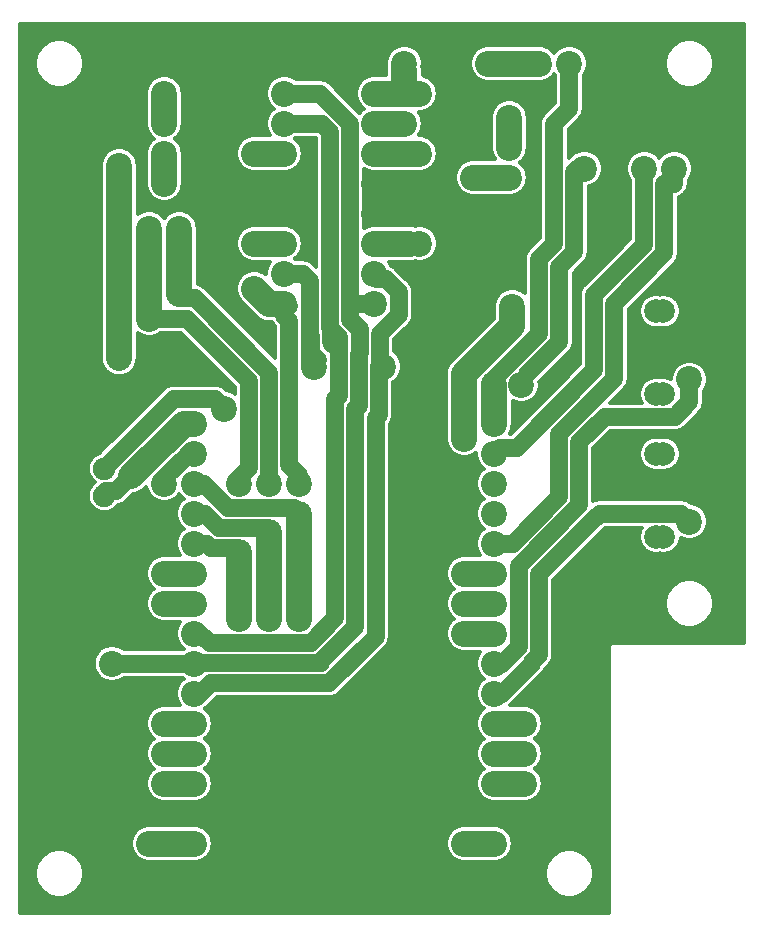
<source format=gbr>
%TF.GenerationSoftware,KiCad,Pcbnew,(5.1.6)-1*%
%TF.CreationDate,2023-04-27T15:29:03-05:00*%
%TF.ProjectId,pcb,7063622e-6b69-4636-9164-5f7063625858,rev?*%
%TF.SameCoordinates,Original*%
%TF.FileFunction,Copper,L2,Bot*%
%TF.FilePolarity,Positive*%
%FSLAX46Y46*%
G04 Gerber Fmt 4.6, Leading zero omitted, Abs format (unit mm)*
G04 Created by KiCad (PCBNEW (5.1.6)-1) date 2023-04-27 15:29:03*
%MOMM*%
%LPD*%
G01*
G04 APERTURE LIST*
%TA.AperFunction,ComponentPad*%
%ADD10C,2.200000*%
%TD*%
%TA.AperFunction,ComponentPad*%
%ADD11C,1.900000*%
%TD*%
%TA.AperFunction,ComponentPad*%
%ADD12C,2.000000*%
%TD*%
%TA.AperFunction,ViaPad*%
%ADD13C,2.200000*%
%TD*%
%TA.AperFunction,Conductor*%
%ADD14C,1.500000*%
%TD*%
%TA.AperFunction,Conductor*%
%ADD15C,2.200000*%
%TD*%
%TA.AperFunction,Conductor*%
%ADD16C,0.300000*%
%TD*%
G04 APERTURE END LIST*
D10*
%TO.P,R1,1*%
%TO.N,SBUS*%
X19304000Y29718000D03*
%TO.P,R1,2*%
%TO.N,VBUS*%
X19304000Y37338000D03*
%TD*%
%TO.P,R4,1*%
%TO.N,S5V*%
X24384000Y29718000D03*
%TO.P,R4,2*%
%TO.N,+5V*%
X24384000Y37338000D03*
%TD*%
%TO.P,R6,1*%
%TO.N,SBAT*%
X21844000Y29718000D03*
%TO.P,R6,2*%
%TO.N,VBAT*%
X21844000Y37338000D03*
%TD*%
%TO.P,U2,30*%
%TO.N,+3V3*%
X40894000Y6858000D03*
%TO.P,U2,29*%
%TO.N,GND*%
X40894000Y9398000D03*
%TO.P,U2,28*%
%TO.N,Net-(U2-Pad28)*%
X40894000Y11938000D03*
%TO.P,U2,27*%
%TO.N,Net-(U2-Pad27)*%
X40894000Y14478000D03*
%TO.P,U2,26*%
%TO.N,Net-(U2-Pad26)*%
X40894000Y17018000D03*
%TO.P,U2,25*%
%TO.N,SW1*%
X40894000Y19558000D03*
%TO.P,U2,24*%
%TO.N,SW2*%
X40894000Y22098000D03*
%TO.P,U2,23*%
%TO.N,Net-(U2-Pad23)*%
X40894000Y24638000D03*
%TO.P,U2,22*%
%TO.N,Net-(U2-Pad22)*%
X40894000Y27178000D03*
%TO.P,U2,21*%
%TO.N,Net-(U2-Pad21)*%
X40894000Y29718000D03*
%TO.P,U2,20*%
%TO.N,SDA*%
X40894000Y32258000D03*
%TO.P,U2,19*%
%TO.N,Net-(U2-Pad19)*%
X40894000Y34798000D03*
%TO.P,U2,18*%
%TO.N,Net-(U2-Pad18)*%
X40894000Y37338000D03*
%TO.P,U2,17*%
%TO.N,SCL*%
X40894000Y39878000D03*
%TO.P,U2,16*%
%TO.N,LEDS*%
X40894000Y42418000D03*
%TO.P,U2,15*%
%TO.N,Net-(C3-Pad2)*%
X15494000Y42418000D03*
%TO.P,U2,14*%
%TO.N,Net-(U2-Pad14)*%
X15494000Y39878000D03*
%TO.P,U2,13*%
%TO.N,S5V*%
X15494000Y37338000D03*
%TO.P,U2,12*%
%TO.N,SBAT*%
X15494000Y34798000D03*
%TO.P,U2,11*%
%TO.N,SBUS*%
X15494000Y32258000D03*
%TO.P,U2,10*%
%TO.N,Net-(U2-Pad10)*%
X15494000Y29718000D03*
%TO.P,U2,9*%
%TO.N,Net-(U2-Pad9)*%
X15494000Y27178000D03*
%TO.P,U2,8*%
%TO.N,I2*%
X15494000Y24638000D03*
%TO.P,U2,7*%
%TO.N,EN*%
X15494000Y22098000D03*
%TO.P,U2,6*%
%TO.N,I1*%
X15494000Y19558000D03*
%TO.P,U2,5*%
%TO.N,Net-(U2-Pad5)*%
X15494000Y17018000D03*
%TO.P,U2,4*%
%TO.N,Net-(U2-Pad4)*%
X15494000Y14478000D03*
%TO.P,U2,3*%
%TO.N,Net-(U2-Pad3)*%
X15494000Y11938000D03*
%TO.P,U2,2*%
%TO.N,GND*%
X15494000Y9398000D03*
%TO.P,U2,1*%
%TO.N,VBUS*%
X15494000Y6858000D03*
%TD*%
%TO.P,J5,4*%
%TO.N,SDA*%
X56134000Y64008000D03*
%TO.P,J5,3*%
%TO.N,SCL*%
X53594000Y64008000D03*
%TO.P,J5,2*%
%TO.N,GND*%
X51054000Y64008000D03*
%TO.P,J5,1*%
%TO.N,+3V3*%
X48514000Y64008000D03*
%TD*%
%TO.P,C1,1*%
%TO.N,+5V*%
X9144000Y48133000D03*
%TO.P,C1,2*%
%TO.N,GND*%
X5344000Y48133000D03*
%TD*%
D11*
%TO.P,C3,1*%
%TO.N,+3V3*%
X7874000Y38608000D03*
%TO.P,C3,2*%
%TO.N,Net-(C3-Pad2)*%
X7874000Y36308000D03*
%TD*%
D10*
%TO.P,J8,1*%
%TO.N,GND*%
X49784000Y72898000D03*
%TO.P,J8,2*%
%TO.N,LEDS*%
X47244000Y72898000D03*
%TO.P,J8,3*%
%TO.N,+5V*%
X44704000Y72898000D03*
%TD*%
%TO.P,R2,2*%
%TO.N,GND*%
X8509000Y14478000D03*
%TO.P,R2,1*%
%TO.N,EN*%
X8509000Y22098000D03*
%TD*%
%TO.P,U1,1*%
%TO.N,EN*%
X30734000Y52578000D03*
%TO.P,U1,9*%
X23114000Y70358000D03*
%TO.P,U1,2*%
%TO.N,I1*%
X30734000Y55118000D03*
%TO.P,U1,10*%
%TO.N,I2*%
X23114000Y67818000D03*
%TO.P,U1,3*%
%TO.N,OA1*%
X30734000Y57658000D03*
%TO.P,U1,11*%
%TO.N,OB2*%
X23114000Y65278000D03*
%TO.P,U1,4*%
%TO.N,GND*%
X30734000Y60198000D03*
%TO.P,U1,12*%
X23114000Y62738000D03*
%TO.P,U1,5*%
X30734000Y62738000D03*
%TO.P,U1,13*%
X23114000Y60198000D03*
%TO.P,U1,6*%
%TO.N,OA2*%
X30734000Y65278000D03*
%TO.P,U1,14*%
%TO.N,OB1*%
X23114000Y57658000D03*
%TO.P,U1,7*%
%TO.N,I2*%
X30734000Y67818000D03*
%TO.P,U1,15*%
%TO.N,I1*%
X23114000Y55118000D03*
%TO.P,U1,8*%
%TO.N,+5V*%
X30734000Y70358000D03*
%TO.P,U1,16*%
X23114000Y52578000D03*
%TD*%
%TO.P,R3,2*%
%TO.N,GND*%
X19304000Y18288000D03*
%TO.P,R3,1*%
%TO.N,SBUS*%
X19304000Y25908000D03*
%TD*%
%TO.P,R5,2*%
%TO.N,GND*%
X24384000Y18288000D03*
%TO.P,R5,1*%
%TO.N,S5V*%
X24384000Y25908000D03*
%TD*%
%TO.P,R7,2*%
%TO.N,GND*%
X21844000Y18288000D03*
%TO.P,R7,1*%
%TO.N,SBAT*%
X21844000Y25908000D03*
%TD*%
%TO.P,J1,1*%
%TO.N,GND*%
X6604000Y58928000D03*
%TO.P,J1,2*%
%TO.N,+5V*%
X9144000Y58928000D03*
%TO.P,J1,3*%
%TO.N,VBUS*%
X11684000Y58928000D03*
%TO.P,J1,4*%
%TO.N,VBAT*%
X14224000Y58928000D03*
%TD*%
%TO.P,J2,2*%
%TO.N,OA2*%
X42164000Y65786000D03*
%TO.P,J2,1*%
%TO.N,OA1*%
X42164000Y63246000D03*
%TD*%
%TO.P,J3,1*%
%TO.N,OB1*%
X12954000Y65278000D03*
%TO.P,J3,2*%
%TO.N,OB2*%
X12954000Y67818000D03*
%TD*%
%TO.P,C2,1*%
%TO.N,+3V3*%
X42418000Y52324000D03*
%TO.P,C2,2*%
%TO.N,GND*%
X42418000Y57324000D03*
%TD*%
D12*
%TO.P,SW1,*%
%TO.N,*%
X54614000Y39858000D03*
X54614000Y32848000D03*
X55214000Y39858000D03*
D10*
%TO.P,SW1,1*%
%TO.N,GND*%
X57404000Y38608000D03*
%TO.P,SW1,2*%
%TO.N,SW1*%
X57404000Y34108000D03*
D12*
%TO.P,SW1,*%
%TO.N,*%
X55214000Y32848000D03*
%TD*%
%TO.P,SW2,*%
%TO.N,*%
X55214000Y44913000D03*
D10*
%TO.P,SW2,2*%
%TO.N,SW2*%
X57404000Y46173000D03*
%TO.P,SW2,1*%
%TO.N,GND*%
X57404000Y50673000D03*
D12*
%TO.P,SW2,*%
%TO.N,*%
X55214000Y51923000D03*
X54614000Y44913000D03*
X54614000Y51923000D03*
%TD*%
D13*
%TO.N,+5V*%
X9144000Y53848000D03*
X33274000Y72898000D03*
X34544000Y70358000D03*
X40386000Y72898000D03*
X20574000Y53848000D03*
X9144000Y64262000D03*
%TO.N,+3V3*%
X38354000Y41148000D03*
X38354000Y6858000D03*
X38354000Y43688000D03*
X38354000Y46228000D03*
X18034000Y43688000D03*
X43180000Y45720000D03*
%TO.N,OA2*%
X34544000Y65278000D03*
X42164000Y68326000D03*
%TO.N,OA1*%
X39116000Y63246000D03*
X34544000Y57658000D03*
%TO.N,Net-(U2-Pad3)*%
X12954000Y11938000D03*
%TO.N,Net-(U2-Pad4)*%
X12954000Y14478000D03*
%TO.N,Net-(U2-Pad5)*%
X12954000Y17018000D03*
%TO.N,Net-(U2-Pad21)*%
X38354000Y29718000D03*
%TO.N,Net-(U2-Pad23)*%
X38354000Y24638000D03*
%TO.N,Net-(U2-Pad27)*%
X43434000Y14478000D03*
%TO.N,OB1*%
X12954000Y62738000D03*
X20574000Y57658000D03*
%TO.N,OB2*%
X20574000Y65278000D03*
X12954000Y70358000D03*
%TO.N,I1*%
X25654000Y47244000D03*
X31496000Y47244000D03*
%TO.N,I2*%
X33274000Y67818000D03*
X27432000Y49403000D03*
%TO.N,Net-(U2-Pad14)*%
X12954000Y37338000D03*
%TO.N,Net-(U2-Pad22)*%
X38354000Y27178000D03*
%TO.N,Net-(U2-Pad26)*%
X43434000Y17018000D03*
%TO.N,Net-(U2-Pad28)*%
X43434000Y11938000D03*
%TO.N,VBUS*%
X11684000Y51308000D03*
X11684000Y6858000D03*
%TO.N,Net-(U2-Pad10)*%
X12954000Y29718000D03*
%TO.N,Net-(U2-Pad9)*%
X12954000Y27178000D03*
%TD*%
D14*
%TO.N,+5V*%
X23544010Y52401990D02*
X23368000Y52578000D01*
D15*
X20574000Y53848000D02*
X21844000Y52578000D01*
X21844000Y52578000D02*
X23114000Y52578000D01*
X9144000Y58928000D02*
X9144000Y48006000D01*
X44704000Y72898000D02*
X40386000Y72898000D01*
X33274000Y72390000D02*
X33274000Y70358000D01*
X9144000Y58928000D02*
X9144000Y64262000D01*
X9144000Y64262000D02*
X9144000Y64262000D01*
D14*
X23544010Y38939990D02*
X24384000Y38100000D01*
X24384000Y38100000D02*
X24384000Y37338000D01*
X23544010Y51131990D02*
X23544010Y38939990D01*
X23114000Y51562000D02*
X23544010Y51131990D01*
X23114000Y52578000D02*
X23114000Y51562000D01*
D15*
X30734000Y70358000D02*
X34544000Y70358000D01*
D14*
%TO.N,+3V3*%
X13734001Y44468001D02*
X17253999Y44468001D01*
X7874000Y38608000D02*
X13734001Y44468001D01*
X17253999Y44468001D02*
X18034000Y43688000D01*
X18034000Y43688000D02*
X18034000Y43688000D01*
X46404010Y49333833D02*
X43688000Y46617823D01*
X46404010Y55683834D02*
X46404010Y49333833D01*
X46404010Y55683834D02*
X47674010Y56953833D01*
X47674010Y56953833D02*
X47674010Y63676010D01*
X47674010Y63676010D02*
X48260000Y64262000D01*
D15*
X42418000Y52324000D02*
X42418000Y50651150D01*
X38354000Y46587150D02*
X38354000Y46228000D01*
X42418000Y50651150D02*
X38354000Y46587150D01*
X38354000Y46228000D02*
X38354000Y41148000D01*
X40894000Y6858000D02*
X38354000Y6858000D01*
%TO.N,OA2*%
X42164000Y65786000D02*
X42164000Y68326000D01*
X42164000Y68326000D02*
X42164000Y68326000D01*
X30734000Y65278000D02*
X34544000Y65278000D01*
%TO.N,OA1*%
X30734000Y57658000D02*
X33782000Y57658000D01*
X42164000Y63246000D02*
X39116000Y63246000D01*
%TO.N,Net-(U2-Pad3)*%
X15494000Y11938000D02*
X12954000Y11938000D01*
X12954000Y11938000D02*
X12954000Y11938000D01*
%TO.N,Net-(U2-Pad4)*%
X15494000Y14478000D02*
X12954000Y14478000D01*
X12954000Y14478000D02*
X12954000Y14478000D01*
%TO.N,Net-(U2-Pad5)*%
X15494000Y17018000D02*
X12954000Y17018000D01*
X12954000Y17018000D02*
X12954000Y17018000D01*
%TO.N,Net-(U2-Pad21)*%
X40894000Y29718000D02*
X38354000Y29718000D01*
X38354000Y29718000D02*
X38354000Y29718000D01*
%TO.N,Net-(U2-Pad23)*%
X40894000Y24638000D02*
X39878000Y24638000D01*
X39878000Y24638000D02*
X38354000Y24638000D01*
X38354000Y24638000D02*
X38354000Y24638000D01*
%TO.N,Net-(U2-Pad27)*%
X40894000Y14478000D02*
X43434000Y14478000D01*
X43434000Y14478000D02*
X43434000Y14478000D01*
%TO.N,OB1*%
X23114000Y57658000D02*
X20574000Y57658000D01*
X12954000Y65278000D02*
X12954000Y62738000D01*
X12954000Y62738000D02*
X12954000Y62738000D01*
X20574000Y57658000D02*
X20574000Y57658000D01*
%TO.N,OB2*%
X23114000Y65278000D02*
X20574000Y65278000D01*
X12954000Y67818000D02*
X12954000Y70358000D01*
X20574000Y65278000D02*
X20574000Y65278000D01*
X12954000Y70358000D02*
X12954000Y70358000D01*
D14*
%TO.N,EN*%
X15494000Y22098000D02*
X8509000Y22098000D01*
X23114000Y70358000D02*
X26143999Y70358000D01*
X28683999Y53072367D02*
X29178366Y52578000D01*
X26143999Y70358000D02*
X28683999Y67818000D01*
X28683999Y67818000D02*
X28683999Y53072367D01*
X29178366Y52578000D02*
X30734000Y52578000D01*
X26213166Y22157990D02*
X15553990Y22157990D01*
X15553990Y22157990D02*
X15494000Y22098000D01*
X29482001Y50387001D02*
X29482001Y48418999D01*
X28683999Y53072367D02*
X28683999Y51185003D01*
X28683999Y51185003D02*
X29482001Y50387001D01*
X29482001Y48418999D02*
X29404011Y48341009D01*
X29404011Y43882011D02*
X29132010Y43610010D01*
X29404011Y48341009D02*
X29404011Y43882011D01*
X26213166Y22298987D02*
X26213166Y22157990D01*
X29132010Y25217831D02*
X26213166Y22298987D01*
X29132010Y43610010D02*
X29132010Y25217831D01*
%TO.N,I1*%
X26917333Y20457980D02*
X16901980Y20457980D01*
X16002000Y19558000D02*
X15494000Y19558000D01*
X16901980Y20457980D02*
X16002000Y19558000D01*
X32784001Y51593999D02*
X31482002Y50292000D01*
X30734000Y54864000D02*
X30969999Y54628001D01*
X30734000Y55118000D02*
X30734000Y54864000D01*
X30969999Y54628001D02*
X31718001Y54628001D01*
X31718001Y54628001D02*
X32784001Y53562001D01*
X32784001Y53562001D02*
X32784001Y51593999D01*
X31482002Y50278002D02*
X31182011Y49978011D01*
X31482002Y50292000D02*
X31482002Y50278002D01*
X31182011Y49978011D02*
X31182011Y47184011D01*
X31182011Y47184011D02*
X31104021Y47106021D01*
X31104021Y43177844D02*
X30832020Y42905843D01*
X30832020Y24372667D02*
X26917333Y20457980D01*
X30832020Y42905843D02*
X30832020Y24372667D01*
X31104021Y45836021D02*
X31104021Y43177844D01*
X31104021Y47106021D02*
X31104021Y45836021D01*
X23114000Y55118000D02*
X24669634Y55118000D01*
X24669634Y55118000D02*
X25283979Y54503655D01*
X25283979Y48517019D02*
X25381999Y48418999D01*
X25381999Y48418999D02*
X25978499Y47822499D01*
X25381999Y47516001D02*
X25654000Y47244000D01*
X25381999Y48418999D02*
X25381999Y47516001D01*
X25283979Y49392021D02*
X25283979Y47614021D01*
X25283979Y47614021D02*
X25654000Y47244000D01*
X25283979Y49392021D02*
X25283979Y48517019D01*
X25381999Y49802001D02*
X25381999Y48418999D01*
X25283979Y49900021D02*
X25381999Y49802001D01*
X25283979Y50916021D02*
X25283979Y49900021D01*
X25283979Y50916021D02*
X25283979Y49392021D01*
X25283979Y54503655D02*
X25283979Y50916021D01*
D15*
%TO.N,I2*%
X30734000Y67818000D02*
X33274000Y67818000D01*
X33274000Y67818000D02*
X33274000Y67818000D01*
D14*
X26983989Y67113834D02*
X26983989Y50613011D01*
X23114000Y67818000D02*
X26279823Y67818000D01*
X26279823Y67818000D02*
X26983989Y67113834D01*
X27432000Y44463998D02*
X27704001Y44735999D01*
X27704001Y49130999D02*
X27432000Y49403000D01*
X16002000Y24638000D02*
X16782000Y23858000D01*
X15494000Y24638000D02*
X16002000Y24638000D01*
X16782000Y23858000D02*
X25368001Y23857999D01*
X25368001Y23857999D02*
X27432000Y25921998D01*
X27432000Y25921998D02*
X27432000Y44463998D01*
X27082009Y49752991D02*
X27432000Y49403000D01*
X27082009Y50514991D02*
X27082009Y49752991D01*
X26983989Y50613011D02*
X27082009Y50514991D01*
X27704001Y49760824D02*
X26983989Y50480836D01*
X26983989Y50480836D02*
X26983989Y50613011D01*
X27704001Y47987999D02*
X27704001Y49760824D01*
X27704001Y47987999D02*
X27704001Y49130999D01*
X27704001Y44735999D02*
X27704001Y47987999D01*
%TO.N,Net-(C3-Pad2)*%
X15436165Y42360165D02*
X15494000Y42418000D01*
D15*
X15494000Y42418000D02*
X14583150Y42418000D01*
X14583150Y42418000D02*
X10124001Y37958851D01*
D14*
X8873149Y36707999D02*
X10124001Y37958851D01*
X7874000Y36576000D02*
X8005999Y36707999D01*
X8005999Y36707999D02*
X8873149Y36707999D01*
X7874000Y36308000D02*
X7874000Y36576000D01*
%TO.N,SDA*%
X46383980Y36192346D02*
X46383980Y41557980D01*
X40894000Y32258000D02*
X42449634Y32258000D01*
X42449634Y32258000D02*
X46383980Y36192346D01*
X46383980Y41557980D02*
X51054000Y46228000D01*
X51054000Y46228000D02*
X51054000Y52578000D01*
X51054000Y52578000D02*
X55294010Y56818009D01*
X55294010Y56818009D02*
X55294010Y62738000D01*
X55294010Y62738000D02*
X56134000Y62738000D01*
X56134000Y62738000D02*
X56134000Y64008000D01*
%TO.N,SCL*%
X42789823Y40367999D02*
X49353990Y46932166D01*
X40894000Y39878000D02*
X41383999Y40367999D01*
X41383999Y40367999D02*
X42789823Y40367999D01*
X49353990Y46932166D02*
X49353990Y53282167D01*
X49353990Y53282167D02*
X49353991Y53282167D01*
X49353991Y53282167D02*
X53594000Y57522176D01*
X53594000Y57522176D02*
X53594000Y64008000D01*
%TO.N,LEDS*%
X40894000Y46228000D02*
X44704000Y50038000D01*
X44704000Y50038000D02*
X44704000Y56388000D01*
X44704000Y56388000D02*
X45974000Y57658000D01*
X45974000Y57658000D02*
X45974000Y67818000D01*
X45974000Y67818000D02*
X47244000Y69088000D01*
X47244000Y69088000D02*
X47244000Y72898000D01*
D15*
X40894000Y42418000D02*
X40894000Y45733024D01*
D14*
%TO.N,SW1*%
X40894000Y19558000D02*
X41529000Y19558000D01*
X41529000Y19558000D02*
X44069000Y22098000D01*
X44069000Y22238997D02*
X44644011Y22814008D01*
X44069000Y22098000D02*
X44069000Y22238997D01*
X44644011Y22814008D02*
X44644011Y29644023D01*
X56713999Y34798001D02*
X49797989Y34798001D01*
X57404000Y34108000D02*
X56713999Y34798001D01*
X49797989Y34798001D02*
X49282994Y34283006D01*
X44644011Y29644023D02*
X49282994Y34283006D01*
%TO.N,SW2*%
X57404000Y44216998D02*
X57404000Y46228000D01*
X48083990Y40853814D02*
X50224088Y42993912D01*
X48083990Y35488179D02*
X48083990Y40853814D01*
X40894000Y22098000D02*
X41523826Y22098000D01*
X41523826Y22098000D02*
X42944001Y23518175D01*
X56150001Y42962999D02*
X57404000Y44216998D01*
X50255001Y42962999D02*
X56150001Y42962999D01*
X42944001Y23518175D02*
X42944001Y30353000D01*
X50224088Y42993912D02*
X50255001Y42962999D01*
X42944001Y30353000D02*
X42948811Y30353000D01*
X42948811Y30353000D02*
X48083990Y35488179D01*
%TO.N,Net-(U2-Pad14)*%
X15494000Y39878000D02*
X14942300Y39878000D01*
X14999998Y39878000D02*
X12954000Y37832002D01*
X15494000Y39878000D02*
X14999998Y39878000D01*
D15*
%TO.N,Net-(U2-Pad22)*%
X40894000Y27178000D02*
X38354000Y27178000D01*
X38354000Y27178000D02*
X38354000Y27178000D01*
%TO.N,Net-(U2-Pad26)*%
X40894000Y17018000D02*
X43434000Y17018000D01*
X43434000Y17018000D02*
X43434000Y17018000D01*
%TO.N,Net-(U2-Pad28)*%
X40894000Y11938000D02*
X43434000Y11938000D01*
X43434000Y11938000D02*
X43434000Y11938000D01*
%TO.N,VBUS*%
X15494000Y6858000D02*
X11684000Y6858000D01*
X11684000Y6858000D02*
X11684000Y6858000D01*
D14*
X14867824Y51308000D02*
X11684000Y51308000D01*
X19304000Y37338000D02*
X19304000Y37832002D01*
X20143990Y46031834D02*
X14867824Y51308000D01*
X20143990Y38671992D02*
X20143990Y46031834D01*
X19304000Y37832002D02*
X20143990Y38671992D01*
D15*
X11684000Y51308000D02*
X11684000Y58928000D01*
D14*
%TO.N,VBAT*%
X14574000Y53008010D02*
X14224000Y53358010D01*
X21844000Y37338000D02*
X21844000Y46736001D01*
X15571991Y53008010D02*
X14574000Y53008010D01*
X21844000Y46736001D02*
X15571991Y53008010D01*
D15*
X14224000Y58928000D02*
X14224000Y53358010D01*
%TO.N,SBUS*%
X19304000Y25908000D02*
X19304000Y29718000D01*
X19304000Y29718000D02*
X19304000Y31537979D01*
D14*
X16541644Y32258000D02*
X16911665Y31887979D01*
X15494000Y32258000D02*
X16541644Y32258000D01*
X18954000Y31887979D02*
X19304000Y31537979D01*
X16911665Y31887979D02*
X18954000Y31887979D01*
D15*
%TO.N,S5V*%
X24384000Y25908000D02*
X24384000Y29718000D01*
X24384000Y29718000D02*
X24384000Y34798000D01*
D14*
X23894001Y35287999D02*
X24384000Y34798000D01*
X18319999Y35287999D02*
X23894001Y35287999D01*
X15494000Y37338000D02*
X16269998Y37338000D01*
X16269998Y37338000D02*
X18319999Y35287999D01*
D15*
%TO.N,SBAT*%
X21844000Y25908000D02*
X21844000Y29578010D01*
X21844000Y29718000D02*
X21844000Y33237989D01*
D14*
X21494000Y33587989D02*
X21844000Y33237989D01*
X17615832Y33587989D02*
X21494000Y33587989D01*
X15494000Y34798000D02*
X16405822Y34798000D01*
X16405822Y34798000D02*
X17615832Y33587989D01*
D15*
%TO.N,Net-(U2-Pad10)*%
X15494000Y29718000D02*
X12954000Y29718000D01*
X12954000Y29718000D02*
X12954000Y29718000D01*
%TO.N,Net-(U2-Pad9)*%
X15494000Y27178000D02*
X12954000Y27178000D01*
X12954000Y27178000D02*
X12954000Y27178000D01*
%TD*%
D16*
%TO.N,GND*%
G36*
X62009000Y23843000D02*
G01*
X51077332Y23843000D01*
X51054000Y23845298D01*
X51030668Y23843000D01*
X50960884Y23836127D01*
X50871346Y23808966D01*
X50788827Y23764859D01*
X50716499Y23705501D01*
X50657141Y23633173D01*
X50613034Y23550654D01*
X50585873Y23461116D01*
X50576702Y23368000D01*
X50579001Y23344658D01*
X50579000Y983000D01*
X729000Y983000D01*
X729000Y4519907D01*
X2014000Y4519907D01*
X2014000Y4116093D01*
X2092780Y3720037D01*
X2247314Y3346961D01*
X2471661Y3011201D01*
X2757201Y2725661D01*
X3092961Y2501314D01*
X3466037Y2346780D01*
X3862093Y2268000D01*
X4265907Y2268000D01*
X4661963Y2346780D01*
X5035039Y2501314D01*
X5370799Y2725661D01*
X5656339Y3011201D01*
X5880686Y3346961D01*
X6035220Y3720037D01*
X6114000Y4116093D01*
X6114000Y4519907D01*
X45194000Y4519907D01*
X45194000Y4116093D01*
X45272780Y3720037D01*
X45427314Y3346961D01*
X45651661Y3011201D01*
X45937201Y2725661D01*
X46272961Y2501314D01*
X46646037Y2346780D01*
X47042093Y2268000D01*
X47445907Y2268000D01*
X47841963Y2346780D01*
X48215039Y2501314D01*
X48550799Y2725661D01*
X48836339Y3011201D01*
X49060686Y3346961D01*
X49215220Y3720037D01*
X49294000Y4116093D01*
X49294000Y4519907D01*
X49215220Y4915963D01*
X49060686Y5289039D01*
X48836339Y5624799D01*
X48550799Y5910339D01*
X48215039Y6134686D01*
X47841963Y6289220D01*
X47445907Y6368000D01*
X47042093Y6368000D01*
X46646037Y6289220D01*
X46272961Y6134686D01*
X45937201Y5910339D01*
X45651661Y5624799D01*
X45427314Y5289039D01*
X45272780Y4915963D01*
X45194000Y4519907D01*
X6114000Y4519907D01*
X6035220Y4915963D01*
X5880686Y5289039D01*
X5656339Y5624799D01*
X5370799Y5910339D01*
X5035039Y6134686D01*
X4661963Y6289220D01*
X4265907Y6368000D01*
X3862093Y6368000D01*
X3466037Y6289220D01*
X3092961Y6134686D01*
X2757201Y5910339D01*
X2471661Y5624799D01*
X2247314Y5289039D01*
X2092780Y4915963D01*
X2014000Y4519907D01*
X729000Y4519907D01*
X729000Y6858000D01*
X10126501Y6858000D01*
X10134000Y6781862D01*
X10134000Y6705338D01*
X10148929Y6630283D01*
X10156428Y6554147D01*
X10178635Y6480940D01*
X10193565Y6405882D01*
X10222852Y6335178D01*
X10245059Y6261971D01*
X10281123Y6194500D01*
X10310408Y6123800D01*
X10352922Y6060172D01*
X10388987Y5992700D01*
X10437519Y5933563D01*
X10480036Y5869932D01*
X10534152Y5815816D01*
X10582682Y5756682D01*
X10641816Y5708152D01*
X10695932Y5654036D01*
X10759563Y5611519D01*
X10818700Y5562987D01*
X10886172Y5526922D01*
X10949800Y5484408D01*
X11020500Y5455123D01*
X11087971Y5419059D01*
X11161178Y5396852D01*
X11231882Y5367565D01*
X11306940Y5352635D01*
X11380147Y5330428D01*
X11456283Y5322929D01*
X11531338Y5308000D01*
X15646662Y5308000D01*
X15721717Y5322929D01*
X15797853Y5330428D01*
X15871060Y5352635D01*
X15946118Y5367565D01*
X16016822Y5396852D01*
X16090029Y5419059D01*
X16157500Y5455123D01*
X16228200Y5484408D01*
X16291828Y5526922D01*
X16359300Y5562987D01*
X16418437Y5611519D01*
X16482068Y5654036D01*
X16536184Y5708152D01*
X16595318Y5756682D01*
X16643848Y5815816D01*
X16697964Y5869932D01*
X16740481Y5933563D01*
X16789013Y5992700D01*
X16825078Y6060172D01*
X16867592Y6123800D01*
X16896877Y6194500D01*
X16932941Y6261971D01*
X16955148Y6335178D01*
X16984435Y6405882D01*
X16999365Y6480940D01*
X17021572Y6554147D01*
X17029071Y6630283D01*
X17044000Y6705338D01*
X17044000Y6781862D01*
X17051499Y6858000D01*
X36796501Y6858000D01*
X36804000Y6781862D01*
X36804000Y6705338D01*
X36818929Y6630283D01*
X36826428Y6554147D01*
X36848635Y6480940D01*
X36863565Y6405882D01*
X36892852Y6335178D01*
X36915059Y6261971D01*
X36951123Y6194500D01*
X36980408Y6123800D01*
X37022922Y6060172D01*
X37058987Y5992700D01*
X37107519Y5933563D01*
X37150036Y5869932D01*
X37204152Y5815816D01*
X37252682Y5756682D01*
X37311816Y5708152D01*
X37365932Y5654036D01*
X37429563Y5611519D01*
X37488700Y5562987D01*
X37556172Y5526922D01*
X37619800Y5484408D01*
X37690500Y5455123D01*
X37757971Y5419059D01*
X37831178Y5396852D01*
X37901882Y5367565D01*
X37976940Y5352635D01*
X38050147Y5330428D01*
X38126283Y5322929D01*
X38201338Y5308000D01*
X41046662Y5308000D01*
X41121717Y5322929D01*
X41197853Y5330428D01*
X41271060Y5352635D01*
X41346118Y5367565D01*
X41416822Y5396852D01*
X41490029Y5419059D01*
X41557500Y5455123D01*
X41628200Y5484408D01*
X41691828Y5526922D01*
X41759300Y5562987D01*
X41818437Y5611519D01*
X41882068Y5654036D01*
X41936184Y5708152D01*
X41995318Y5756682D01*
X42043848Y5815816D01*
X42097964Y5869932D01*
X42140481Y5933563D01*
X42189013Y5992700D01*
X42225078Y6060172D01*
X42267592Y6123800D01*
X42296877Y6194500D01*
X42332941Y6261971D01*
X42355148Y6335178D01*
X42384435Y6405882D01*
X42399365Y6480940D01*
X42421572Y6554147D01*
X42429071Y6630283D01*
X42444000Y6705338D01*
X42444000Y6781862D01*
X42451499Y6858000D01*
X42444000Y6934138D01*
X42444000Y7010662D01*
X42429071Y7085717D01*
X42421572Y7161853D01*
X42399365Y7235060D01*
X42384435Y7310118D01*
X42355148Y7380822D01*
X42332941Y7454029D01*
X42296877Y7521500D01*
X42267592Y7592200D01*
X42225078Y7655828D01*
X42189013Y7723300D01*
X42140481Y7782437D01*
X42097964Y7846068D01*
X42043848Y7900184D01*
X41995318Y7959318D01*
X41936184Y8007848D01*
X41882068Y8061964D01*
X41818437Y8104481D01*
X41759300Y8153013D01*
X41691828Y8189078D01*
X41628200Y8231592D01*
X41557500Y8260877D01*
X41490029Y8296941D01*
X41416822Y8319148D01*
X41346118Y8348435D01*
X41271060Y8363365D01*
X41197853Y8385572D01*
X41121717Y8393071D01*
X41046662Y8408000D01*
X38201338Y8408000D01*
X38126283Y8393071D01*
X38050147Y8385572D01*
X37976940Y8363365D01*
X37901882Y8348435D01*
X37831178Y8319148D01*
X37757971Y8296941D01*
X37690500Y8260877D01*
X37619800Y8231592D01*
X37556172Y8189078D01*
X37488700Y8153013D01*
X37429563Y8104481D01*
X37365932Y8061964D01*
X37311816Y8007848D01*
X37252682Y7959318D01*
X37204152Y7900184D01*
X37150036Y7846068D01*
X37107519Y7782437D01*
X37058987Y7723300D01*
X37022922Y7655828D01*
X36980408Y7592200D01*
X36951123Y7521500D01*
X36915059Y7454029D01*
X36892852Y7380822D01*
X36863565Y7310118D01*
X36848635Y7235060D01*
X36826428Y7161853D01*
X36818929Y7085717D01*
X36804000Y7010662D01*
X36804000Y6934138D01*
X36796501Y6858000D01*
X17051499Y6858000D01*
X17044000Y6934138D01*
X17044000Y7010662D01*
X17029071Y7085717D01*
X17021572Y7161853D01*
X16999365Y7235060D01*
X16984435Y7310118D01*
X16955148Y7380822D01*
X16932941Y7454029D01*
X16896877Y7521500D01*
X16867592Y7592200D01*
X16825078Y7655828D01*
X16789013Y7723300D01*
X16740481Y7782437D01*
X16697964Y7846068D01*
X16643848Y7900184D01*
X16595318Y7959318D01*
X16536184Y8007848D01*
X16482068Y8061964D01*
X16418437Y8104481D01*
X16359300Y8153013D01*
X16291828Y8189078D01*
X16228200Y8231592D01*
X16157500Y8260877D01*
X16090029Y8296941D01*
X16016822Y8319148D01*
X15946118Y8348435D01*
X15871060Y8363365D01*
X15797853Y8385572D01*
X15721717Y8393071D01*
X15646662Y8408000D01*
X11531338Y8408000D01*
X11456283Y8393071D01*
X11380147Y8385572D01*
X11306940Y8363365D01*
X11231882Y8348435D01*
X11161178Y8319148D01*
X11087971Y8296941D01*
X11020500Y8260877D01*
X10949800Y8231592D01*
X10886172Y8189078D01*
X10818700Y8153013D01*
X10759563Y8104481D01*
X10695932Y8061964D01*
X10641816Y8007848D01*
X10582682Y7959318D01*
X10534152Y7900184D01*
X10480036Y7846068D01*
X10437519Y7782437D01*
X10388987Y7723300D01*
X10352922Y7655828D01*
X10310408Y7592200D01*
X10281123Y7521500D01*
X10245059Y7454029D01*
X10222852Y7380822D01*
X10193565Y7310118D01*
X10178635Y7235060D01*
X10156428Y7161853D01*
X10148929Y7085717D01*
X10134000Y7010662D01*
X10134000Y6934138D01*
X10126501Y6858000D01*
X729000Y6858000D01*
X729000Y38745888D01*
X6474000Y38745888D01*
X6474000Y38470112D01*
X6527801Y38199635D01*
X6633336Y37944851D01*
X6786549Y37715552D01*
X6981552Y37520549D01*
X7065234Y37464634D01*
X7021367Y37428634D01*
X7009411Y37414066D01*
X6981552Y37395451D01*
X6786549Y37200448D01*
X6633336Y36971149D01*
X6527801Y36716365D01*
X6474000Y36445888D01*
X6474000Y36170112D01*
X6527801Y35899635D01*
X6633336Y35644851D01*
X6786549Y35415552D01*
X6981552Y35220549D01*
X7210851Y35067336D01*
X7465635Y34961801D01*
X7736112Y34908000D01*
X8011888Y34908000D01*
X8282365Y34961801D01*
X8537149Y35067336D01*
X8766448Y35220549D01*
X8961451Y35415552D01*
X9029641Y35517606D01*
X9108390Y35525362D01*
X9334591Y35593980D01*
X9543059Y35705408D01*
X9725783Y35855365D01*
X9763365Y35901159D01*
X10278807Y36416600D01*
X10427853Y36431280D01*
X10720029Y36519910D01*
X10989301Y36663838D01*
X11166178Y36808998D01*
X11426981Y37069801D01*
X11463565Y36885882D01*
X11580408Y36603800D01*
X11750036Y36349932D01*
X11965932Y36134036D01*
X12219800Y35964408D01*
X12501882Y35847565D01*
X12801338Y35788000D01*
X13106662Y35788000D01*
X13406118Y35847565D01*
X13688200Y35964408D01*
X13942068Y36134036D01*
X14157964Y36349932D01*
X14224000Y36448763D01*
X14290036Y36349932D01*
X14505932Y36134036D01*
X14604763Y36068000D01*
X14505932Y36001964D01*
X14290036Y35786068D01*
X14120408Y35532200D01*
X14003565Y35250118D01*
X13944000Y34950662D01*
X13944000Y34645338D01*
X14003565Y34345882D01*
X14120408Y34063800D01*
X14290036Y33809932D01*
X14505932Y33594036D01*
X14604763Y33528000D01*
X14505932Y33461964D01*
X14290036Y33246068D01*
X14120408Y32992200D01*
X14003565Y32710118D01*
X13944000Y32410662D01*
X13944000Y32105338D01*
X14003565Y31805882D01*
X14120408Y31523800D01*
X14290036Y31269932D01*
X14291968Y31268000D01*
X12801338Y31268000D01*
X12726283Y31253071D01*
X12650147Y31245572D01*
X12576940Y31223365D01*
X12501882Y31208435D01*
X12431178Y31179148D01*
X12357971Y31156941D01*
X12290500Y31120877D01*
X12219800Y31091592D01*
X12156172Y31049078D01*
X12088700Y31013013D01*
X12029563Y30964481D01*
X11965932Y30921964D01*
X11911816Y30867848D01*
X11852682Y30819318D01*
X11804152Y30760184D01*
X11750036Y30706068D01*
X11707519Y30642437D01*
X11658987Y30583300D01*
X11622922Y30515828D01*
X11580408Y30452200D01*
X11551123Y30381500D01*
X11515059Y30314029D01*
X11492852Y30240822D01*
X11463565Y30170118D01*
X11448635Y30095060D01*
X11426428Y30021853D01*
X11418929Y29945717D01*
X11404000Y29870662D01*
X11404000Y29794138D01*
X11396501Y29718000D01*
X11404000Y29641863D01*
X11404000Y29565338D01*
X11418929Y29490283D01*
X11426428Y29414147D01*
X11448635Y29340940D01*
X11463565Y29265882D01*
X11492852Y29195178D01*
X11515059Y29121971D01*
X11551123Y29054500D01*
X11580408Y28983800D01*
X11622922Y28920172D01*
X11658987Y28852700D01*
X11707519Y28793563D01*
X11750036Y28729932D01*
X11804152Y28675816D01*
X11852682Y28616682D01*
X11911816Y28568152D01*
X11965932Y28514036D01*
X12029563Y28471519D01*
X12058222Y28448000D01*
X12029563Y28424481D01*
X11965932Y28381964D01*
X11911816Y28327848D01*
X11852682Y28279318D01*
X11804152Y28220184D01*
X11750036Y28166068D01*
X11707519Y28102437D01*
X11658987Y28043300D01*
X11622922Y27975828D01*
X11580408Y27912200D01*
X11551123Y27841500D01*
X11515059Y27774029D01*
X11492852Y27700822D01*
X11463565Y27630118D01*
X11448635Y27555060D01*
X11426428Y27481853D01*
X11418929Y27405717D01*
X11404000Y27330662D01*
X11404000Y27254138D01*
X11396501Y27178000D01*
X11404000Y27101862D01*
X11404000Y27025338D01*
X11418929Y26950283D01*
X11426428Y26874147D01*
X11448635Y26800940D01*
X11463565Y26725882D01*
X11492852Y26655178D01*
X11515059Y26581971D01*
X11551123Y26514500D01*
X11580408Y26443800D01*
X11622922Y26380172D01*
X11658987Y26312700D01*
X11707519Y26253563D01*
X11750036Y26189932D01*
X11804152Y26135816D01*
X11852682Y26076682D01*
X11911816Y26028152D01*
X11965932Y25974036D01*
X12029563Y25931519D01*
X12088700Y25882987D01*
X12156172Y25846922D01*
X12219800Y25804408D01*
X12290500Y25775123D01*
X12357971Y25739059D01*
X12431178Y25716852D01*
X12501882Y25687565D01*
X12576940Y25672635D01*
X12650147Y25650428D01*
X12726283Y25642929D01*
X12801338Y25628000D01*
X14291968Y25628000D01*
X14290036Y25626068D01*
X14120408Y25372200D01*
X14003565Y25090118D01*
X13944000Y24790662D01*
X13944000Y24485338D01*
X14003565Y24185882D01*
X14120408Y23903800D01*
X14290036Y23649932D01*
X14505932Y23434036D01*
X14604763Y23368000D01*
X14505932Y23301964D01*
X14501968Y23298000D01*
X9501032Y23298000D01*
X9497068Y23301964D01*
X9243200Y23471592D01*
X8961118Y23588435D01*
X8661662Y23648000D01*
X8356338Y23648000D01*
X8056882Y23588435D01*
X7774800Y23471592D01*
X7520932Y23301964D01*
X7305036Y23086068D01*
X7135408Y22832200D01*
X7018565Y22550118D01*
X6959000Y22250662D01*
X6959000Y21945338D01*
X7018565Y21645882D01*
X7135408Y21363800D01*
X7305036Y21109932D01*
X7520932Y20894036D01*
X7774800Y20724408D01*
X8056882Y20607565D01*
X8356338Y20548000D01*
X8661662Y20548000D01*
X8961118Y20607565D01*
X9243200Y20724408D01*
X9497068Y20894036D01*
X9501032Y20898000D01*
X14501968Y20898000D01*
X14505932Y20894036D01*
X14604763Y20828000D01*
X14505932Y20761964D01*
X14290036Y20546068D01*
X14120408Y20292200D01*
X14003565Y20010118D01*
X13944000Y19710662D01*
X13944000Y19405338D01*
X14003565Y19105882D01*
X14120408Y18823800D01*
X14290036Y18569932D01*
X14291968Y18568000D01*
X12801338Y18568000D01*
X12726283Y18553071D01*
X12650147Y18545572D01*
X12576940Y18523365D01*
X12501882Y18508435D01*
X12431178Y18479148D01*
X12357971Y18456941D01*
X12290500Y18420877D01*
X12219800Y18391592D01*
X12156172Y18349078D01*
X12088700Y18313013D01*
X12029563Y18264481D01*
X11965932Y18221964D01*
X11911816Y18167848D01*
X11852682Y18119318D01*
X11804152Y18060184D01*
X11750036Y18006068D01*
X11707519Y17942437D01*
X11658987Y17883300D01*
X11622922Y17815828D01*
X11580408Y17752200D01*
X11551123Y17681500D01*
X11515059Y17614029D01*
X11492852Y17540822D01*
X11463565Y17470118D01*
X11448635Y17395060D01*
X11426428Y17321853D01*
X11418929Y17245717D01*
X11404000Y17170662D01*
X11404000Y17094138D01*
X11396501Y17018000D01*
X11404000Y16941862D01*
X11404000Y16865338D01*
X11418929Y16790283D01*
X11426428Y16714147D01*
X11448635Y16640940D01*
X11463565Y16565882D01*
X11492852Y16495178D01*
X11515059Y16421971D01*
X11551123Y16354500D01*
X11580408Y16283800D01*
X11622922Y16220172D01*
X11658987Y16152700D01*
X11707519Y16093563D01*
X11750036Y16029932D01*
X11804152Y15975816D01*
X11852682Y15916682D01*
X11911816Y15868152D01*
X11965932Y15814036D01*
X12029563Y15771519D01*
X12058222Y15748000D01*
X12029563Y15724481D01*
X11965932Y15681964D01*
X11911816Y15627848D01*
X11852682Y15579318D01*
X11804152Y15520184D01*
X11750036Y15466068D01*
X11707519Y15402437D01*
X11658987Y15343300D01*
X11622922Y15275828D01*
X11580408Y15212200D01*
X11551123Y15141500D01*
X11515059Y15074029D01*
X11492852Y15000822D01*
X11463565Y14930118D01*
X11448635Y14855060D01*
X11426428Y14781853D01*
X11418929Y14705717D01*
X11404000Y14630662D01*
X11404000Y14554138D01*
X11396501Y14478000D01*
X11404000Y14401862D01*
X11404000Y14325338D01*
X11418929Y14250283D01*
X11426428Y14174147D01*
X11448635Y14100940D01*
X11463565Y14025882D01*
X11492852Y13955178D01*
X11515059Y13881971D01*
X11551123Y13814500D01*
X11580408Y13743800D01*
X11622922Y13680172D01*
X11658987Y13612700D01*
X11707519Y13553563D01*
X11750036Y13489932D01*
X11804152Y13435816D01*
X11852682Y13376682D01*
X11911816Y13328152D01*
X11965932Y13274036D01*
X12029563Y13231519D01*
X12058222Y13208000D01*
X12029563Y13184481D01*
X11965932Y13141964D01*
X11911816Y13087848D01*
X11852682Y13039318D01*
X11804152Y12980184D01*
X11750036Y12926068D01*
X11707519Y12862437D01*
X11658987Y12803300D01*
X11622922Y12735828D01*
X11580408Y12672200D01*
X11551123Y12601500D01*
X11515059Y12534029D01*
X11492852Y12460822D01*
X11463565Y12390118D01*
X11448635Y12315060D01*
X11426428Y12241853D01*
X11418929Y12165717D01*
X11404000Y12090662D01*
X11404000Y12014138D01*
X11396501Y11938000D01*
X11404000Y11861862D01*
X11404000Y11785338D01*
X11418929Y11710283D01*
X11426428Y11634147D01*
X11448635Y11560940D01*
X11463565Y11485882D01*
X11492852Y11415178D01*
X11515059Y11341971D01*
X11551123Y11274500D01*
X11580408Y11203800D01*
X11622922Y11140172D01*
X11658987Y11072700D01*
X11707519Y11013563D01*
X11750036Y10949932D01*
X11804152Y10895816D01*
X11852682Y10836682D01*
X11911816Y10788152D01*
X11965932Y10734036D01*
X12029563Y10691519D01*
X12088700Y10642987D01*
X12156172Y10606922D01*
X12219800Y10564408D01*
X12290500Y10535123D01*
X12357971Y10499059D01*
X12431178Y10476852D01*
X12501882Y10447565D01*
X12576940Y10432635D01*
X12650147Y10410428D01*
X12726283Y10402929D01*
X12801338Y10388000D01*
X15646662Y10388000D01*
X15721717Y10402929D01*
X15797853Y10410428D01*
X15871060Y10432635D01*
X15946118Y10447565D01*
X16016822Y10476852D01*
X16090029Y10499059D01*
X16157500Y10535123D01*
X16228200Y10564408D01*
X16291828Y10606922D01*
X16359300Y10642987D01*
X16418437Y10691519D01*
X16482068Y10734036D01*
X16536184Y10788152D01*
X16595318Y10836682D01*
X16643848Y10895816D01*
X16697964Y10949932D01*
X16740481Y11013563D01*
X16789013Y11072700D01*
X16825078Y11140172D01*
X16867592Y11203800D01*
X16896877Y11274500D01*
X16932941Y11341971D01*
X16955148Y11415178D01*
X16984435Y11485882D01*
X16999365Y11560940D01*
X17021572Y11634147D01*
X17029071Y11710283D01*
X17044000Y11785338D01*
X17044000Y11861862D01*
X17051499Y11938000D01*
X17044000Y12014138D01*
X17044000Y12090662D01*
X17029071Y12165717D01*
X17021572Y12241853D01*
X16999365Y12315060D01*
X16984435Y12390118D01*
X16955148Y12460822D01*
X16932941Y12534029D01*
X16896877Y12601500D01*
X16867592Y12672200D01*
X16825078Y12735828D01*
X16789013Y12803300D01*
X16740481Y12862437D01*
X16697964Y12926068D01*
X16643848Y12980184D01*
X16595318Y13039318D01*
X16536184Y13087848D01*
X16482068Y13141964D01*
X16418437Y13184481D01*
X16389778Y13208000D01*
X16418437Y13231519D01*
X16482068Y13274036D01*
X16536184Y13328152D01*
X16595318Y13376682D01*
X16643848Y13435816D01*
X16697964Y13489932D01*
X16740481Y13553563D01*
X16789013Y13612700D01*
X16825078Y13680172D01*
X16867592Y13743800D01*
X16896877Y13814500D01*
X16932941Y13881971D01*
X16955148Y13955178D01*
X16984435Y14025882D01*
X16999365Y14100940D01*
X17021572Y14174147D01*
X17029071Y14250283D01*
X17044000Y14325338D01*
X17044000Y14401862D01*
X17051499Y14478000D01*
X17044000Y14554138D01*
X17044000Y14630662D01*
X17029071Y14705717D01*
X17021572Y14781853D01*
X16999365Y14855060D01*
X16984435Y14930118D01*
X16955148Y15000822D01*
X16932941Y15074029D01*
X16896877Y15141500D01*
X16867592Y15212200D01*
X16825078Y15275828D01*
X16789013Y15343300D01*
X16740481Y15402437D01*
X16697964Y15466068D01*
X16643848Y15520184D01*
X16595318Y15579318D01*
X16536184Y15627848D01*
X16482068Y15681964D01*
X16418437Y15724481D01*
X16389778Y15748000D01*
X16418437Y15771519D01*
X16482068Y15814036D01*
X16536184Y15868152D01*
X16595318Y15916682D01*
X16643848Y15975816D01*
X16697964Y16029932D01*
X16740481Y16093563D01*
X16789013Y16152700D01*
X16825078Y16220172D01*
X16867592Y16283800D01*
X16896877Y16354500D01*
X16932941Y16421971D01*
X16955148Y16495178D01*
X16984435Y16565882D01*
X16999365Y16640940D01*
X17021572Y16714147D01*
X17029071Y16790283D01*
X17044000Y16865338D01*
X17044000Y16941862D01*
X17051499Y17018000D01*
X17044000Y17094138D01*
X17044000Y17170662D01*
X17029071Y17245717D01*
X17021572Y17321853D01*
X16999365Y17395060D01*
X16984435Y17470118D01*
X16955148Y17540822D01*
X16932941Y17614029D01*
X16896877Y17681500D01*
X16867592Y17752200D01*
X16825078Y17815828D01*
X16789013Y17883300D01*
X16740481Y17942437D01*
X16697964Y18006068D01*
X16643848Y18060184D01*
X16595318Y18119318D01*
X16536184Y18167848D01*
X16482068Y18221964D01*
X16418437Y18264481D01*
X16386843Y18290409D01*
X16482068Y18354036D01*
X16697964Y18569932D01*
X16708111Y18585118D01*
X16854634Y18705366D01*
X16892216Y18751159D01*
X17399037Y19257980D01*
X26858386Y19257980D01*
X26917333Y19252174D01*
X26976280Y19257980D01*
X26976283Y19257980D01*
X27152574Y19275343D01*
X27378775Y19343961D01*
X27587243Y19455389D01*
X27769967Y19605346D01*
X27807549Y19651140D01*
X31638860Y23482451D01*
X31684654Y23520033D01*
X31834611Y23702757D01*
X31946039Y23911225D01*
X32014657Y24137426D01*
X32032020Y24313717D01*
X32032020Y24313719D01*
X32037826Y24372666D01*
X32032020Y24431613D01*
X32032020Y29718000D01*
X36796501Y29718000D01*
X36804000Y29641863D01*
X36804000Y29565338D01*
X36818929Y29490283D01*
X36826428Y29414147D01*
X36848635Y29340940D01*
X36863565Y29265882D01*
X36892852Y29195178D01*
X36915059Y29121971D01*
X36951123Y29054500D01*
X36980408Y28983800D01*
X37022922Y28920172D01*
X37058987Y28852700D01*
X37107519Y28793563D01*
X37150036Y28729932D01*
X37204152Y28675816D01*
X37252682Y28616682D01*
X37311816Y28568152D01*
X37365932Y28514036D01*
X37429563Y28471519D01*
X37458222Y28448000D01*
X37429563Y28424481D01*
X37365932Y28381964D01*
X37311816Y28327848D01*
X37252682Y28279318D01*
X37204152Y28220184D01*
X37150036Y28166068D01*
X37107519Y28102437D01*
X37058987Y28043300D01*
X37022922Y27975828D01*
X36980408Y27912200D01*
X36951123Y27841500D01*
X36915059Y27774029D01*
X36892852Y27700822D01*
X36863565Y27630118D01*
X36848635Y27555060D01*
X36826428Y27481853D01*
X36818929Y27405717D01*
X36804000Y27330662D01*
X36804000Y27254138D01*
X36796501Y27178000D01*
X36804000Y27101862D01*
X36804000Y27025338D01*
X36818929Y26950283D01*
X36826428Y26874147D01*
X36848635Y26800940D01*
X36863565Y26725882D01*
X36892852Y26655178D01*
X36915059Y26581971D01*
X36951123Y26514500D01*
X36980408Y26443800D01*
X37022922Y26380172D01*
X37058987Y26312700D01*
X37107519Y26253563D01*
X37150036Y26189932D01*
X37204152Y26135816D01*
X37252682Y26076682D01*
X37311816Y26028152D01*
X37365932Y25974036D01*
X37429563Y25931519D01*
X37458222Y25908000D01*
X37429563Y25884481D01*
X37365932Y25841964D01*
X37311816Y25787848D01*
X37252682Y25739318D01*
X37204152Y25680184D01*
X37150036Y25626068D01*
X37107519Y25562437D01*
X37058987Y25503300D01*
X37022922Y25435828D01*
X36980408Y25372200D01*
X36951123Y25301500D01*
X36915059Y25234029D01*
X36892852Y25160822D01*
X36863565Y25090118D01*
X36848635Y25015060D01*
X36826428Y24941853D01*
X36818929Y24865717D01*
X36804000Y24790662D01*
X36804000Y24714138D01*
X36796501Y24638000D01*
X36804000Y24561862D01*
X36804000Y24485338D01*
X36818929Y24410283D01*
X36826428Y24334147D01*
X36848635Y24260940D01*
X36863565Y24185882D01*
X36892852Y24115178D01*
X36915059Y24041971D01*
X36951123Y23974500D01*
X36980408Y23903800D01*
X37022922Y23840172D01*
X37058987Y23772700D01*
X37107519Y23713563D01*
X37150036Y23649932D01*
X37204152Y23595816D01*
X37252682Y23536682D01*
X37311816Y23488152D01*
X37365932Y23434036D01*
X37429563Y23391519D01*
X37488700Y23342987D01*
X37556172Y23306922D01*
X37619800Y23264408D01*
X37690500Y23235123D01*
X37757971Y23199059D01*
X37831178Y23176852D01*
X37901882Y23147565D01*
X37976940Y23132635D01*
X38050147Y23110428D01*
X38126283Y23102929D01*
X38201338Y23088000D01*
X39691968Y23088000D01*
X39690036Y23086068D01*
X39520408Y22832200D01*
X39403565Y22550118D01*
X39344000Y22250662D01*
X39344000Y21945338D01*
X39403565Y21645882D01*
X39520408Y21363800D01*
X39690036Y21109932D01*
X39905932Y20894036D01*
X40004763Y20828000D01*
X39905932Y20761964D01*
X39690036Y20546068D01*
X39520408Y20292200D01*
X39403565Y20010118D01*
X39344000Y19710662D01*
X39344000Y19405338D01*
X39403565Y19105882D01*
X39520408Y18823800D01*
X39690036Y18569932D01*
X39905932Y18354036D01*
X40001157Y18290409D01*
X39969563Y18264481D01*
X39905932Y18221964D01*
X39851816Y18167848D01*
X39792682Y18119318D01*
X39744152Y18060184D01*
X39690036Y18006068D01*
X39647519Y17942437D01*
X39598987Y17883300D01*
X39562922Y17815828D01*
X39520408Y17752200D01*
X39491123Y17681500D01*
X39455059Y17614029D01*
X39432852Y17540822D01*
X39403565Y17470118D01*
X39388635Y17395060D01*
X39366428Y17321853D01*
X39358929Y17245717D01*
X39344000Y17170662D01*
X39344000Y17094138D01*
X39336501Y17018000D01*
X39344000Y16941862D01*
X39344000Y16865338D01*
X39358929Y16790283D01*
X39366428Y16714147D01*
X39388635Y16640940D01*
X39403565Y16565882D01*
X39432852Y16495178D01*
X39455059Y16421971D01*
X39491123Y16354500D01*
X39520408Y16283800D01*
X39562922Y16220172D01*
X39598987Y16152700D01*
X39647519Y16093563D01*
X39690036Y16029932D01*
X39744152Y15975816D01*
X39792682Y15916682D01*
X39851816Y15868152D01*
X39905932Y15814036D01*
X39969563Y15771519D01*
X39998222Y15748000D01*
X39969563Y15724481D01*
X39905932Y15681964D01*
X39851816Y15627848D01*
X39792682Y15579318D01*
X39744152Y15520184D01*
X39690036Y15466068D01*
X39647519Y15402437D01*
X39598987Y15343300D01*
X39562922Y15275828D01*
X39520408Y15212200D01*
X39491123Y15141500D01*
X39455059Y15074029D01*
X39432852Y15000822D01*
X39403565Y14930118D01*
X39388635Y14855060D01*
X39366428Y14781853D01*
X39358929Y14705717D01*
X39344000Y14630662D01*
X39344000Y14554138D01*
X39336501Y14478000D01*
X39344000Y14401862D01*
X39344000Y14325338D01*
X39358929Y14250283D01*
X39366428Y14174147D01*
X39388635Y14100940D01*
X39403565Y14025882D01*
X39432852Y13955178D01*
X39455059Y13881971D01*
X39491123Y13814500D01*
X39520408Y13743800D01*
X39562922Y13680172D01*
X39598987Y13612700D01*
X39647519Y13553563D01*
X39690036Y13489932D01*
X39744152Y13435816D01*
X39792682Y13376682D01*
X39851816Y13328152D01*
X39905932Y13274036D01*
X39969563Y13231519D01*
X39998222Y13208000D01*
X39969563Y13184481D01*
X39905932Y13141964D01*
X39851816Y13087848D01*
X39792682Y13039318D01*
X39744152Y12980184D01*
X39690036Y12926068D01*
X39647519Y12862437D01*
X39598987Y12803300D01*
X39562922Y12735828D01*
X39520408Y12672200D01*
X39491123Y12601500D01*
X39455059Y12534029D01*
X39432852Y12460822D01*
X39403565Y12390118D01*
X39388635Y12315060D01*
X39366428Y12241853D01*
X39358929Y12165717D01*
X39344000Y12090662D01*
X39344000Y12014138D01*
X39336501Y11938000D01*
X39344000Y11861862D01*
X39344000Y11785338D01*
X39358929Y11710283D01*
X39366428Y11634147D01*
X39388635Y11560940D01*
X39403565Y11485882D01*
X39432852Y11415178D01*
X39455059Y11341971D01*
X39491123Y11274500D01*
X39520408Y11203800D01*
X39562922Y11140172D01*
X39598987Y11072700D01*
X39647519Y11013563D01*
X39690036Y10949932D01*
X39744152Y10895816D01*
X39792682Y10836682D01*
X39851816Y10788152D01*
X39905932Y10734036D01*
X39969563Y10691519D01*
X40028700Y10642987D01*
X40096172Y10606922D01*
X40159800Y10564408D01*
X40230500Y10535123D01*
X40297971Y10499059D01*
X40371178Y10476852D01*
X40441882Y10447565D01*
X40516940Y10432635D01*
X40590147Y10410428D01*
X40666283Y10402929D01*
X40741338Y10388000D01*
X43586662Y10388000D01*
X43661717Y10402929D01*
X43737853Y10410428D01*
X43811060Y10432635D01*
X43886118Y10447565D01*
X43956822Y10476852D01*
X44030029Y10499059D01*
X44097500Y10535123D01*
X44168200Y10564408D01*
X44231828Y10606922D01*
X44299300Y10642987D01*
X44358437Y10691519D01*
X44422068Y10734036D01*
X44476184Y10788152D01*
X44535318Y10836682D01*
X44583848Y10895816D01*
X44637964Y10949932D01*
X44680481Y11013563D01*
X44729013Y11072700D01*
X44765078Y11140172D01*
X44807592Y11203800D01*
X44836877Y11274500D01*
X44872941Y11341971D01*
X44895148Y11415178D01*
X44924435Y11485882D01*
X44939365Y11560940D01*
X44961572Y11634147D01*
X44969071Y11710283D01*
X44984000Y11785338D01*
X44984000Y11861862D01*
X44991499Y11938000D01*
X44984000Y12014138D01*
X44984000Y12090662D01*
X44969071Y12165717D01*
X44961572Y12241853D01*
X44939365Y12315060D01*
X44924435Y12390118D01*
X44895148Y12460822D01*
X44872941Y12534029D01*
X44836877Y12601500D01*
X44807592Y12672200D01*
X44765078Y12735828D01*
X44729013Y12803300D01*
X44680481Y12862437D01*
X44637964Y12926068D01*
X44583848Y12980184D01*
X44535318Y13039318D01*
X44476184Y13087848D01*
X44422068Y13141964D01*
X44358437Y13184481D01*
X44329778Y13208000D01*
X44358437Y13231519D01*
X44422068Y13274036D01*
X44476184Y13328152D01*
X44535318Y13376682D01*
X44583848Y13435816D01*
X44637964Y13489932D01*
X44680481Y13553563D01*
X44729013Y13612700D01*
X44765078Y13680172D01*
X44807592Y13743800D01*
X44836877Y13814500D01*
X44872941Y13881971D01*
X44895148Y13955178D01*
X44924435Y14025882D01*
X44939365Y14100940D01*
X44961572Y14174147D01*
X44969071Y14250283D01*
X44984000Y14325338D01*
X44984000Y14401862D01*
X44991499Y14478000D01*
X44984000Y14554138D01*
X44984000Y14630662D01*
X44969071Y14705717D01*
X44961572Y14781853D01*
X44939365Y14855060D01*
X44924435Y14930118D01*
X44895148Y15000822D01*
X44872941Y15074029D01*
X44836877Y15141500D01*
X44807592Y15212200D01*
X44765078Y15275828D01*
X44729013Y15343300D01*
X44680481Y15402437D01*
X44637964Y15466068D01*
X44583848Y15520184D01*
X44535318Y15579318D01*
X44476184Y15627848D01*
X44422068Y15681964D01*
X44358437Y15724481D01*
X44329778Y15748000D01*
X44358437Y15771519D01*
X44422068Y15814036D01*
X44476184Y15868152D01*
X44535318Y15916682D01*
X44583848Y15975816D01*
X44637964Y16029932D01*
X44680481Y16093563D01*
X44729013Y16152700D01*
X44765078Y16220172D01*
X44807592Y16283800D01*
X44836877Y16354500D01*
X44872941Y16421971D01*
X44895148Y16495178D01*
X44924435Y16565882D01*
X44939365Y16640940D01*
X44961572Y16714147D01*
X44969071Y16790283D01*
X44984000Y16865338D01*
X44984000Y16941862D01*
X44991499Y17018000D01*
X44984000Y17094138D01*
X44984000Y17170662D01*
X44969071Y17245717D01*
X44961572Y17321853D01*
X44939365Y17395060D01*
X44924435Y17470118D01*
X44895148Y17540822D01*
X44872941Y17614029D01*
X44836877Y17681500D01*
X44807592Y17752200D01*
X44765078Y17815828D01*
X44729013Y17883300D01*
X44680481Y17942437D01*
X44637964Y18006068D01*
X44583848Y18060184D01*
X44535318Y18119318D01*
X44476184Y18167848D01*
X44422068Y18221964D01*
X44358437Y18264481D01*
X44299300Y18313013D01*
X44231828Y18349078D01*
X44168200Y18391592D01*
X44097500Y18420877D01*
X44030029Y18456941D01*
X43956822Y18479148D01*
X43886118Y18508435D01*
X43811060Y18523365D01*
X43737853Y18545572D01*
X43661717Y18553071D01*
X43586662Y18568000D01*
X42214252Y18568000D01*
X42381634Y18705366D01*
X42419216Y18751160D01*
X44875841Y21207785D01*
X44921634Y21245366D01*
X45071591Y21428090D01*
X45183019Y21636558D01*
X45191468Y21664409D01*
X45450847Y21923789D01*
X45496645Y21961374D01*
X45646602Y22144098D01*
X45758030Y22352566D01*
X45826648Y22578767D01*
X45844011Y22755058D01*
X45844011Y22755060D01*
X45849817Y22814007D01*
X45844011Y22872954D01*
X45844011Y27379907D01*
X55354000Y27379907D01*
X55354000Y26976093D01*
X55432780Y26580037D01*
X55587314Y26206961D01*
X55811661Y25871201D01*
X56097201Y25585661D01*
X56432961Y25361314D01*
X56806037Y25206780D01*
X57202093Y25128000D01*
X57605907Y25128000D01*
X58001963Y25206780D01*
X58375039Y25361314D01*
X58710799Y25585661D01*
X58996339Y25871201D01*
X59220686Y26206961D01*
X59375220Y26580037D01*
X59454000Y26976093D01*
X59454000Y27379907D01*
X59375220Y27775963D01*
X59220686Y28149039D01*
X58996339Y28484799D01*
X58710799Y28770339D01*
X58375039Y28994686D01*
X58001963Y29149220D01*
X57605907Y29228000D01*
X57202093Y29228000D01*
X56806037Y29149220D01*
X56432961Y28994686D01*
X56097201Y28770339D01*
X55811661Y28484799D01*
X55587314Y28149039D01*
X55432780Y27775963D01*
X55354000Y27379907D01*
X45844011Y27379907D01*
X45844011Y29146967D01*
X50295045Y33598001D01*
X53371234Y33598001D01*
X53329027Y33534833D01*
X53219723Y33270949D01*
X53164000Y32990813D01*
X53164000Y32705187D01*
X53219723Y32425051D01*
X53329027Y32161167D01*
X53487711Y31923679D01*
X53689679Y31721711D01*
X53927167Y31563027D01*
X54191051Y31453723D01*
X54471187Y31398000D01*
X54756813Y31398000D01*
X54914000Y31429267D01*
X55071187Y31398000D01*
X55356813Y31398000D01*
X55636949Y31453723D01*
X55900833Y31563027D01*
X56138321Y31721711D01*
X56340289Y31923679D01*
X56498973Y32161167D01*
X56608277Y32425051D01*
X56664000Y32705187D01*
X56664000Y32738283D01*
X56669800Y32734408D01*
X56951882Y32617565D01*
X57251338Y32558000D01*
X57556662Y32558000D01*
X57856118Y32617565D01*
X58138200Y32734408D01*
X58392068Y32904036D01*
X58607964Y33119932D01*
X58777592Y33373800D01*
X58894435Y33655882D01*
X58954000Y33955338D01*
X58954000Y34260662D01*
X58894435Y34560118D01*
X58777592Y34842200D01*
X58607964Y35096068D01*
X58392068Y35311964D01*
X58138200Y35481592D01*
X57856118Y35598435D01*
X57557978Y35657738D01*
X57383909Y35800592D01*
X57175441Y35912020D01*
X56949240Y35980638D01*
X56772949Y35998001D01*
X56772946Y35998001D01*
X56713999Y36003807D01*
X56655052Y35998001D01*
X49856936Y35998001D01*
X49797989Y36003807D01*
X49739042Y35998001D01*
X49739039Y35998001D01*
X49562748Y35980638D01*
X49336547Y35912020D01*
X49283990Y35883928D01*
X49283990Y40000813D01*
X53164000Y40000813D01*
X53164000Y39715187D01*
X53219723Y39435051D01*
X53329027Y39171167D01*
X53487711Y38933679D01*
X53689679Y38731711D01*
X53927167Y38573027D01*
X54191051Y38463723D01*
X54471187Y38408000D01*
X54756813Y38408000D01*
X54914000Y38439267D01*
X55071187Y38408000D01*
X55356813Y38408000D01*
X55636949Y38463723D01*
X55900833Y38573027D01*
X56138321Y38731711D01*
X56340289Y38933679D01*
X56498973Y39171167D01*
X56608277Y39435051D01*
X56664000Y39715187D01*
X56664000Y40000813D01*
X56608277Y40280949D01*
X56498973Y40544833D01*
X56340289Y40782321D01*
X56138321Y40984289D01*
X55900833Y41142973D01*
X55636949Y41252277D01*
X55356813Y41308000D01*
X55071187Y41308000D01*
X54914000Y41276733D01*
X54756813Y41308000D01*
X54471187Y41308000D01*
X54191051Y41252277D01*
X53927167Y41142973D01*
X53689679Y40984289D01*
X53487711Y40782321D01*
X53329027Y40544833D01*
X53219723Y40280949D01*
X53164000Y40000813D01*
X49283990Y40000813D01*
X49283990Y40356758D01*
X50690231Y41762999D01*
X56091054Y41762999D01*
X56150001Y41757193D01*
X56208948Y41762999D01*
X56208951Y41762999D01*
X56385242Y41780362D01*
X56611443Y41848980D01*
X56819911Y41960408D01*
X57002635Y42110365D01*
X57040217Y42156159D01*
X58210841Y43326783D01*
X58256634Y43364364D01*
X58406591Y43547088D01*
X58518019Y43755556D01*
X58586637Y43981757D01*
X58604000Y44158048D01*
X58604000Y44158050D01*
X58609806Y44216997D01*
X58604000Y44275944D01*
X58604000Y45180968D01*
X58607964Y45184932D01*
X58777592Y45438800D01*
X58894435Y45720882D01*
X58954000Y46020338D01*
X58954000Y46325662D01*
X58894435Y46625118D01*
X58777592Y46907200D01*
X58607964Y47161068D01*
X58392068Y47376964D01*
X58138200Y47546592D01*
X57856118Y47663435D01*
X57556662Y47723000D01*
X57251338Y47723000D01*
X56951882Y47663435D01*
X56669800Y47546592D01*
X56415932Y47376964D01*
X56200036Y47161068D01*
X56030408Y46907200D01*
X55913565Y46625118D01*
X55854000Y46325662D01*
X55854000Y46217372D01*
X55636949Y46307277D01*
X55356813Y46363000D01*
X55071187Y46363000D01*
X54914000Y46331733D01*
X54756813Y46363000D01*
X54471187Y46363000D01*
X54191051Y46307277D01*
X53927167Y46197973D01*
X53689679Y46039289D01*
X53487711Y45837321D01*
X53329027Y45599833D01*
X53219723Y45335949D01*
X53164000Y45055813D01*
X53164000Y44770187D01*
X53219723Y44490051D01*
X53329027Y44226167D01*
X53371234Y44162999D01*
X50686055Y44162999D01*
X51860841Y45337785D01*
X51906634Y45375366D01*
X52056591Y45558090D01*
X52168019Y45766558D01*
X52236637Y45992759D01*
X52254000Y46169050D01*
X52254000Y46169051D01*
X52259806Y46228000D01*
X52254000Y46286950D01*
X52254000Y52065813D01*
X53164000Y52065813D01*
X53164000Y51780187D01*
X53219723Y51500051D01*
X53329027Y51236167D01*
X53487711Y50998679D01*
X53689679Y50796711D01*
X53927167Y50638027D01*
X54191051Y50528723D01*
X54471187Y50473000D01*
X54756813Y50473000D01*
X54914000Y50504267D01*
X55071187Y50473000D01*
X55356813Y50473000D01*
X55636949Y50528723D01*
X55900833Y50638027D01*
X56138321Y50796711D01*
X56340289Y50998679D01*
X56498973Y51236167D01*
X56608277Y51500051D01*
X56664000Y51780187D01*
X56664000Y52065813D01*
X56608277Y52345949D01*
X56498973Y52609833D01*
X56340289Y52847321D01*
X56138321Y53049289D01*
X55900833Y53207973D01*
X55636949Y53317277D01*
X55356813Y53373000D01*
X55071187Y53373000D01*
X54914000Y53341733D01*
X54756813Y53373000D01*
X54471187Y53373000D01*
X54191051Y53317277D01*
X53927167Y53207973D01*
X53689679Y53049289D01*
X53487711Y52847321D01*
X53329027Y52609833D01*
X53219723Y52345949D01*
X53164000Y52065813D01*
X52254000Y52065813D01*
X52254000Y52080944D01*
X56100857Y55927799D01*
X56146644Y55965375D01*
X56232348Y56069806D01*
X56296601Y56148098D01*
X56408029Y56356567D01*
X56408029Y56356568D01*
X56476647Y56582768D01*
X56494010Y56759059D01*
X56494010Y56759061D01*
X56499816Y56818008D01*
X56494010Y56876955D01*
X56494010Y61593212D01*
X56595442Y61623981D01*
X56803910Y61735409D01*
X56986634Y61885366D01*
X57136591Y62068090D01*
X57248019Y62276558D01*
X57316637Y62502759D01*
X57339806Y62738000D01*
X57334000Y62796950D01*
X57334000Y63015968D01*
X57337964Y63019932D01*
X57507592Y63273800D01*
X57624435Y63555882D01*
X57684000Y63855338D01*
X57684000Y64160662D01*
X57624435Y64460118D01*
X57507592Y64742200D01*
X57337964Y64996068D01*
X57122068Y65211964D01*
X56868200Y65381592D01*
X56586118Y65498435D01*
X56286662Y65558000D01*
X55981338Y65558000D01*
X55681882Y65498435D01*
X55399800Y65381592D01*
X55145932Y65211964D01*
X54930036Y64996068D01*
X54864000Y64897237D01*
X54797964Y64996068D01*
X54582068Y65211964D01*
X54328200Y65381592D01*
X54046118Y65498435D01*
X53746662Y65558000D01*
X53441338Y65558000D01*
X53141882Y65498435D01*
X52859800Y65381592D01*
X52605932Y65211964D01*
X52390036Y64996068D01*
X52220408Y64742200D01*
X52103565Y64460118D01*
X52044000Y64160662D01*
X52044000Y63855338D01*
X52103565Y63555882D01*
X52220408Y63273800D01*
X52390036Y63019932D01*
X52394001Y63015967D01*
X52394000Y58019232D01*
X48547155Y54172387D01*
X48501356Y54134801D01*
X48351399Y53952077D01*
X48239971Y53743609D01*
X48171353Y53517408D01*
X48148184Y53282167D01*
X48153991Y53223207D01*
X48153990Y47429223D01*
X42292767Y41567999D01*
X42197190Y41567999D01*
X42225078Y41620172D01*
X42267592Y41683800D01*
X42296877Y41754500D01*
X42332941Y41821971D01*
X42355148Y41895178D01*
X42384435Y41965882D01*
X42399365Y42040940D01*
X42421572Y42114147D01*
X42429071Y42190283D01*
X42444000Y42265338D01*
X42444000Y44347611D01*
X42445800Y44346408D01*
X42727882Y44229565D01*
X43027338Y44170000D01*
X43332662Y44170000D01*
X43632118Y44229565D01*
X43914200Y44346408D01*
X44168068Y44516036D01*
X44383964Y44731932D01*
X44553592Y44985800D01*
X44670435Y45267882D01*
X44730000Y45567338D01*
X44730000Y45872662D01*
X44715051Y45947818D01*
X47210850Y48443617D01*
X47256644Y48481199D01*
X47367774Y48616612D01*
X47406601Y48663922D01*
X47518029Y48872391D01*
X47525117Y48895758D01*
X47586647Y49098592D01*
X47604010Y49274883D01*
X47604010Y49274885D01*
X47609816Y49333832D01*
X47604010Y49392779D01*
X47604010Y55186778D01*
X48480856Y56063622D01*
X48526644Y56101199D01*
X48565134Y56148099D01*
X48676601Y56283922D01*
X48788029Y56492391D01*
X48856647Y56718591D01*
X48879816Y56953832D01*
X48874010Y57012782D01*
X48874010Y62499244D01*
X48966118Y62517565D01*
X49248200Y62634408D01*
X49502068Y62804036D01*
X49717964Y63019932D01*
X49887592Y63273800D01*
X50004435Y63555882D01*
X50064000Y63855338D01*
X50064000Y64160662D01*
X50004435Y64460118D01*
X49887592Y64742200D01*
X49717964Y64996068D01*
X49502068Y65211964D01*
X49248200Y65381592D01*
X48966118Y65498435D01*
X48666662Y65558000D01*
X48361338Y65558000D01*
X48061882Y65498435D01*
X47779800Y65381592D01*
X47663096Y65303613D01*
X47590090Y65264591D01*
X47526104Y65212079D01*
X47525932Y65211964D01*
X47525786Y65211818D01*
X47453156Y65152212D01*
X47174000Y64873056D01*
X47174000Y67320944D01*
X48050841Y68197785D01*
X48096634Y68235366D01*
X48246591Y68418090D01*
X48358019Y68626558D01*
X48426637Y68852759D01*
X48444000Y69029050D01*
X48444000Y69029052D01*
X48449806Y69087999D01*
X48444000Y69146946D01*
X48444000Y71905968D01*
X48447964Y71909932D01*
X48617592Y72163800D01*
X48734435Y72445882D01*
X48794000Y72745338D01*
X48794000Y73050662D01*
X48784205Y73099907D01*
X55354000Y73099907D01*
X55354000Y72696093D01*
X55432780Y72300037D01*
X55587314Y71926961D01*
X55811661Y71591201D01*
X56097201Y71305661D01*
X56432961Y71081314D01*
X56806037Y70926780D01*
X57202093Y70848000D01*
X57605907Y70848000D01*
X58001963Y70926780D01*
X58375039Y71081314D01*
X58710799Y71305661D01*
X58996339Y71591201D01*
X59220686Y71926961D01*
X59375220Y72300037D01*
X59454000Y72696093D01*
X59454000Y73099907D01*
X59375220Y73495963D01*
X59220686Y73869039D01*
X58996339Y74204799D01*
X58710799Y74490339D01*
X58375039Y74714686D01*
X58001963Y74869220D01*
X57605907Y74948000D01*
X57202093Y74948000D01*
X56806037Y74869220D01*
X56432961Y74714686D01*
X56097201Y74490339D01*
X55811661Y74204799D01*
X55587314Y73869039D01*
X55432780Y73495963D01*
X55354000Y73099907D01*
X48784205Y73099907D01*
X48734435Y73350118D01*
X48617592Y73632200D01*
X48447964Y73886068D01*
X48232068Y74101964D01*
X47978200Y74271592D01*
X47696118Y74388435D01*
X47396662Y74448000D01*
X47091338Y74448000D01*
X46791882Y74388435D01*
X46509800Y74271592D01*
X46255932Y74101964D01*
X46040036Y73886068D01*
X45976409Y73790843D01*
X45950481Y73822437D01*
X45907964Y73886068D01*
X45853848Y73940184D01*
X45805318Y73999318D01*
X45746184Y74047848D01*
X45692068Y74101964D01*
X45628437Y74144481D01*
X45569300Y74193013D01*
X45501828Y74229078D01*
X45438200Y74271592D01*
X45367500Y74300877D01*
X45300029Y74336941D01*
X45226822Y74359148D01*
X45156118Y74388435D01*
X45081060Y74403365D01*
X45007853Y74425572D01*
X44931717Y74433071D01*
X44856662Y74448000D01*
X40233338Y74448000D01*
X40158283Y74433071D01*
X40082147Y74425572D01*
X40008940Y74403365D01*
X39933882Y74388435D01*
X39863178Y74359148D01*
X39789971Y74336941D01*
X39722500Y74300877D01*
X39651800Y74271592D01*
X39588172Y74229078D01*
X39520700Y74193013D01*
X39461563Y74144481D01*
X39397932Y74101964D01*
X39343816Y74047848D01*
X39284682Y73999318D01*
X39236152Y73940184D01*
X39182036Y73886068D01*
X39139519Y73822437D01*
X39090987Y73763300D01*
X39054922Y73695828D01*
X39012408Y73632200D01*
X38983123Y73561500D01*
X38947059Y73494029D01*
X38924852Y73420822D01*
X38895565Y73350118D01*
X38880635Y73275060D01*
X38858428Y73201853D01*
X38850929Y73125717D01*
X38836000Y73050662D01*
X38836000Y72974138D01*
X38828501Y72898000D01*
X38836000Y72821862D01*
X38836000Y72745338D01*
X38850929Y72670283D01*
X38858428Y72594147D01*
X38880635Y72520940D01*
X38895565Y72445882D01*
X38924852Y72375178D01*
X38947059Y72301971D01*
X38983123Y72234500D01*
X39012408Y72163800D01*
X39054922Y72100172D01*
X39090987Y72032700D01*
X39139519Y71973563D01*
X39182036Y71909932D01*
X39236152Y71855816D01*
X39284682Y71796682D01*
X39343816Y71748152D01*
X39397932Y71694036D01*
X39461563Y71651519D01*
X39520700Y71602987D01*
X39588172Y71566922D01*
X39651800Y71524408D01*
X39722500Y71495123D01*
X39789971Y71459059D01*
X39863178Y71436852D01*
X39933882Y71407565D01*
X40008940Y71392635D01*
X40082147Y71370428D01*
X40158283Y71362929D01*
X40233338Y71348000D01*
X44856662Y71348000D01*
X44931717Y71362929D01*
X45007853Y71370428D01*
X45081060Y71392635D01*
X45156118Y71407565D01*
X45226822Y71436852D01*
X45300029Y71459059D01*
X45367500Y71495123D01*
X45438200Y71524408D01*
X45501828Y71566922D01*
X45569300Y71602987D01*
X45628437Y71651519D01*
X45692068Y71694036D01*
X45746184Y71748152D01*
X45805318Y71796682D01*
X45853848Y71855816D01*
X45907964Y71909932D01*
X45950481Y71973563D01*
X45976409Y72005157D01*
X46040036Y71909932D01*
X46044001Y71905967D01*
X46044000Y69585056D01*
X45167156Y68708212D01*
X45121367Y68670634D01*
X45083790Y68624846D01*
X45083788Y68624844D01*
X44971409Y68487910D01*
X44859981Y68279441D01*
X44844332Y68227853D01*
X44791365Y68053242D01*
X44791364Y68053240D01*
X44768194Y67818000D01*
X44774001Y67759043D01*
X44774000Y58155056D01*
X43897155Y57278211D01*
X43851367Y57240634D01*
X43813790Y57194846D01*
X43813788Y57194844D01*
X43701409Y57057910D01*
X43589981Y56849441D01*
X43521364Y56623240D01*
X43498194Y56388000D01*
X43504001Y56329043D01*
X43504001Y53437889D01*
X43460185Y53473847D01*
X43406068Y53527964D01*
X43342433Y53570484D01*
X43283299Y53619013D01*
X43215832Y53655075D01*
X43152200Y53697592D01*
X43081495Y53726879D01*
X43014028Y53762941D01*
X42940825Y53785147D01*
X42870118Y53814435D01*
X42795057Y53829365D01*
X42721852Y53851572D01*
X42645718Y53859071D01*
X42570662Y53874000D01*
X42494138Y53874000D01*
X42418000Y53881499D01*
X42341862Y53874000D01*
X42265338Y53874000D01*
X42190283Y53859071D01*
X42114147Y53851572D01*
X42040940Y53829365D01*
X41965882Y53814435D01*
X41895178Y53785148D01*
X41821971Y53762941D01*
X41754500Y53726877D01*
X41683800Y53697592D01*
X41620172Y53655078D01*
X41552700Y53619013D01*
X41493563Y53570481D01*
X41429932Y53527964D01*
X41375816Y53473848D01*
X41316682Y53425318D01*
X41268153Y53366185D01*
X41214036Y53312068D01*
X41171516Y53248433D01*
X41122987Y53189299D01*
X41086925Y53121832D01*
X41044408Y53058200D01*
X41015121Y52987495D01*
X40979059Y52920028D01*
X40956853Y52846825D01*
X40927565Y52776118D01*
X40912635Y52701057D01*
X40890428Y52627852D01*
X40882929Y52551718D01*
X40868000Y52476662D01*
X40868000Y51293181D01*
X37311827Y47737007D01*
X37252682Y47688468D01*
X37181385Y47601592D01*
X37058987Y47452450D01*
X36961466Y47270000D01*
X36915059Y47183178D01*
X36826428Y46891002D01*
X36804000Y46663287D01*
X36804000Y46663278D01*
X36796502Y46587150D01*
X36804000Y46511022D01*
X36804000Y43535338D01*
X36804001Y43535335D01*
X36804001Y41300667D01*
X36804000Y41300662D01*
X36804000Y40995338D01*
X36818931Y40920273D01*
X36826429Y40844147D01*
X36848633Y40770950D01*
X36863565Y40695882D01*
X36892856Y40625169D01*
X36915060Y40551971D01*
X36951119Y40484508D01*
X36980408Y40413800D01*
X37022927Y40350165D01*
X37058988Y40282700D01*
X37107515Y40223570D01*
X37150036Y40159932D01*
X37204157Y40105811D01*
X37252683Y40046682D01*
X37311812Y39998156D01*
X37365932Y39944036D01*
X37429569Y39901516D01*
X37488701Y39852987D01*
X37556168Y39816925D01*
X37619800Y39774408D01*
X37690505Y39745121D01*
X37757972Y39709059D01*
X37831175Y39686853D01*
X37901882Y39657565D01*
X37976943Y39642635D01*
X38050148Y39620428D01*
X38126282Y39612929D01*
X38201338Y39598000D01*
X38277862Y39598000D01*
X38354000Y39590501D01*
X38430138Y39598000D01*
X38506662Y39598000D01*
X38581717Y39612929D01*
X38657853Y39620428D01*
X38731060Y39642635D01*
X38806118Y39657565D01*
X38876822Y39686852D01*
X38950029Y39709059D01*
X39017500Y39745123D01*
X39088200Y39774408D01*
X39151828Y39816922D01*
X39219300Y39852987D01*
X39278437Y39901519D01*
X39342068Y39944036D01*
X39344000Y39945968D01*
X39344000Y39725338D01*
X39403565Y39425882D01*
X39520408Y39143800D01*
X39690036Y38889932D01*
X39905932Y38674036D01*
X40004763Y38608000D01*
X39905932Y38541964D01*
X39690036Y38326068D01*
X39520408Y38072200D01*
X39403565Y37790118D01*
X39344000Y37490662D01*
X39344000Y37185338D01*
X39403565Y36885882D01*
X39520408Y36603800D01*
X39690036Y36349932D01*
X39905932Y36134036D01*
X40004763Y36068000D01*
X39905932Y36001964D01*
X39690036Y35786068D01*
X39520408Y35532200D01*
X39403565Y35250118D01*
X39344000Y34950662D01*
X39344000Y34645338D01*
X39403565Y34345882D01*
X39520408Y34063800D01*
X39690036Y33809932D01*
X39905932Y33594036D01*
X40004763Y33528000D01*
X39905932Y33461964D01*
X39690036Y33246068D01*
X39520408Y32992200D01*
X39403565Y32710118D01*
X39344000Y32410662D01*
X39344000Y32105338D01*
X39403565Y31805882D01*
X39520408Y31523800D01*
X39690036Y31269932D01*
X39691968Y31268000D01*
X38201338Y31268000D01*
X38126283Y31253071D01*
X38050147Y31245572D01*
X37976940Y31223365D01*
X37901882Y31208435D01*
X37831178Y31179148D01*
X37757971Y31156941D01*
X37690500Y31120877D01*
X37619800Y31091592D01*
X37556172Y31049078D01*
X37488700Y31013013D01*
X37429563Y30964481D01*
X37365932Y30921964D01*
X37311816Y30867848D01*
X37252682Y30819318D01*
X37204152Y30760184D01*
X37150036Y30706068D01*
X37107519Y30642437D01*
X37058987Y30583300D01*
X37022922Y30515828D01*
X36980408Y30452200D01*
X36951123Y30381500D01*
X36915059Y30314029D01*
X36892852Y30240822D01*
X36863565Y30170118D01*
X36848635Y30095060D01*
X36826428Y30021853D01*
X36818929Y29945717D01*
X36804000Y29870662D01*
X36804000Y29794138D01*
X36796501Y29718000D01*
X32032020Y29718000D01*
X32032020Y42417043D01*
X32106612Y42507934D01*
X32218040Y42716402D01*
X32286658Y42942603D01*
X32304021Y43118894D01*
X32309827Y43177844D01*
X32304021Y43236794D01*
X32304021Y45919733D01*
X32484068Y46040036D01*
X32699964Y46255932D01*
X32869592Y46509800D01*
X32986435Y46791882D01*
X33046000Y47091338D01*
X33046000Y47396662D01*
X32986435Y47696118D01*
X32869592Y47978200D01*
X32699964Y48232068D01*
X32484068Y48447964D01*
X32382011Y48516156D01*
X32382011Y49483095D01*
X32436276Y49549218D01*
X33590841Y50703783D01*
X33636635Y50741365D01*
X33786592Y50924089D01*
X33898020Y51132557D01*
X33966638Y51358758D01*
X33984001Y51535049D01*
X33989807Y51593999D01*
X33984001Y51652949D01*
X33984001Y53503051D01*
X33989807Y53562001D01*
X33966638Y53797242D01*
X33898020Y54023443D01*
X33786592Y54231911D01*
X33730616Y54300118D01*
X33636635Y54414635D01*
X33590842Y54452216D01*
X32608217Y55434841D01*
X32570635Y55480635D01*
X32387911Y55630592D01*
X32179443Y55742020D01*
X32149463Y55751114D01*
X32107592Y55852200D01*
X31937964Y56106068D01*
X31936032Y56108000D01*
X33858138Y56108000D01*
X34085853Y56130428D01*
X34162181Y56153582D01*
X34391338Y56108000D01*
X34696662Y56108000D01*
X34996118Y56167565D01*
X35278200Y56284408D01*
X35532068Y56454036D01*
X35747964Y56669932D01*
X35917592Y56923800D01*
X36034435Y57205882D01*
X36094000Y57505338D01*
X36094000Y57810662D01*
X36034435Y58110118D01*
X35917592Y58392200D01*
X35747964Y58646068D01*
X35532068Y58861964D01*
X35278200Y59031592D01*
X34996118Y59148435D01*
X34696662Y59208000D01*
X34391338Y59208000D01*
X34162181Y59162418D01*
X34085853Y59185572D01*
X33858138Y59208000D01*
X30581338Y59208000D01*
X30506283Y59193071D01*
X30430147Y59185572D01*
X30356940Y59163365D01*
X30281882Y59148435D01*
X30211178Y59119148D01*
X30137971Y59096941D01*
X30070500Y59060877D01*
X29999800Y59031592D01*
X29936172Y58989078D01*
X29883999Y58961190D01*
X29883999Y63246000D01*
X37558501Y63246000D01*
X37566000Y63169862D01*
X37566000Y63093338D01*
X37580929Y63018283D01*
X37588428Y62942147D01*
X37610635Y62868940D01*
X37625565Y62793882D01*
X37654852Y62723178D01*
X37677059Y62649971D01*
X37713123Y62582500D01*
X37742408Y62511800D01*
X37784922Y62448172D01*
X37820987Y62380700D01*
X37869519Y62321563D01*
X37912036Y62257932D01*
X37966152Y62203816D01*
X38014682Y62144682D01*
X38073816Y62096152D01*
X38127932Y62042036D01*
X38191563Y61999519D01*
X38250700Y61950987D01*
X38318172Y61914922D01*
X38381800Y61872408D01*
X38452500Y61843123D01*
X38519971Y61807059D01*
X38593178Y61784852D01*
X38663882Y61755565D01*
X38738940Y61740635D01*
X38812147Y61718428D01*
X38888283Y61710929D01*
X38963338Y61696000D01*
X42316662Y61696000D01*
X42391717Y61710929D01*
X42467853Y61718428D01*
X42541060Y61740635D01*
X42616118Y61755565D01*
X42686822Y61784852D01*
X42760029Y61807059D01*
X42827500Y61843123D01*
X42898200Y61872408D01*
X42961828Y61914922D01*
X43029300Y61950987D01*
X43088437Y61999519D01*
X43152068Y62042036D01*
X43206184Y62096152D01*
X43265318Y62144682D01*
X43313848Y62203816D01*
X43367964Y62257932D01*
X43410481Y62321563D01*
X43459013Y62380700D01*
X43495078Y62448172D01*
X43537592Y62511800D01*
X43566877Y62582500D01*
X43602941Y62649971D01*
X43625148Y62723178D01*
X43654435Y62793882D01*
X43669365Y62868940D01*
X43691572Y62942147D01*
X43699071Y63018283D01*
X43714000Y63093338D01*
X43714000Y63169862D01*
X43721499Y63246000D01*
X43714000Y63322138D01*
X43714000Y63398662D01*
X43699071Y63473717D01*
X43691572Y63549853D01*
X43669365Y63623060D01*
X43654435Y63698118D01*
X43625148Y63768822D01*
X43602941Y63842029D01*
X43566877Y63909500D01*
X43537592Y63980200D01*
X43495078Y64043828D01*
X43459013Y64111300D01*
X43410481Y64170437D01*
X43367964Y64234068D01*
X43313848Y64288184D01*
X43265318Y64347318D01*
X43206184Y64395848D01*
X43152068Y64449964D01*
X43088437Y64492481D01*
X43059778Y64516000D01*
X43088433Y64539516D01*
X43152068Y64582036D01*
X43206185Y64636153D01*
X43265318Y64684682D01*
X43313848Y64743816D01*
X43367964Y64797932D01*
X43410481Y64861563D01*
X43459013Y64920700D01*
X43495078Y64988172D01*
X43537592Y65051800D01*
X43566877Y65122500D01*
X43602941Y65189971D01*
X43625148Y65263178D01*
X43654435Y65333882D01*
X43669365Y65408940D01*
X43691572Y65482147D01*
X43699071Y65558283D01*
X43714000Y65633338D01*
X43714000Y68249862D01*
X43721499Y68326000D01*
X43714000Y68402138D01*
X43714000Y68478662D01*
X43699071Y68553717D01*
X43691572Y68629853D01*
X43669365Y68703060D01*
X43654435Y68778118D01*
X43625148Y68848822D01*
X43602941Y68922029D01*
X43566877Y68989500D01*
X43537592Y69060200D01*
X43495078Y69123828D01*
X43459013Y69191300D01*
X43410481Y69250437D01*
X43367964Y69314068D01*
X43313848Y69368184D01*
X43265318Y69427318D01*
X43206184Y69475848D01*
X43152068Y69529964D01*
X43088437Y69572481D01*
X43029300Y69621013D01*
X42961828Y69657078D01*
X42898200Y69699592D01*
X42827500Y69728877D01*
X42760029Y69764941D01*
X42686822Y69787148D01*
X42616118Y69816435D01*
X42541060Y69831365D01*
X42467853Y69853572D01*
X42391717Y69861071D01*
X42316662Y69876000D01*
X42240138Y69876000D01*
X42164000Y69883499D01*
X42087862Y69876000D01*
X42011338Y69876000D01*
X41936283Y69861071D01*
X41860147Y69853572D01*
X41786940Y69831365D01*
X41711882Y69816435D01*
X41641178Y69787148D01*
X41567971Y69764941D01*
X41500500Y69728877D01*
X41429800Y69699592D01*
X41366172Y69657078D01*
X41298700Y69621013D01*
X41239563Y69572481D01*
X41175932Y69529964D01*
X41121816Y69475848D01*
X41062682Y69427318D01*
X41014152Y69368184D01*
X40960036Y69314068D01*
X40917519Y69250437D01*
X40868987Y69191300D01*
X40832922Y69123828D01*
X40790408Y69060200D01*
X40761123Y68989500D01*
X40725059Y68922029D01*
X40702852Y68848822D01*
X40673565Y68778118D01*
X40658635Y68703060D01*
X40636428Y68629853D01*
X40628929Y68553717D01*
X40614000Y68478662D01*
X40614000Y68402138D01*
X40606501Y68326000D01*
X40614000Y68249862D01*
X40614000Y68173338D01*
X40614001Y68173333D01*
X40614000Y65938662D01*
X40614000Y65633338D01*
X40628929Y65558282D01*
X40636428Y65482148D01*
X40658635Y65408943D01*
X40673565Y65333882D01*
X40702853Y65263175D01*
X40725059Y65189972D01*
X40761121Y65122505D01*
X40790408Y65051800D01*
X40832925Y64988168D01*
X40868987Y64920701D01*
X40917516Y64861567D01*
X40960036Y64797932D01*
X40961968Y64796000D01*
X38963338Y64796000D01*
X38888283Y64781071D01*
X38812147Y64773572D01*
X38738940Y64751365D01*
X38663882Y64736435D01*
X38593178Y64707148D01*
X38519971Y64684941D01*
X38452500Y64648877D01*
X38381800Y64619592D01*
X38318172Y64577078D01*
X38250700Y64541013D01*
X38191563Y64492481D01*
X38127932Y64449964D01*
X38073816Y64395848D01*
X38014682Y64347318D01*
X37966152Y64288184D01*
X37912036Y64234068D01*
X37869519Y64170437D01*
X37820987Y64111300D01*
X37784922Y64043828D01*
X37742408Y63980200D01*
X37713123Y63909500D01*
X37677059Y63842029D01*
X37654852Y63768822D01*
X37625565Y63698118D01*
X37610635Y63623060D01*
X37588428Y63549853D01*
X37580929Y63473717D01*
X37566000Y63398662D01*
X37566000Y63322138D01*
X37558501Y63246000D01*
X29883999Y63246000D01*
X29883999Y63974810D01*
X29936172Y63946922D01*
X29999800Y63904408D01*
X30070500Y63875123D01*
X30137971Y63839059D01*
X30211178Y63816852D01*
X30281882Y63787565D01*
X30356940Y63772635D01*
X30430147Y63750428D01*
X30506283Y63742929D01*
X30581338Y63728000D01*
X34696662Y63728000D01*
X34771717Y63742929D01*
X34847853Y63750428D01*
X34921060Y63772635D01*
X34996118Y63787565D01*
X35066822Y63816852D01*
X35140029Y63839059D01*
X35207500Y63875123D01*
X35278200Y63904408D01*
X35341828Y63946922D01*
X35409300Y63982987D01*
X35468437Y64031519D01*
X35532068Y64074036D01*
X35586184Y64128152D01*
X35645318Y64176682D01*
X35693848Y64235816D01*
X35747964Y64289932D01*
X35790481Y64353563D01*
X35839013Y64412700D01*
X35875078Y64480172D01*
X35917592Y64543800D01*
X35946877Y64614500D01*
X35982941Y64681971D01*
X36005148Y64755178D01*
X36034435Y64825882D01*
X36049365Y64900940D01*
X36071572Y64974147D01*
X36079071Y65050283D01*
X36094000Y65125338D01*
X36094000Y65201862D01*
X36101499Y65278000D01*
X36094000Y65354138D01*
X36094000Y65430662D01*
X36079071Y65505717D01*
X36071572Y65581853D01*
X36049365Y65655060D01*
X36034435Y65730118D01*
X36005148Y65800822D01*
X35982941Y65874029D01*
X35946877Y65941500D01*
X35917592Y66012200D01*
X35875078Y66075828D01*
X35839013Y66143300D01*
X35790481Y66202437D01*
X35747964Y66266068D01*
X35693848Y66320184D01*
X35645318Y66379318D01*
X35586184Y66427848D01*
X35532068Y66481964D01*
X35468437Y66524481D01*
X35409300Y66573013D01*
X35341828Y66609078D01*
X35278200Y66651592D01*
X35207500Y66680877D01*
X35140029Y66716941D01*
X35066822Y66739148D01*
X34996118Y66768435D01*
X34921060Y66783365D01*
X34847853Y66805572D01*
X34771717Y66813071D01*
X34696662Y66828000D01*
X34476032Y66828000D01*
X34477964Y66829932D01*
X34520481Y66893563D01*
X34569013Y66952700D01*
X34605078Y67020172D01*
X34647592Y67083800D01*
X34676877Y67154500D01*
X34712941Y67221971D01*
X34735148Y67295178D01*
X34764435Y67365882D01*
X34779365Y67440940D01*
X34801572Y67514147D01*
X34809071Y67590283D01*
X34824000Y67665338D01*
X34824000Y67741863D01*
X34831499Y67818000D01*
X34824000Y67894138D01*
X34824000Y67970662D01*
X34809071Y68045717D01*
X34801572Y68121853D01*
X34779365Y68195060D01*
X34764435Y68270118D01*
X34735148Y68340822D01*
X34712941Y68414029D01*
X34676877Y68481500D01*
X34647592Y68552200D01*
X34605078Y68615828D01*
X34569013Y68683300D01*
X34520481Y68742437D01*
X34477964Y68806068D01*
X34476032Y68808000D01*
X34696662Y68808000D01*
X34771717Y68822929D01*
X34847853Y68830428D01*
X34921060Y68852635D01*
X34996118Y68867565D01*
X35066822Y68896852D01*
X35140029Y68919059D01*
X35207500Y68955123D01*
X35278200Y68984408D01*
X35341828Y69026922D01*
X35409300Y69062987D01*
X35468437Y69111519D01*
X35532068Y69154036D01*
X35586184Y69208152D01*
X35645318Y69256682D01*
X35693848Y69315816D01*
X35747964Y69369932D01*
X35790481Y69433563D01*
X35839013Y69492700D01*
X35875078Y69560172D01*
X35917592Y69623800D01*
X35946877Y69694500D01*
X35982941Y69761971D01*
X36005148Y69835178D01*
X36034435Y69905882D01*
X36049365Y69980940D01*
X36071572Y70054147D01*
X36079071Y70130283D01*
X36094000Y70205338D01*
X36094000Y70281862D01*
X36101499Y70358000D01*
X36094000Y70434138D01*
X36094000Y70510662D01*
X36079071Y70585717D01*
X36071572Y70661853D01*
X36049365Y70735060D01*
X36034435Y70810118D01*
X36005148Y70880822D01*
X35982941Y70954029D01*
X35946877Y71021500D01*
X35917592Y71092200D01*
X35875078Y71155828D01*
X35839013Y71223300D01*
X35790481Y71282437D01*
X35747964Y71346068D01*
X35693848Y71400184D01*
X35645318Y71459318D01*
X35586184Y71507848D01*
X35532068Y71561964D01*
X35468437Y71604481D01*
X35409300Y71653013D01*
X35341828Y71689078D01*
X35278200Y71731592D01*
X35207500Y71760877D01*
X35140029Y71796941D01*
X35066822Y71819148D01*
X34996118Y71848435D01*
X34921060Y71863365D01*
X34847853Y71885572D01*
X34824000Y71887921D01*
X34824000Y72466138D01*
X34805608Y72652875D01*
X34824000Y72745338D01*
X34824000Y73050662D01*
X34764435Y73350118D01*
X34647592Y73632200D01*
X34477964Y73886068D01*
X34262068Y74101964D01*
X34008200Y74271592D01*
X33726118Y74388435D01*
X33426662Y74448000D01*
X33121338Y74448000D01*
X32821882Y74388435D01*
X32539800Y74271592D01*
X32285932Y74101964D01*
X32070036Y73886068D01*
X31900408Y73632200D01*
X31783565Y73350118D01*
X31724000Y73050662D01*
X31724000Y72745338D01*
X31742392Y72652874D01*
X31724000Y72466137D01*
X31724000Y71908000D01*
X30581338Y71908000D01*
X30506283Y71893071D01*
X30430147Y71885572D01*
X30356940Y71863365D01*
X30281882Y71848435D01*
X30211178Y71819148D01*
X30137971Y71796941D01*
X30070500Y71760877D01*
X29999800Y71731592D01*
X29936172Y71689078D01*
X29868700Y71653013D01*
X29809563Y71604481D01*
X29745932Y71561964D01*
X29691816Y71507848D01*
X29632682Y71459318D01*
X29584152Y71400184D01*
X29530036Y71346068D01*
X29487519Y71282437D01*
X29438987Y71223300D01*
X29402922Y71155828D01*
X29360408Y71092200D01*
X29331123Y71021500D01*
X29295059Y70954029D01*
X29272852Y70880822D01*
X29243565Y70810118D01*
X29228635Y70735060D01*
X29206428Y70661853D01*
X29198929Y70585717D01*
X29184000Y70510662D01*
X29184000Y70434138D01*
X29176501Y70358000D01*
X29184000Y70281862D01*
X29184000Y70205338D01*
X29198929Y70130283D01*
X29206428Y70054147D01*
X29228635Y69980940D01*
X29243565Y69905882D01*
X29272852Y69835178D01*
X29295059Y69761971D01*
X29331123Y69694500D01*
X29360408Y69623800D01*
X29402922Y69560172D01*
X29438987Y69492700D01*
X29487519Y69433563D01*
X29530036Y69369932D01*
X29584152Y69315816D01*
X29632682Y69256682D01*
X29691816Y69208152D01*
X29745932Y69154036D01*
X29809563Y69111519D01*
X29838222Y69088000D01*
X29809563Y69064481D01*
X29745932Y69021964D01*
X29691816Y68967848D01*
X29632682Y68919318D01*
X29584152Y68860184D01*
X29530036Y68806068D01*
X29487519Y68742437D01*
X29473591Y68725464D01*
X27034215Y71164840D01*
X26996633Y71210634D01*
X26813909Y71360591D01*
X26605441Y71472019D01*
X26379240Y71540637D01*
X26202949Y71558000D01*
X26202946Y71558000D01*
X26143999Y71563806D01*
X26085052Y71558000D01*
X24106032Y71558000D01*
X24102068Y71561964D01*
X23848200Y71731592D01*
X23566118Y71848435D01*
X23266662Y71908000D01*
X22961338Y71908000D01*
X22661882Y71848435D01*
X22379800Y71731592D01*
X22125932Y71561964D01*
X21910036Y71346068D01*
X21740408Y71092200D01*
X21623565Y70810118D01*
X21564000Y70510662D01*
X21564000Y70205338D01*
X21623565Y69905882D01*
X21740408Y69623800D01*
X21910036Y69369932D01*
X22125932Y69154036D01*
X22224763Y69088000D01*
X22125932Y69021964D01*
X21910036Y68806068D01*
X21740408Y68552200D01*
X21623565Y68270118D01*
X21564000Y67970662D01*
X21564000Y67665338D01*
X21623565Y67365882D01*
X21740408Y67083800D01*
X21910036Y66829932D01*
X21911968Y66828000D01*
X20421338Y66828000D01*
X20346283Y66813071D01*
X20270147Y66805572D01*
X20196940Y66783365D01*
X20121882Y66768435D01*
X20051178Y66739148D01*
X19977971Y66716941D01*
X19910500Y66680877D01*
X19839800Y66651592D01*
X19776172Y66609078D01*
X19708700Y66573013D01*
X19649563Y66524481D01*
X19585932Y66481964D01*
X19531816Y66427848D01*
X19472682Y66379318D01*
X19424152Y66320184D01*
X19370036Y66266068D01*
X19327519Y66202437D01*
X19278987Y66143300D01*
X19242922Y66075828D01*
X19200408Y66012200D01*
X19171123Y65941500D01*
X19135059Y65874029D01*
X19112852Y65800822D01*
X19083565Y65730118D01*
X19068635Y65655060D01*
X19046428Y65581853D01*
X19038929Y65505717D01*
X19024000Y65430662D01*
X19024000Y65354138D01*
X19016501Y65278000D01*
X19024000Y65201862D01*
X19024000Y65125338D01*
X19038929Y65050283D01*
X19046428Y64974147D01*
X19068635Y64900940D01*
X19083565Y64825882D01*
X19112852Y64755178D01*
X19135059Y64681971D01*
X19171123Y64614500D01*
X19200408Y64543800D01*
X19242922Y64480172D01*
X19278987Y64412700D01*
X19327519Y64353563D01*
X19370036Y64289932D01*
X19424152Y64235816D01*
X19472682Y64176682D01*
X19531816Y64128152D01*
X19585932Y64074036D01*
X19649563Y64031519D01*
X19708700Y63982987D01*
X19776172Y63946922D01*
X19839800Y63904408D01*
X19910500Y63875123D01*
X19977971Y63839059D01*
X20051178Y63816852D01*
X20121882Y63787565D01*
X20196940Y63772635D01*
X20270147Y63750428D01*
X20346283Y63742929D01*
X20421338Y63728000D01*
X23266662Y63728000D01*
X23341717Y63742929D01*
X23417853Y63750428D01*
X23491060Y63772635D01*
X23566118Y63787565D01*
X23636822Y63816852D01*
X23710029Y63839059D01*
X23777500Y63875123D01*
X23848200Y63904408D01*
X23911828Y63946922D01*
X23979300Y63982987D01*
X24038437Y64031519D01*
X24102068Y64074036D01*
X24156184Y64128152D01*
X24215318Y64176682D01*
X24263848Y64235816D01*
X24317964Y64289932D01*
X24360481Y64353563D01*
X24409013Y64412700D01*
X24445078Y64480172D01*
X24487592Y64543800D01*
X24516877Y64614500D01*
X24552941Y64681971D01*
X24575148Y64755178D01*
X24604435Y64825882D01*
X24619365Y64900940D01*
X24641572Y64974147D01*
X24649071Y65050283D01*
X24664000Y65125338D01*
X24664000Y65201862D01*
X24671499Y65278000D01*
X24664000Y65354138D01*
X24664000Y65430662D01*
X24649071Y65505717D01*
X24641572Y65581853D01*
X24619365Y65655060D01*
X24604435Y65730118D01*
X24575148Y65800822D01*
X24552941Y65874029D01*
X24516877Y65941500D01*
X24487592Y66012200D01*
X24445078Y66075828D01*
X24409013Y66143300D01*
X24360481Y66202437D01*
X24317964Y66266068D01*
X24263848Y66320184D01*
X24215318Y66379318D01*
X24156184Y66427848D01*
X24102068Y66481964D01*
X24038437Y66524481D01*
X24006843Y66550409D01*
X24102068Y66614036D01*
X24106032Y66618000D01*
X25782767Y66618000D01*
X25783989Y66616778D01*
X25783990Y55700700D01*
X25559850Y55924840D01*
X25522268Y55970634D01*
X25339544Y56120591D01*
X25131076Y56232019D01*
X24904875Y56300637D01*
X24728584Y56318000D01*
X24728581Y56318000D01*
X24669634Y56323806D01*
X24610687Y56318000D01*
X24106032Y56318000D01*
X24102068Y56321964D01*
X24006843Y56385591D01*
X24038437Y56411519D01*
X24102068Y56454036D01*
X24156184Y56508152D01*
X24215318Y56556682D01*
X24263848Y56615816D01*
X24317964Y56669932D01*
X24360481Y56733563D01*
X24409013Y56792700D01*
X24445078Y56860172D01*
X24487592Y56923800D01*
X24516877Y56994500D01*
X24552941Y57061971D01*
X24575148Y57135178D01*
X24604435Y57205882D01*
X24619365Y57280940D01*
X24641572Y57354147D01*
X24649071Y57430283D01*
X24664000Y57505338D01*
X24664000Y57581862D01*
X24671499Y57658000D01*
X24664000Y57734138D01*
X24664000Y57810662D01*
X24649071Y57885717D01*
X24641572Y57961853D01*
X24619365Y58035060D01*
X24604435Y58110118D01*
X24575148Y58180822D01*
X24552941Y58254029D01*
X24516877Y58321500D01*
X24487592Y58392200D01*
X24445078Y58455828D01*
X24409013Y58523300D01*
X24360481Y58582437D01*
X24317964Y58646068D01*
X24263848Y58700184D01*
X24215318Y58759318D01*
X24156184Y58807848D01*
X24102068Y58861964D01*
X24038437Y58904481D01*
X23979300Y58953013D01*
X23911828Y58989078D01*
X23848200Y59031592D01*
X23777500Y59060877D01*
X23710029Y59096941D01*
X23636822Y59119148D01*
X23566118Y59148435D01*
X23491060Y59163365D01*
X23417853Y59185572D01*
X23341717Y59193071D01*
X23266662Y59208000D01*
X20421338Y59208000D01*
X20346283Y59193071D01*
X20270147Y59185572D01*
X20196940Y59163365D01*
X20121882Y59148435D01*
X20051178Y59119148D01*
X19977971Y59096941D01*
X19910500Y59060877D01*
X19839800Y59031592D01*
X19776172Y58989078D01*
X19708700Y58953013D01*
X19649563Y58904481D01*
X19585932Y58861964D01*
X19531816Y58807848D01*
X19472682Y58759318D01*
X19424152Y58700184D01*
X19370036Y58646068D01*
X19327519Y58582437D01*
X19278987Y58523300D01*
X19242922Y58455828D01*
X19200408Y58392200D01*
X19171123Y58321500D01*
X19135059Y58254029D01*
X19112852Y58180822D01*
X19083565Y58110118D01*
X19068635Y58035060D01*
X19046428Y57961853D01*
X19038929Y57885717D01*
X19024000Y57810662D01*
X19024000Y57734138D01*
X19016501Y57658000D01*
X19024000Y57581862D01*
X19024000Y57505338D01*
X19038929Y57430283D01*
X19046428Y57354147D01*
X19068635Y57280940D01*
X19083565Y57205882D01*
X19112852Y57135178D01*
X19135059Y57061971D01*
X19171123Y56994500D01*
X19200408Y56923800D01*
X19242922Y56860172D01*
X19278987Y56792700D01*
X19327519Y56733563D01*
X19370036Y56669932D01*
X19424152Y56615816D01*
X19472682Y56556682D01*
X19531816Y56508152D01*
X19585932Y56454036D01*
X19649563Y56411519D01*
X19708700Y56362987D01*
X19776172Y56326922D01*
X19839800Y56284408D01*
X19910500Y56255123D01*
X19977971Y56219059D01*
X20051178Y56196852D01*
X20121882Y56167565D01*
X20196940Y56152635D01*
X20270147Y56130428D01*
X20346283Y56122929D01*
X20421338Y56108000D01*
X21911968Y56108000D01*
X21910036Y56106068D01*
X21740408Y55852200D01*
X21623565Y55570118D01*
X21564000Y55270662D01*
X21564000Y55050032D01*
X21562068Y55051964D01*
X21498435Y55094482D01*
X21439300Y55143013D01*
X21371829Y55179077D01*
X21308200Y55221592D01*
X21237497Y55250879D01*
X21170028Y55286941D01*
X21096827Y55309146D01*
X21026118Y55338435D01*
X20951050Y55353367D01*
X20877852Y55375571D01*
X20801728Y55383069D01*
X20726662Y55398000D01*
X20650128Y55398000D01*
X20574000Y55405498D01*
X20497872Y55398000D01*
X20421338Y55398000D01*
X20346272Y55383069D01*
X20270148Y55375571D01*
X20196950Y55353367D01*
X20121882Y55338435D01*
X20051173Y55309146D01*
X19977972Y55286941D01*
X19910503Y55250879D01*
X19839800Y55221592D01*
X19776171Y55179077D01*
X19708700Y55143013D01*
X19649563Y55094481D01*
X19585932Y55051964D01*
X19531816Y54997848D01*
X19472682Y54949318D01*
X19424152Y54890184D01*
X19370036Y54836068D01*
X19327519Y54772437D01*
X19278987Y54713300D01*
X19242923Y54645829D01*
X19200408Y54582200D01*
X19171121Y54511497D01*
X19135059Y54444028D01*
X19112854Y54370827D01*
X19083565Y54300118D01*
X19068633Y54225050D01*
X19046429Y54151852D01*
X19038931Y54075728D01*
X19024000Y54000662D01*
X19024000Y53924128D01*
X19016502Y53848000D01*
X19024000Y53771872D01*
X19024000Y53695338D01*
X19038931Y53620272D01*
X19046429Y53544148D01*
X19068633Y53470950D01*
X19083565Y53395882D01*
X19112854Y53325173D01*
X19135059Y53251972D01*
X19171121Y53184503D01*
X19200408Y53113800D01*
X19242923Y53050171D01*
X19278987Y52982700D01*
X19327518Y52923565D01*
X19370036Y52859932D01*
X19585932Y52644036D01*
X19585938Y52644032D01*
X20694147Y51535822D01*
X20742682Y51476682D01*
X20978700Y51282987D01*
X21247971Y51139059D01*
X21540147Y51050428D01*
X21767862Y51028000D01*
X21767871Y51028000D01*
X21843999Y51020502D01*
X21920127Y51028000D01*
X22038764Y51028000D01*
X22111409Y50892090D01*
X22223788Y50755156D01*
X22261367Y50709366D01*
X22307155Y50671789D01*
X22344010Y50634934D01*
X22344010Y47933047D01*
X16462207Y53814850D01*
X16424625Y53860644D01*
X16241901Y54010601D01*
X16033433Y54122029D01*
X15807232Y54190647D01*
X15774000Y54193920D01*
X15774000Y59080662D01*
X15759071Y59155717D01*
X15751572Y59231853D01*
X15729365Y59305060D01*
X15714435Y59380118D01*
X15685148Y59450822D01*
X15662941Y59524029D01*
X15626877Y59591500D01*
X15597592Y59662200D01*
X15555078Y59725828D01*
X15519013Y59793300D01*
X15470481Y59852437D01*
X15427964Y59916068D01*
X15373848Y59970184D01*
X15325318Y60029318D01*
X15266185Y60077847D01*
X15212068Y60131964D01*
X15148433Y60174484D01*
X15089299Y60223013D01*
X15021832Y60259075D01*
X14958200Y60301592D01*
X14887495Y60330879D01*
X14820028Y60366941D01*
X14746825Y60389147D01*
X14676118Y60418435D01*
X14601057Y60433365D01*
X14527852Y60455572D01*
X14451718Y60463071D01*
X14376662Y60478000D01*
X14300138Y60478000D01*
X14224000Y60485499D01*
X14147862Y60478000D01*
X14071338Y60478000D01*
X13996283Y60463071D01*
X13920147Y60455572D01*
X13846940Y60433365D01*
X13771882Y60418435D01*
X13701178Y60389148D01*
X13627971Y60366941D01*
X13560500Y60330877D01*
X13489800Y60301592D01*
X13426172Y60259078D01*
X13358700Y60223013D01*
X13299563Y60174481D01*
X13235932Y60131964D01*
X13181816Y60077848D01*
X13122682Y60029318D01*
X13074153Y59970185D01*
X13020036Y59916068D01*
X12977516Y59852433D01*
X12954000Y59823778D01*
X12930481Y59852437D01*
X12887964Y59916068D01*
X12833848Y59970184D01*
X12785318Y60029318D01*
X12726184Y60077848D01*
X12672068Y60131964D01*
X12608437Y60174481D01*
X12549300Y60223013D01*
X12481828Y60259078D01*
X12418200Y60301592D01*
X12347500Y60330877D01*
X12280029Y60366941D01*
X12206822Y60389148D01*
X12136118Y60418435D01*
X12061060Y60433365D01*
X11987853Y60455572D01*
X11911717Y60463071D01*
X11836662Y60478000D01*
X11760138Y60478000D01*
X11684000Y60485499D01*
X11607862Y60478000D01*
X11531338Y60478000D01*
X11456282Y60463071D01*
X11380148Y60455572D01*
X11306943Y60433365D01*
X11231882Y60418435D01*
X11161175Y60389147D01*
X11087972Y60366941D01*
X11020505Y60330879D01*
X10949800Y60301592D01*
X10886168Y60259075D01*
X10818701Y60223013D01*
X10759569Y60174484D01*
X10695932Y60131964D01*
X10694000Y60130032D01*
X10694000Y64185862D01*
X10701499Y64262000D01*
X10694000Y64338138D01*
X10694000Y64414662D01*
X10679071Y64489717D01*
X10671572Y64565853D01*
X10649365Y64639060D01*
X10634435Y64714118D01*
X10605148Y64784822D01*
X10582941Y64858029D01*
X10546877Y64925500D01*
X10517592Y64996200D01*
X10475078Y65059828D01*
X10439013Y65127300D01*
X10390481Y65186437D01*
X10347964Y65250068D01*
X10293848Y65304184D01*
X10245318Y65363318D01*
X10186184Y65411848D01*
X10132068Y65465964D01*
X10068437Y65508481D01*
X10009300Y65557013D01*
X9941828Y65593078D01*
X9878200Y65635592D01*
X9807500Y65664877D01*
X9740029Y65700941D01*
X9666822Y65723148D01*
X9596118Y65752435D01*
X9521060Y65767365D01*
X9447853Y65789572D01*
X9371717Y65797071D01*
X9296662Y65812000D01*
X9220138Y65812000D01*
X9144000Y65819499D01*
X9067862Y65812000D01*
X8991338Y65812000D01*
X8916283Y65797071D01*
X8840147Y65789572D01*
X8766940Y65767365D01*
X8691882Y65752435D01*
X8621178Y65723148D01*
X8547971Y65700941D01*
X8480500Y65664877D01*
X8409800Y65635592D01*
X8346172Y65593078D01*
X8278700Y65557013D01*
X8219563Y65508481D01*
X8155932Y65465964D01*
X8101816Y65411848D01*
X8042682Y65363318D01*
X7994152Y65304184D01*
X7940036Y65250068D01*
X7897519Y65186437D01*
X7848987Y65127300D01*
X7812922Y65059828D01*
X7770408Y64996200D01*
X7741123Y64925500D01*
X7705059Y64858029D01*
X7682852Y64784822D01*
X7653565Y64714118D01*
X7638635Y64639060D01*
X7616428Y64565853D01*
X7608929Y64489717D01*
X7594000Y64414662D01*
X7594000Y64338138D01*
X7586501Y64262000D01*
X7594000Y64185862D01*
X7594000Y64109338D01*
X7594001Y64109333D01*
X7594000Y59080662D01*
X7594000Y59004137D01*
X7594001Y48285667D01*
X7594000Y48285662D01*
X7594000Y47980338D01*
X7594001Y47980333D01*
X7594001Y47929862D01*
X7616429Y47702147D01*
X7705060Y47409971D01*
X7848988Y47140700D01*
X8042683Y46904682D01*
X8278701Y46710987D01*
X8547972Y46567059D01*
X8840148Y46478428D01*
X9144000Y46448501D01*
X9447853Y46478428D01*
X9740029Y46567059D01*
X10009300Y46710987D01*
X10245318Y46904682D01*
X10439013Y47140700D01*
X10582941Y47409971D01*
X10671572Y47702147D01*
X10694000Y47929862D01*
X10694000Y50105968D01*
X10695932Y50104036D01*
X10759563Y50061519D01*
X10818700Y50012987D01*
X10886172Y49976922D01*
X10949800Y49934408D01*
X11020500Y49905123D01*
X11087971Y49869059D01*
X11161178Y49846852D01*
X11231882Y49817565D01*
X11306940Y49802635D01*
X11380147Y49780428D01*
X11456283Y49772929D01*
X11531338Y49758000D01*
X11607862Y49758000D01*
X11684000Y49750501D01*
X11760138Y49758000D01*
X11836662Y49758000D01*
X11911718Y49772929D01*
X11987852Y49780428D01*
X12061057Y49802635D01*
X12136118Y49817565D01*
X12206825Y49846853D01*
X12280028Y49869059D01*
X12347495Y49905121D01*
X12418200Y49934408D01*
X12481832Y49976925D01*
X12549299Y50012987D01*
X12608433Y50061516D01*
X12672068Y50104036D01*
X12676032Y50108000D01*
X14370768Y50108000D01*
X18943991Y45534777D01*
X18943991Y44944133D01*
X18768200Y45061592D01*
X18486118Y45178435D01*
X18186662Y45238000D01*
X18181056Y45238000D01*
X18144215Y45274841D01*
X18106633Y45320635D01*
X17923909Y45470592D01*
X17715441Y45582020D01*
X17489240Y45650638D01*
X17312949Y45668001D01*
X17312946Y45668001D01*
X17253999Y45673807D01*
X17195052Y45668001D01*
X13792948Y45668001D01*
X13734001Y45673807D01*
X13675054Y45668001D01*
X13675051Y45668001D01*
X13498760Y45650638D01*
X13294356Y45588632D01*
X13272559Y45582020D01*
X13064090Y45470592D01*
X12931678Y45361924D01*
X12881367Y45320635D01*
X12843790Y45274847D01*
X7537422Y39968478D01*
X7465635Y39954199D01*
X7210851Y39848664D01*
X6981552Y39695451D01*
X6786549Y39500448D01*
X6633336Y39271149D01*
X6527801Y39016365D01*
X6474000Y38745888D01*
X729000Y38745888D01*
X729000Y70358000D01*
X11396501Y70358000D01*
X11404000Y70281862D01*
X11404000Y70205338D01*
X11404001Y70205333D01*
X11404000Y67970662D01*
X11404000Y67665338D01*
X11418929Y67590282D01*
X11426428Y67514148D01*
X11448635Y67440943D01*
X11463565Y67365882D01*
X11492853Y67295175D01*
X11515059Y67221972D01*
X11551121Y67154505D01*
X11580408Y67083800D01*
X11622925Y67020168D01*
X11658987Y66952701D01*
X11707516Y66893567D01*
X11750036Y66829932D01*
X11804153Y66775815D01*
X11852682Y66716682D01*
X11911816Y66668152D01*
X11965932Y66614036D01*
X12029563Y66571519D01*
X12058222Y66548000D01*
X12029563Y66524481D01*
X11965932Y66481964D01*
X11911816Y66427848D01*
X11852682Y66379318D01*
X11804153Y66320185D01*
X11750036Y66266068D01*
X11707516Y66202433D01*
X11658987Y66143299D01*
X11622925Y66075832D01*
X11580408Y66012200D01*
X11551121Y65941495D01*
X11515059Y65874028D01*
X11492853Y65800825D01*
X11463565Y65730118D01*
X11448635Y65655057D01*
X11426428Y65581852D01*
X11418929Y65505718D01*
X11404000Y65430662D01*
X11404000Y65354137D01*
X11404001Y62890667D01*
X11404000Y62890662D01*
X11404000Y62814138D01*
X11396501Y62738000D01*
X11404000Y62661862D01*
X11404000Y62585338D01*
X11418929Y62510283D01*
X11426428Y62434147D01*
X11448635Y62360940D01*
X11463565Y62285882D01*
X11492852Y62215178D01*
X11515059Y62141971D01*
X11551123Y62074500D01*
X11580408Y62003800D01*
X11622922Y61940172D01*
X11658987Y61872700D01*
X11707519Y61813563D01*
X11750036Y61749932D01*
X11804152Y61695816D01*
X11852682Y61636682D01*
X11911816Y61588152D01*
X11965932Y61534036D01*
X12029563Y61491519D01*
X12088700Y61442987D01*
X12156172Y61406922D01*
X12219800Y61364408D01*
X12290500Y61335123D01*
X12357971Y61299059D01*
X12431178Y61276852D01*
X12501882Y61247565D01*
X12576940Y61232635D01*
X12650147Y61210428D01*
X12726283Y61202929D01*
X12801338Y61188000D01*
X12877862Y61188000D01*
X12954000Y61180501D01*
X13030138Y61188000D01*
X13106662Y61188000D01*
X13181717Y61202929D01*
X13257853Y61210428D01*
X13331060Y61232635D01*
X13406118Y61247565D01*
X13476822Y61276852D01*
X13550029Y61299059D01*
X13617500Y61335123D01*
X13688200Y61364408D01*
X13751828Y61406922D01*
X13819300Y61442987D01*
X13878437Y61491519D01*
X13942068Y61534036D01*
X13996184Y61588152D01*
X14055318Y61636682D01*
X14103848Y61695816D01*
X14157964Y61749932D01*
X14200481Y61813563D01*
X14249013Y61872700D01*
X14285078Y61940172D01*
X14327592Y62003800D01*
X14356877Y62074500D01*
X14392941Y62141971D01*
X14415148Y62215178D01*
X14444435Y62285882D01*
X14459365Y62360940D01*
X14481572Y62434147D01*
X14489071Y62510283D01*
X14504000Y62585338D01*
X14504000Y62661862D01*
X14511499Y62738000D01*
X14504000Y62814138D01*
X14504000Y65430662D01*
X14489071Y65505717D01*
X14481572Y65581853D01*
X14459365Y65655060D01*
X14444435Y65730118D01*
X14415148Y65800822D01*
X14392941Y65874029D01*
X14356877Y65941500D01*
X14327592Y66012200D01*
X14285078Y66075828D01*
X14249013Y66143300D01*
X14200481Y66202437D01*
X14157964Y66266068D01*
X14103848Y66320184D01*
X14055318Y66379318D01*
X13996185Y66427847D01*
X13942068Y66481964D01*
X13878433Y66524484D01*
X13849778Y66548000D01*
X13878433Y66571516D01*
X13942068Y66614036D01*
X13996185Y66668153D01*
X14055318Y66716682D01*
X14103848Y66775816D01*
X14157964Y66829932D01*
X14200481Y66893563D01*
X14249013Y66952700D01*
X14285078Y67020172D01*
X14327592Y67083800D01*
X14356877Y67154500D01*
X14392941Y67221971D01*
X14415148Y67295178D01*
X14444435Y67365882D01*
X14459365Y67440940D01*
X14481572Y67514147D01*
X14489071Y67590283D01*
X14504000Y67665338D01*
X14504000Y70281862D01*
X14511499Y70358000D01*
X14504000Y70434138D01*
X14504000Y70510662D01*
X14489071Y70585717D01*
X14481572Y70661853D01*
X14459365Y70735060D01*
X14444435Y70810118D01*
X14415148Y70880822D01*
X14392941Y70954029D01*
X14356877Y71021500D01*
X14327592Y71092200D01*
X14285078Y71155828D01*
X14249013Y71223300D01*
X14200481Y71282437D01*
X14157964Y71346068D01*
X14103848Y71400184D01*
X14055318Y71459318D01*
X13996184Y71507848D01*
X13942068Y71561964D01*
X13878437Y71604481D01*
X13819300Y71653013D01*
X13751828Y71689078D01*
X13688200Y71731592D01*
X13617500Y71760877D01*
X13550029Y71796941D01*
X13476822Y71819148D01*
X13406118Y71848435D01*
X13331060Y71863365D01*
X13257853Y71885572D01*
X13181717Y71893071D01*
X13106662Y71908000D01*
X13030138Y71908000D01*
X12954000Y71915499D01*
X12877862Y71908000D01*
X12801338Y71908000D01*
X12726283Y71893071D01*
X12650147Y71885572D01*
X12576940Y71863365D01*
X12501882Y71848435D01*
X12431178Y71819148D01*
X12357971Y71796941D01*
X12290500Y71760877D01*
X12219800Y71731592D01*
X12156172Y71689078D01*
X12088700Y71653013D01*
X12029563Y71604481D01*
X11965932Y71561964D01*
X11911816Y71507848D01*
X11852682Y71459318D01*
X11804152Y71400184D01*
X11750036Y71346068D01*
X11707519Y71282437D01*
X11658987Y71223300D01*
X11622922Y71155828D01*
X11580408Y71092200D01*
X11551123Y71021500D01*
X11515059Y70954029D01*
X11492852Y70880822D01*
X11463565Y70810118D01*
X11448635Y70735060D01*
X11426428Y70661853D01*
X11418929Y70585717D01*
X11404000Y70510662D01*
X11404000Y70434138D01*
X11396501Y70358000D01*
X729000Y70358000D01*
X729000Y73099907D01*
X2014000Y73099907D01*
X2014000Y72696093D01*
X2092780Y72300037D01*
X2247314Y71926961D01*
X2471661Y71591201D01*
X2757201Y71305661D01*
X3092961Y71081314D01*
X3466037Y70926780D01*
X3862093Y70848000D01*
X4265907Y70848000D01*
X4661963Y70926780D01*
X5035039Y71081314D01*
X5370799Y71305661D01*
X5656339Y71591201D01*
X5880686Y71926961D01*
X6035220Y72300037D01*
X6114000Y72696093D01*
X6114000Y73099907D01*
X6035220Y73495963D01*
X5880686Y73869039D01*
X5656339Y74204799D01*
X5370799Y74490339D01*
X5035039Y74714686D01*
X4661963Y74869220D01*
X4265907Y74948000D01*
X3862093Y74948000D01*
X3466037Y74869220D01*
X3092961Y74714686D01*
X2757201Y74490339D01*
X2471661Y74204799D01*
X2247314Y73869039D01*
X2092780Y73495963D01*
X2014000Y73099907D01*
X729000Y73099907D01*
X729000Y76233000D01*
X62009001Y76233000D01*
X62009000Y23843000D01*
G37*
X62009000Y23843000D02*
X51077332Y23843000D01*
X51054000Y23845298D01*
X51030668Y23843000D01*
X50960884Y23836127D01*
X50871346Y23808966D01*
X50788827Y23764859D01*
X50716499Y23705501D01*
X50657141Y23633173D01*
X50613034Y23550654D01*
X50585873Y23461116D01*
X50576702Y23368000D01*
X50579001Y23344658D01*
X50579000Y983000D01*
X729000Y983000D01*
X729000Y4519907D01*
X2014000Y4519907D01*
X2014000Y4116093D01*
X2092780Y3720037D01*
X2247314Y3346961D01*
X2471661Y3011201D01*
X2757201Y2725661D01*
X3092961Y2501314D01*
X3466037Y2346780D01*
X3862093Y2268000D01*
X4265907Y2268000D01*
X4661963Y2346780D01*
X5035039Y2501314D01*
X5370799Y2725661D01*
X5656339Y3011201D01*
X5880686Y3346961D01*
X6035220Y3720037D01*
X6114000Y4116093D01*
X6114000Y4519907D01*
X45194000Y4519907D01*
X45194000Y4116093D01*
X45272780Y3720037D01*
X45427314Y3346961D01*
X45651661Y3011201D01*
X45937201Y2725661D01*
X46272961Y2501314D01*
X46646037Y2346780D01*
X47042093Y2268000D01*
X47445907Y2268000D01*
X47841963Y2346780D01*
X48215039Y2501314D01*
X48550799Y2725661D01*
X48836339Y3011201D01*
X49060686Y3346961D01*
X49215220Y3720037D01*
X49294000Y4116093D01*
X49294000Y4519907D01*
X49215220Y4915963D01*
X49060686Y5289039D01*
X48836339Y5624799D01*
X48550799Y5910339D01*
X48215039Y6134686D01*
X47841963Y6289220D01*
X47445907Y6368000D01*
X47042093Y6368000D01*
X46646037Y6289220D01*
X46272961Y6134686D01*
X45937201Y5910339D01*
X45651661Y5624799D01*
X45427314Y5289039D01*
X45272780Y4915963D01*
X45194000Y4519907D01*
X6114000Y4519907D01*
X6035220Y4915963D01*
X5880686Y5289039D01*
X5656339Y5624799D01*
X5370799Y5910339D01*
X5035039Y6134686D01*
X4661963Y6289220D01*
X4265907Y6368000D01*
X3862093Y6368000D01*
X3466037Y6289220D01*
X3092961Y6134686D01*
X2757201Y5910339D01*
X2471661Y5624799D01*
X2247314Y5289039D01*
X2092780Y4915963D01*
X2014000Y4519907D01*
X729000Y4519907D01*
X729000Y6858000D01*
X10126501Y6858000D01*
X10134000Y6781862D01*
X10134000Y6705338D01*
X10148929Y6630283D01*
X10156428Y6554147D01*
X10178635Y6480940D01*
X10193565Y6405882D01*
X10222852Y6335178D01*
X10245059Y6261971D01*
X10281123Y6194500D01*
X10310408Y6123800D01*
X10352922Y6060172D01*
X10388987Y5992700D01*
X10437519Y5933563D01*
X10480036Y5869932D01*
X10534152Y5815816D01*
X10582682Y5756682D01*
X10641816Y5708152D01*
X10695932Y5654036D01*
X10759563Y5611519D01*
X10818700Y5562987D01*
X10886172Y5526922D01*
X10949800Y5484408D01*
X11020500Y5455123D01*
X11087971Y5419059D01*
X11161178Y5396852D01*
X11231882Y5367565D01*
X11306940Y5352635D01*
X11380147Y5330428D01*
X11456283Y5322929D01*
X11531338Y5308000D01*
X15646662Y5308000D01*
X15721717Y5322929D01*
X15797853Y5330428D01*
X15871060Y5352635D01*
X15946118Y5367565D01*
X16016822Y5396852D01*
X16090029Y5419059D01*
X16157500Y5455123D01*
X16228200Y5484408D01*
X16291828Y5526922D01*
X16359300Y5562987D01*
X16418437Y5611519D01*
X16482068Y5654036D01*
X16536184Y5708152D01*
X16595318Y5756682D01*
X16643848Y5815816D01*
X16697964Y5869932D01*
X16740481Y5933563D01*
X16789013Y5992700D01*
X16825078Y6060172D01*
X16867592Y6123800D01*
X16896877Y6194500D01*
X16932941Y6261971D01*
X16955148Y6335178D01*
X16984435Y6405882D01*
X16999365Y6480940D01*
X17021572Y6554147D01*
X17029071Y6630283D01*
X17044000Y6705338D01*
X17044000Y6781862D01*
X17051499Y6858000D01*
X36796501Y6858000D01*
X36804000Y6781862D01*
X36804000Y6705338D01*
X36818929Y6630283D01*
X36826428Y6554147D01*
X36848635Y6480940D01*
X36863565Y6405882D01*
X36892852Y6335178D01*
X36915059Y6261971D01*
X36951123Y6194500D01*
X36980408Y6123800D01*
X37022922Y6060172D01*
X37058987Y5992700D01*
X37107519Y5933563D01*
X37150036Y5869932D01*
X37204152Y5815816D01*
X37252682Y5756682D01*
X37311816Y5708152D01*
X37365932Y5654036D01*
X37429563Y5611519D01*
X37488700Y5562987D01*
X37556172Y5526922D01*
X37619800Y5484408D01*
X37690500Y5455123D01*
X37757971Y5419059D01*
X37831178Y5396852D01*
X37901882Y5367565D01*
X37976940Y5352635D01*
X38050147Y5330428D01*
X38126283Y5322929D01*
X38201338Y5308000D01*
X41046662Y5308000D01*
X41121717Y5322929D01*
X41197853Y5330428D01*
X41271060Y5352635D01*
X41346118Y5367565D01*
X41416822Y5396852D01*
X41490029Y5419059D01*
X41557500Y5455123D01*
X41628200Y5484408D01*
X41691828Y5526922D01*
X41759300Y5562987D01*
X41818437Y5611519D01*
X41882068Y5654036D01*
X41936184Y5708152D01*
X41995318Y5756682D01*
X42043848Y5815816D01*
X42097964Y5869932D01*
X42140481Y5933563D01*
X42189013Y5992700D01*
X42225078Y6060172D01*
X42267592Y6123800D01*
X42296877Y6194500D01*
X42332941Y6261971D01*
X42355148Y6335178D01*
X42384435Y6405882D01*
X42399365Y6480940D01*
X42421572Y6554147D01*
X42429071Y6630283D01*
X42444000Y6705338D01*
X42444000Y6781862D01*
X42451499Y6858000D01*
X42444000Y6934138D01*
X42444000Y7010662D01*
X42429071Y7085717D01*
X42421572Y7161853D01*
X42399365Y7235060D01*
X42384435Y7310118D01*
X42355148Y7380822D01*
X42332941Y7454029D01*
X42296877Y7521500D01*
X42267592Y7592200D01*
X42225078Y7655828D01*
X42189013Y7723300D01*
X42140481Y7782437D01*
X42097964Y7846068D01*
X42043848Y7900184D01*
X41995318Y7959318D01*
X41936184Y8007848D01*
X41882068Y8061964D01*
X41818437Y8104481D01*
X41759300Y8153013D01*
X41691828Y8189078D01*
X41628200Y8231592D01*
X41557500Y8260877D01*
X41490029Y8296941D01*
X41416822Y8319148D01*
X41346118Y8348435D01*
X41271060Y8363365D01*
X41197853Y8385572D01*
X41121717Y8393071D01*
X41046662Y8408000D01*
X38201338Y8408000D01*
X38126283Y8393071D01*
X38050147Y8385572D01*
X37976940Y8363365D01*
X37901882Y8348435D01*
X37831178Y8319148D01*
X37757971Y8296941D01*
X37690500Y8260877D01*
X37619800Y8231592D01*
X37556172Y8189078D01*
X37488700Y8153013D01*
X37429563Y8104481D01*
X37365932Y8061964D01*
X37311816Y8007848D01*
X37252682Y7959318D01*
X37204152Y7900184D01*
X37150036Y7846068D01*
X37107519Y7782437D01*
X37058987Y7723300D01*
X37022922Y7655828D01*
X36980408Y7592200D01*
X36951123Y7521500D01*
X36915059Y7454029D01*
X36892852Y7380822D01*
X36863565Y7310118D01*
X36848635Y7235060D01*
X36826428Y7161853D01*
X36818929Y7085717D01*
X36804000Y7010662D01*
X36804000Y6934138D01*
X36796501Y6858000D01*
X17051499Y6858000D01*
X17044000Y6934138D01*
X17044000Y7010662D01*
X17029071Y7085717D01*
X17021572Y7161853D01*
X16999365Y7235060D01*
X16984435Y7310118D01*
X16955148Y7380822D01*
X16932941Y7454029D01*
X16896877Y7521500D01*
X16867592Y7592200D01*
X16825078Y7655828D01*
X16789013Y7723300D01*
X16740481Y7782437D01*
X16697964Y7846068D01*
X16643848Y7900184D01*
X16595318Y7959318D01*
X16536184Y8007848D01*
X16482068Y8061964D01*
X16418437Y8104481D01*
X16359300Y8153013D01*
X16291828Y8189078D01*
X16228200Y8231592D01*
X16157500Y8260877D01*
X16090029Y8296941D01*
X16016822Y8319148D01*
X15946118Y8348435D01*
X15871060Y8363365D01*
X15797853Y8385572D01*
X15721717Y8393071D01*
X15646662Y8408000D01*
X11531338Y8408000D01*
X11456283Y8393071D01*
X11380147Y8385572D01*
X11306940Y8363365D01*
X11231882Y8348435D01*
X11161178Y8319148D01*
X11087971Y8296941D01*
X11020500Y8260877D01*
X10949800Y8231592D01*
X10886172Y8189078D01*
X10818700Y8153013D01*
X10759563Y8104481D01*
X10695932Y8061964D01*
X10641816Y8007848D01*
X10582682Y7959318D01*
X10534152Y7900184D01*
X10480036Y7846068D01*
X10437519Y7782437D01*
X10388987Y7723300D01*
X10352922Y7655828D01*
X10310408Y7592200D01*
X10281123Y7521500D01*
X10245059Y7454029D01*
X10222852Y7380822D01*
X10193565Y7310118D01*
X10178635Y7235060D01*
X10156428Y7161853D01*
X10148929Y7085717D01*
X10134000Y7010662D01*
X10134000Y6934138D01*
X10126501Y6858000D01*
X729000Y6858000D01*
X729000Y38745888D01*
X6474000Y38745888D01*
X6474000Y38470112D01*
X6527801Y38199635D01*
X6633336Y37944851D01*
X6786549Y37715552D01*
X6981552Y37520549D01*
X7065234Y37464634D01*
X7021367Y37428634D01*
X7009411Y37414066D01*
X6981552Y37395451D01*
X6786549Y37200448D01*
X6633336Y36971149D01*
X6527801Y36716365D01*
X6474000Y36445888D01*
X6474000Y36170112D01*
X6527801Y35899635D01*
X6633336Y35644851D01*
X6786549Y35415552D01*
X6981552Y35220549D01*
X7210851Y35067336D01*
X7465635Y34961801D01*
X7736112Y34908000D01*
X8011888Y34908000D01*
X8282365Y34961801D01*
X8537149Y35067336D01*
X8766448Y35220549D01*
X8961451Y35415552D01*
X9029641Y35517606D01*
X9108390Y35525362D01*
X9334591Y35593980D01*
X9543059Y35705408D01*
X9725783Y35855365D01*
X9763365Y35901159D01*
X10278807Y36416600D01*
X10427853Y36431280D01*
X10720029Y36519910D01*
X10989301Y36663838D01*
X11166178Y36808998D01*
X11426981Y37069801D01*
X11463565Y36885882D01*
X11580408Y36603800D01*
X11750036Y36349932D01*
X11965932Y36134036D01*
X12219800Y35964408D01*
X12501882Y35847565D01*
X12801338Y35788000D01*
X13106662Y35788000D01*
X13406118Y35847565D01*
X13688200Y35964408D01*
X13942068Y36134036D01*
X14157964Y36349932D01*
X14224000Y36448763D01*
X14290036Y36349932D01*
X14505932Y36134036D01*
X14604763Y36068000D01*
X14505932Y36001964D01*
X14290036Y35786068D01*
X14120408Y35532200D01*
X14003565Y35250118D01*
X13944000Y34950662D01*
X13944000Y34645338D01*
X14003565Y34345882D01*
X14120408Y34063800D01*
X14290036Y33809932D01*
X14505932Y33594036D01*
X14604763Y33528000D01*
X14505932Y33461964D01*
X14290036Y33246068D01*
X14120408Y32992200D01*
X14003565Y32710118D01*
X13944000Y32410662D01*
X13944000Y32105338D01*
X14003565Y31805882D01*
X14120408Y31523800D01*
X14290036Y31269932D01*
X14291968Y31268000D01*
X12801338Y31268000D01*
X12726283Y31253071D01*
X12650147Y31245572D01*
X12576940Y31223365D01*
X12501882Y31208435D01*
X12431178Y31179148D01*
X12357971Y31156941D01*
X12290500Y31120877D01*
X12219800Y31091592D01*
X12156172Y31049078D01*
X12088700Y31013013D01*
X12029563Y30964481D01*
X11965932Y30921964D01*
X11911816Y30867848D01*
X11852682Y30819318D01*
X11804152Y30760184D01*
X11750036Y30706068D01*
X11707519Y30642437D01*
X11658987Y30583300D01*
X11622922Y30515828D01*
X11580408Y30452200D01*
X11551123Y30381500D01*
X11515059Y30314029D01*
X11492852Y30240822D01*
X11463565Y30170118D01*
X11448635Y30095060D01*
X11426428Y30021853D01*
X11418929Y29945717D01*
X11404000Y29870662D01*
X11404000Y29794138D01*
X11396501Y29718000D01*
X11404000Y29641863D01*
X11404000Y29565338D01*
X11418929Y29490283D01*
X11426428Y29414147D01*
X11448635Y29340940D01*
X11463565Y29265882D01*
X11492852Y29195178D01*
X11515059Y29121971D01*
X11551123Y29054500D01*
X11580408Y28983800D01*
X11622922Y28920172D01*
X11658987Y28852700D01*
X11707519Y28793563D01*
X11750036Y28729932D01*
X11804152Y28675816D01*
X11852682Y28616682D01*
X11911816Y28568152D01*
X11965932Y28514036D01*
X12029563Y28471519D01*
X12058222Y28448000D01*
X12029563Y28424481D01*
X11965932Y28381964D01*
X11911816Y28327848D01*
X11852682Y28279318D01*
X11804152Y28220184D01*
X11750036Y28166068D01*
X11707519Y28102437D01*
X11658987Y28043300D01*
X11622922Y27975828D01*
X11580408Y27912200D01*
X11551123Y27841500D01*
X11515059Y27774029D01*
X11492852Y27700822D01*
X11463565Y27630118D01*
X11448635Y27555060D01*
X11426428Y27481853D01*
X11418929Y27405717D01*
X11404000Y27330662D01*
X11404000Y27254138D01*
X11396501Y27178000D01*
X11404000Y27101862D01*
X11404000Y27025338D01*
X11418929Y26950283D01*
X11426428Y26874147D01*
X11448635Y26800940D01*
X11463565Y26725882D01*
X11492852Y26655178D01*
X11515059Y26581971D01*
X11551123Y26514500D01*
X11580408Y26443800D01*
X11622922Y26380172D01*
X11658987Y26312700D01*
X11707519Y26253563D01*
X11750036Y26189932D01*
X11804152Y26135816D01*
X11852682Y26076682D01*
X11911816Y26028152D01*
X11965932Y25974036D01*
X12029563Y25931519D01*
X12088700Y25882987D01*
X12156172Y25846922D01*
X12219800Y25804408D01*
X12290500Y25775123D01*
X12357971Y25739059D01*
X12431178Y25716852D01*
X12501882Y25687565D01*
X12576940Y25672635D01*
X12650147Y25650428D01*
X12726283Y25642929D01*
X12801338Y25628000D01*
X14291968Y25628000D01*
X14290036Y25626068D01*
X14120408Y25372200D01*
X14003565Y25090118D01*
X13944000Y24790662D01*
X13944000Y24485338D01*
X14003565Y24185882D01*
X14120408Y23903800D01*
X14290036Y23649932D01*
X14505932Y23434036D01*
X14604763Y23368000D01*
X14505932Y23301964D01*
X14501968Y23298000D01*
X9501032Y23298000D01*
X9497068Y23301964D01*
X9243200Y23471592D01*
X8961118Y23588435D01*
X8661662Y23648000D01*
X8356338Y23648000D01*
X8056882Y23588435D01*
X7774800Y23471592D01*
X7520932Y23301964D01*
X7305036Y23086068D01*
X7135408Y22832200D01*
X7018565Y22550118D01*
X6959000Y22250662D01*
X6959000Y21945338D01*
X7018565Y21645882D01*
X7135408Y21363800D01*
X7305036Y21109932D01*
X7520932Y20894036D01*
X7774800Y20724408D01*
X8056882Y20607565D01*
X8356338Y20548000D01*
X8661662Y20548000D01*
X8961118Y20607565D01*
X9243200Y20724408D01*
X9497068Y20894036D01*
X9501032Y20898000D01*
X14501968Y20898000D01*
X14505932Y20894036D01*
X14604763Y20828000D01*
X14505932Y20761964D01*
X14290036Y20546068D01*
X14120408Y20292200D01*
X14003565Y20010118D01*
X13944000Y19710662D01*
X13944000Y19405338D01*
X14003565Y19105882D01*
X14120408Y18823800D01*
X14290036Y18569932D01*
X14291968Y18568000D01*
X12801338Y18568000D01*
X12726283Y18553071D01*
X12650147Y18545572D01*
X12576940Y18523365D01*
X12501882Y18508435D01*
X12431178Y18479148D01*
X12357971Y18456941D01*
X12290500Y18420877D01*
X12219800Y18391592D01*
X12156172Y18349078D01*
X12088700Y18313013D01*
X12029563Y18264481D01*
X11965932Y18221964D01*
X11911816Y18167848D01*
X11852682Y18119318D01*
X11804152Y18060184D01*
X11750036Y18006068D01*
X11707519Y17942437D01*
X11658987Y17883300D01*
X11622922Y17815828D01*
X11580408Y17752200D01*
X11551123Y17681500D01*
X11515059Y17614029D01*
X11492852Y17540822D01*
X11463565Y17470118D01*
X11448635Y17395060D01*
X11426428Y17321853D01*
X11418929Y17245717D01*
X11404000Y17170662D01*
X11404000Y17094138D01*
X11396501Y17018000D01*
X11404000Y16941862D01*
X11404000Y16865338D01*
X11418929Y16790283D01*
X11426428Y16714147D01*
X11448635Y16640940D01*
X11463565Y16565882D01*
X11492852Y16495178D01*
X11515059Y16421971D01*
X11551123Y16354500D01*
X11580408Y16283800D01*
X11622922Y16220172D01*
X11658987Y16152700D01*
X11707519Y16093563D01*
X11750036Y16029932D01*
X11804152Y15975816D01*
X11852682Y15916682D01*
X11911816Y15868152D01*
X11965932Y15814036D01*
X12029563Y15771519D01*
X12058222Y15748000D01*
X12029563Y15724481D01*
X11965932Y15681964D01*
X11911816Y15627848D01*
X11852682Y15579318D01*
X11804152Y15520184D01*
X11750036Y15466068D01*
X11707519Y15402437D01*
X11658987Y15343300D01*
X11622922Y15275828D01*
X11580408Y15212200D01*
X11551123Y15141500D01*
X11515059Y15074029D01*
X11492852Y15000822D01*
X11463565Y14930118D01*
X11448635Y14855060D01*
X11426428Y14781853D01*
X11418929Y14705717D01*
X11404000Y14630662D01*
X11404000Y14554138D01*
X11396501Y14478000D01*
X11404000Y14401862D01*
X11404000Y14325338D01*
X11418929Y14250283D01*
X11426428Y14174147D01*
X11448635Y14100940D01*
X11463565Y14025882D01*
X11492852Y13955178D01*
X11515059Y13881971D01*
X11551123Y13814500D01*
X11580408Y13743800D01*
X11622922Y13680172D01*
X11658987Y13612700D01*
X11707519Y13553563D01*
X11750036Y13489932D01*
X11804152Y13435816D01*
X11852682Y13376682D01*
X11911816Y13328152D01*
X11965932Y13274036D01*
X12029563Y13231519D01*
X12058222Y13208000D01*
X12029563Y13184481D01*
X11965932Y13141964D01*
X11911816Y13087848D01*
X11852682Y13039318D01*
X11804152Y12980184D01*
X11750036Y12926068D01*
X11707519Y12862437D01*
X11658987Y12803300D01*
X11622922Y12735828D01*
X11580408Y12672200D01*
X11551123Y12601500D01*
X11515059Y12534029D01*
X11492852Y12460822D01*
X11463565Y12390118D01*
X11448635Y12315060D01*
X11426428Y12241853D01*
X11418929Y12165717D01*
X11404000Y12090662D01*
X11404000Y12014138D01*
X11396501Y11938000D01*
X11404000Y11861862D01*
X11404000Y11785338D01*
X11418929Y11710283D01*
X11426428Y11634147D01*
X11448635Y11560940D01*
X11463565Y11485882D01*
X11492852Y11415178D01*
X11515059Y11341971D01*
X11551123Y11274500D01*
X11580408Y11203800D01*
X11622922Y11140172D01*
X11658987Y11072700D01*
X11707519Y11013563D01*
X11750036Y10949932D01*
X11804152Y10895816D01*
X11852682Y10836682D01*
X11911816Y10788152D01*
X11965932Y10734036D01*
X12029563Y10691519D01*
X12088700Y10642987D01*
X12156172Y10606922D01*
X12219800Y10564408D01*
X12290500Y10535123D01*
X12357971Y10499059D01*
X12431178Y10476852D01*
X12501882Y10447565D01*
X12576940Y10432635D01*
X12650147Y10410428D01*
X12726283Y10402929D01*
X12801338Y10388000D01*
X15646662Y10388000D01*
X15721717Y10402929D01*
X15797853Y10410428D01*
X15871060Y10432635D01*
X15946118Y10447565D01*
X16016822Y10476852D01*
X16090029Y10499059D01*
X16157500Y10535123D01*
X16228200Y10564408D01*
X16291828Y10606922D01*
X16359300Y10642987D01*
X16418437Y10691519D01*
X16482068Y10734036D01*
X16536184Y10788152D01*
X16595318Y10836682D01*
X16643848Y10895816D01*
X16697964Y10949932D01*
X16740481Y11013563D01*
X16789013Y11072700D01*
X16825078Y11140172D01*
X16867592Y11203800D01*
X16896877Y11274500D01*
X16932941Y11341971D01*
X16955148Y11415178D01*
X16984435Y11485882D01*
X16999365Y11560940D01*
X17021572Y11634147D01*
X17029071Y11710283D01*
X17044000Y11785338D01*
X17044000Y11861862D01*
X17051499Y11938000D01*
X17044000Y12014138D01*
X17044000Y12090662D01*
X17029071Y12165717D01*
X17021572Y12241853D01*
X16999365Y12315060D01*
X16984435Y12390118D01*
X16955148Y12460822D01*
X16932941Y12534029D01*
X16896877Y12601500D01*
X16867592Y12672200D01*
X16825078Y12735828D01*
X16789013Y12803300D01*
X16740481Y12862437D01*
X16697964Y12926068D01*
X16643848Y12980184D01*
X16595318Y13039318D01*
X16536184Y13087848D01*
X16482068Y13141964D01*
X16418437Y13184481D01*
X16389778Y13208000D01*
X16418437Y13231519D01*
X16482068Y13274036D01*
X16536184Y13328152D01*
X16595318Y13376682D01*
X16643848Y13435816D01*
X16697964Y13489932D01*
X16740481Y13553563D01*
X16789013Y13612700D01*
X16825078Y13680172D01*
X16867592Y13743800D01*
X16896877Y13814500D01*
X16932941Y13881971D01*
X16955148Y13955178D01*
X16984435Y14025882D01*
X16999365Y14100940D01*
X17021572Y14174147D01*
X17029071Y14250283D01*
X17044000Y14325338D01*
X17044000Y14401862D01*
X17051499Y14478000D01*
X17044000Y14554138D01*
X17044000Y14630662D01*
X17029071Y14705717D01*
X17021572Y14781853D01*
X16999365Y14855060D01*
X16984435Y14930118D01*
X16955148Y15000822D01*
X16932941Y15074029D01*
X16896877Y15141500D01*
X16867592Y15212200D01*
X16825078Y15275828D01*
X16789013Y15343300D01*
X16740481Y15402437D01*
X16697964Y15466068D01*
X16643848Y15520184D01*
X16595318Y15579318D01*
X16536184Y15627848D01*
X16482068Y15681964D01*
X16418437Y15724481D01*
X16389778Y15748000D01*
X16418437Y15771519D01*
X16482068Y15814036D01*
X16536184Y15868152D01*
X16595318Y15916682D01*
X16643848Y15975816D01*
X16697964Y16029932D01*
X16740481Y16093563D01*
X16789013Y16152700D01*
X16825078Y16220172D01*
X16867592Y16283800D01*
X16896877Y16354500D01*
X16932941Y16421971D01*
X16955148Y16495178D01*
X16984435Y16565882D01*
X16999365Y16640940D01*
X17021572Y16714147D01*
X17029071Y16790283D01*
X17044000Y16865338D01*
X17044000Y16941862D01*
X17051499Y17018000D01*
X17044000Y17094138D01*
X17044000Y17170662D01*
X17029071Y17245717D01*
X17021572Y17321853D01*
X16999365Y17395060D01*
X16984435Y17470118D01*
X16955148Y17540822D01*
X16932941Y17614029D01*
X16896877Y17681500D01*
X16867592Y17752200D01*
X16825078Y17815828D01*
X16789013Y17883300D01*
X16740481Y17942437D01*
X16697964Y18006068D01*
X16643848Y18060184D01*
X16595318Y18119318D01*
X16536184Y18167848D01*
X16482068Y18221964D01*
X16418437Y18264481D01*
X16386843Y18290409D01*
X16482068Y18354036D01*
X16697964Y18569932D01*
X16708111Y18585118D01*
X16854634Y18705366D01*
X16892216Y18751159D01*
X17399037Y19257980D01*
X26858386Y19257980D01*
X26917333Y19252174D01*
X26976280Y19257980D01*
X26976283Y19257980D01*
X27152574Y19275343D01*
X27378775Y19343961D01*
X27587243Y19455389D01*
X27769967Y19605346D01*
X27807549Y19651140D01*
X31638860Y23482451D01*
X31684654Y23520033D01*
X31834611Y23702757D01*
X31946039Y23911225D01*
X32014657Y24137426D01*
X32032020Y24313717D01*
X32032020Y24313719D01*
X32037826Y24372666D01*
X32032020Y24431613D01*
X32032020Y29718000D01*
X36796501Y29718000D01*
X36804000Y29641863D01*
X36804000Y29565338D01*
X36818929Y29490283D01*
X36826428Y29414147D01*
X36848635Y29340940D01*
X36863565Y29265882D01*
X36892852Y29195178D01*
X36915059Y29121971D01*
X36951123Y29054500D01*
X36980408Y28983800D01*
X37022922Y28920172D01*
X37058987Y28852700D01*
X37107519Y28793563D01*
X37150036Y28729932D01*
X37204152Y28675816D01*
X37252682Y28616682D01*
X37311816Y28568152D01*
X37365932Y28514036D01*
X37429563Y28471519D01*
X37458222Y28448000D01*
X37429563Y28424481D01*
X37365932Y28381964D01*
X37311816Y28327848D01*
X37252682Y28279318D01*
X37204152Y28220184D01*
X37150036Y28166068D01*
X37107519Y28102437D01*
X37058987Y28043300D01*
X37022922Y27975828D01*
X36980408Y27912200D01*
X36951123Y27841500D01*
X36915059Y27774029D01*
X36892852Y27700822D01*
X36863565Y27630118D01*
X36848635Y27555060D01*
X36826428Y27481853D01*
X36818929Y27405717D01*
X36804000Y27330662D01*
X36804000Y27254138D01*
X36796501Y27178000D01*
X36804000Y27101862D01*
X36804000Y27025338D01*
X36818929Y26950283D01*
X36826428Y26874147D01*
X36848635Y26800940D01*
X36863565Y26725882D01*
X36892852Y26655178D01*
X36915059Y26581971D01*
X36951123Y26514500D01*
X36980408Y26443800D01*
X37022922Y26380172D01*
X37058987Y26312700D01*
X37107519Y26253563D01*
X37150036Y26189932D01*
X37204152Y26135816D01*
X37252682Y26076682D01*
X37311816Y26028152D01*
X37365932Y25974036D01*
X37429563Y25931519D01*
X37458222Y25908000D01*
X37429563Y25884481D01*
X37365932Y25841964D01*
X37311816Y25787848D01*
X37252682Y25739318D01*
X37204152Y25680184D01*
X37150036Y25626068D01*
X37107519Y25562437D01*
X37058987Y25503300D01*
X37022922Y25435828D01*
X36980408Y25372200D01*
X36951123Y25301500D01*
X36915059Y25234029D01*
X36892852Y25160822D01*
X36863565Y25090118D01*
X36848635Y25015060D01*
X36826428Y24941853D01*
X36818929Y24865717D01*
X36804000Y24790662D01*
X36804000Y24714138D01*
X36796501Y24638000D01*
X36804000Y24561862D01*
X36804000Y24485338D01*
X36818929Y24410283D01*
X36826428Y24334147D01*
X36848635Y24260940D01*
X36863565Y24185882D01*
X36892852Y24115178D01*
X36915059Y24041971D01*
X36951123Y23974500D01*
X36980408Y23903800D01*
X37022922Y23840172D01*
X37058987Y23772700D01*
X37107519Y23713563D01*
X37150036Y23649932D01*
X37204152Y23595816D01*
X37252682Y23536682D01*
X37311816Y23488152D01*
X37365932Y23434036D01*
X37429563Y23391519D01*
X37488700Y23342987D01*
X37556172Y23306922D01*
X37619800Y23264408D01*
X37690500Y23235123D01*
X37757971Y23199059D01*
X37831178Y23176852D01*
X37901882Y23147565D01*
X37976940Y23132635D01*
X38050147Y23110428D01*
X38126283Y23102929D01*
X38201338Y23088000D01*
X39691968Y23088000D01*
X39690036Y23086068D01*
X39520408Y22832200D01*
X39403565Y22550118D01*
X39344000Y22250662D01*
X39344000Y21945338D01*
X39403565Y21645882D01*
X39520408Y21363800D01*
X39690036Y21109932D01*
X39905932Y20894036D01*
X40004763Y20828000D01*
X39905932Y20761964D01*
X39690036Y20546068D01*
X39520408Y20292200D01*
X39403565Y20010118D01*
X39344000Y19710662D01*
X39344000Y19405338D01*
X39403565Y19105882D01*
X39520408Y18823800D01*
X39690036Y18569932D01*
X39905932Y18354036D01*
X40001157Y18290409D01*
X39969563Y18264481D01*
X39905932Y18221964D01*
X39851816Y18167848D01*
X39792682Y18119318D01*
X39744152Y18060184D01*
X39690036Y18006068D01*
X39647519Y17942437D01*
X39598987Y17883300D01*
X39562922Y17815828D01*
X39520408Y17752200D01*
X39491123Y17681500D01*
X39455059Y17614029D01*
X39432852Y17540822D01*
X39403565Y17470118D01*
X39388635Y17395060D01*
X39366428Y17321853D01*
X39358929Y17245717D01*
X39344000Y17170662D01*
X39344000Y17094138D01*
X39336501Y17018000D01*
X39344000Y16941862D01*
X39344000Y16865338D01*
X39358929Y16790283D01*
X39366428Y16714147D01*
X39388635Y16640940D01*
X39403565Y16565882D01*
X39432852Y16495178D01*
X39455059Y16421971D01*
X39491123Y16354500D01*
X39520408Y16283800D01*
X39562922Y16220172D01*
X39598987Y16152700D01*
X39647519Y16093563D01*
X39690036Y16029932D01*
X39744152Y15975816D01*
X39792682Y15916682D01*
X39851816Y15868152D01*
X39905932Y15814036D01*
X39969563Y15771519D01*
X39998222Y15748000D01*
X39969563Y15724481D01*
X39905932Y15681964D01*
X39851816Y15627848D01*
X39792682Y15579318D01*
X39744152Y15520184D01*
X39690036Y15466068D01*
X39647519Y15402437D01*
X39598987Y15343300D01*
X39562922Y15275828D01*
X39520408Y15212200D01*
X39491123Y15141500D01*
X39455059Y15074029D01*
X39432852Y15000822D01*
X39403565Y14930118D01*
X39388635Y14855060D01*
X39366428Y14781853D01*
X39358929Y14705717D01*
X39344000Y14630662D01*
X39344000Y14554138D01*
X39336501Y14478000D01*
X39344000Y14401862D01*
X39344000Y14325338D01*
X39358929Y14250283D01*
X39366428Y14174147D01*
X39388635Y14100940D01*
X39403565Y14025882D01*
X39432852Y13955178D01*
X39455059Y13881971D01*
X39491123Y13814500D01*
X39520408Y13743800D01*
X39562922Y13680172D01*
X39598987Y13612700D01*
X39647519Y13553563D01*
X39690036Y13489932D01*
X39744152Y13435816D01*
X39792682Y13376682D01*
X39851816Y13328152D01*
X39905932Y13274036D01*
X39969563Y13231519D01*
X39998222Y13208000D01*
X39969563Y13184481D01*
X39905932Y13141964D01*
X39851816Y13087848D01*
X39792682Y13039318D01*
X39744152Y12980184D01*
X39690036Y12926068D01*
X39647519Y12862437D01*
X39598987Y12803300D01*
X39562922Y12735828D01*
X39520408Y12672200D01*
X39491123Y12601500D01*
X39455059Y12534029D01*
X39432852Y12460822D01*
X39403565Y12390118D01*
X39388635Y12315060D01*
X39366428Y12241853D01*
X39358929Y12165717D01*
X39344000Y12090662D01*
X39344000Y12014138D01*
X39336501Y11938000D01*
X39344000Y11861862D01*
X39344000Y11785338D01*
X39358929Y11710283D01*
X39366428Y11634147D01*
X39388635Y11560940D01*
X39403565Y11485882D01*
X39432852Y11415178D01*
X39455059Y11341971D01*
X39491123Y11274500D01*
X39520408Y11203800D01*
X39562922Y11140172D01*
X39598987Y11072700D01*
X39647519Y11013563D01*
X39690036Y10949932D01*
X39744152Y10895816D01*
X39792682Y10836682D01*
X39851816Y10788152D01*
X39905932Y10734036D01*
X39969563Y10691519D01*
X40028700Y10642987D01*
X40096172Y10606922D01*
X40159800Y10564408D01*
X40230500Y10535123D01*
X40297971Y10499059D01*
X40371178Y10476852D01*
X40441882Y10447565D01*
X40516940Y10432635D01*
X40590147Y10410428D01*
X40666283Y10402929D01*
X40741338Y10388000D01*
X43586662Y10388000D01*
X43661717Y10402929D01*
X43737853Y10410428D01*
X43811060Y10432635D01*
X43886118Y10447565D01*
X43956822Y10476852D01*
X44030029Y10499059D01*
X44097500Y10535123D01*
X44168200Y10564408D01*
X44231828Y10606922D01*
X44299300Y10642987D01*
X44358437Y10691519D01*
X44422068Y10734036D01*
X44476184Y10788152D01*
X44535318Y10836682D01*
X44583848Y10895816D01*
X44637964Y10949932D01*
X44680481Y11013563D01*
X44729013Y11072700D01*
X44765078Y11140172D01*
X44807592Y11203800D01*
X44836877Y11274500D01*
X44872941Y11341971D01*
X44895148Y11415178D01*
X44924435Y11485882D01*
X44939365Y11560940D01*
X44961572Y11634147D01*
X44969071Y11710283D01*
X44984000Y11785338D01*
X44984000Y11861862D01*
X44991499Y11938000D01*
X44984000Y12014138D01*
X44984000Y12090662D01*
X44969071Y12165717D01*
X44961572Y12241853D01*
X44939365Y12315060D01*
X44924435Y12390118D01*
X44895148Y12460822D01*
X44872941Y12534029D01*
X44836877Y12601500D01*
X44807592Y12672200D01*
X44765078Y12735828D01*
X44729013Y12803300D01*
X44680481Y12862437D01*
X44637964Y12926068D01*
X44583848Y12980184D01*
X44535318Y13039318D01*
X44476184Y13087848D01*
X44422068Y13141964D01*
X44358437Y13184481D01*
X44329778Y13208000D01*
X44358437Y13231519D01*
X44422068Y13274036D01*
X44476184Y13328152D01*
X44535318Y13376682D01*
X44583848Y13435816D01*
X44637964Y13489932D01*
X44680481Y13553563D01*
X44729013Y13612700D01*
X44765078Y13680172D01*
X44807592Y13743800D01*
X44836877Y13814500D01*
X44872941Y13881971D01*
X44895148Y13955178D01*
X44924435Y14025882D01*
X44939365Y14100940D01*
X44961572Y14174147D01*
X44969071Y14250283D01*
X44984000Y14325338D01*
X44984000Y14401862D01*
X44991499Y14478000D01*
X44984000Y14554138D01*
X44984000Y14630662D01*
X44969071Y14705717D01*
X44961572Y14781853D01*
X44939365Y14855060D01*
X44924435Y14930118D01*
X44895148Y15000822D01*
X44872941Y15074029D01*
X44836877Y15141500D01*
X44807592Y15212200D01*
X44765078Y15275828D01*
X44729013Y15343300D01*
X44680481Y15402437D01*
X44637964Y15466068D01*
X44583848Y15520184D01*
X44535318Y15579318D01*
X44476184Y15627848D01*
X44422068Y15681964D01*
X44358437Y15724481D01*
X44329778Y15748000D01*
X44358437Y15771519D01*
X44422068Y15814036D01*
X44476184Y15868152D01*
X44535318Y15916682D01*
X44583848Y15975816D01*
X44637964Y16029932D01*
X44680481Y16093563D01*
X44729013Y16152700D01*
X44765078Y16220172D01*
X44807592Y16283800D01*
X44836877Y16354500D01*
X44872941Y16421971D01*
X44895148Y16495178D01*
X44924435Y16565882D01*
X44939365Y16640940D01*
X44961572Y16714147D01*
X44969071Y16790283D01*
X44984000Y16865338D01*
X44984000Y16941862D01*
X44991499Y17018000D01*
X44984000Y17094138D01*
X44984000Y17170662D01*
X44969071Y17245717D01*
X44961572Y17321853D01*
X44939365Y17395060D01*
X44924435Y17470118D01*
X44895148Y17540822D01*
X44872941Y17614029D01*
X44836877Y17681500D01*
X44807592Y17752200D01*
X44765078Y17815828D01*
X44729013Y17883300D01*
X44680481Y17942437D01*
X44637964Y18006068D01*
X44583848Y18060184D01*
X44535318Y18119318D01*
X44476184Y18167848D01*
X44422068Y18221964D01*
X44358437Y18264481D01*
X44299300Y18313013D01*
X44231828Y18349078D01*
X44168200Y18391592D01*
X44097500Y18420877D01*
X44030029Y18456941D01*
X43956822Y18479148D01*
X43886118Y18508435D01*
X43811060Y18523365D01*
X43737853Y18545572D01*
X43661717Y18553071D01*
X43586662Y18568000D01*
X42214252Y18568000D01*
X42381634Y18705366D01*
X42419216Y18751160D01*
X44875841Y21207785D01*
X44921634Y21245366D01*
X45071591Y21428090D01*
X45183019Y21636558D01*
X45191468Y21664409D01*
X45450847Y21923789D01*
X45496645Y21961374D01*
X45646602Y22144098D01*
X45758030Y22352566D01*
X45826648Y22578767D01*
X45844011Y22755058D01*
X45844011Y22755060D01*
X45849817Y22814007D01*
X45844011Y22872954D01*
X45844011Y27379907D01*
X55354000Y27379907D01*
X55354000Y26976093D01*
X55432780Y26580037D01*
X55587314Y26206961D01*
X55811661Y25871201D01*
X56097201Y25585661D01*
X56432961Y25361314D01*
X56806037Y25206780D01*
X57202093Y25128000D01*
X57605907Y25128000D01*
X58001963Y25206780D01*
X58375039Y25361314D01*
X58710799Y25585661D01*
X58996339Y25871201D01*
X59220686Y26206961D01*
X59375220Y26580037D01*
X59454000Y26976093D01*
X59454000Y27379907D01*
X59375220Y27775963D01*
X59220686Y28149039D01*
X58996339Y28484799D01*
X58710799Y28770339D01*
X58375039Y28994686D01*
X58001963Y29149220D01*
X57605907Y29228000D01*
X57202093Y29228000D01*
X56806037Y29149220D01*
X56432961Y28994686D01*
X56097201Y28770339D01*
X55811661Y28484799D01*
X55587314Y28149039D01*
X55432780Y27775963D01*
X55354000Y27379907D01*
X45844011Y27379907D01*
X45844011Y29146967D01*
X50295045Y33598001D01*
X53371234Y33598001D01*
X53329027Y33534833D01*
X53219723Y33270949D01*
X53164000Y32990813D01*
X53164000Y32705187D01*
X53219723Y32425051D01*
X53329027Y32161167D01*
X53487711Y31923679D01*
X53689679Y31721711D01*
X53927167Y31563027D01*
X54191051Y31453723D01*
X54471187Y31398000D01*
X54756813Y31398000D01*
X54914000Y31429267D01*
X55071187Y31398000D01*
X55356813Y31398000D01*
X55636949Y31453723D01*
X55900833Y31563027D01*
X56138321Y31721711D01*
X56340289Y31923679D01*
X56498973Y32161167D01*
X56608277Y32425051D01*
X56664000Y32705187D01*
X56664000Y32738283D01*
X56669800Y32734408D01*
X56951882Y32617565D01*
X57251338Y32558000D01*
X57556662Y32558000D01*
X57856118Y32617565D01*
X58138200Y32734408D01*
X58392068Y32904036D01*
X58607964Y33119932D01*
X58777592Y33373800D01*
X58894435Y33655882D01*
X58954000Y33955338D01*
X58954000Y34260662D01*
X58894435Y34560118D01*
X58777592Y34842200D01*
X58607964Y35096068D01*
X58392068Y35311964D01*
X58138200Y35481592D01*
X57856118Y35598435D01*
X57557978Y35657738D01*
X57383909Y35800592D01*
X57175441Y35912020D01*
X56949240Y35980638D01*
X56772949Y35998001D01*
X56772946Y35998001D01*
X56713999Y36003807D01*
X56655052Y35998001D01*
X49856936Y35998001D01*
X49797989Y36003807D01*
X49739042Y35998001D01*
X49739039Y35998001D01*
X49562748Y35980638D01*
X49336547Y35912020D01*
X49283990Y35883928D01*
X49283990Y40000813D01*
X53164000Y40000813D01*
X53164000Y39715187D01*
X53219723Y39435051D01*
X53329027Y39171167D01*
X53487711Y38933679D01*
X53689679Y38731711D01*
X53927167Y38573027D01*
X54191051Y38463723D01*
X54471187Y38408000D01*
X54756813Y38408000D01*
X54914000Y38439267D01*
X55071187Y38408000D01*
X55356813Y38408000D01*
X55636949Y38463723D01*
X55900833Y38573027D01*
X56138321Y38731711D01*
X56340289Y38933679D01*
X56498973Y39171167D01*
X56608277Y39435051D01*
X56664000Y39715187D01*
X56664000Y40000813D01*
X56608277Y40280949D01*
X56498973Y40544833D01*
X56340289Y40782321D01*
X56138321Y40984289D01*
X55900833Y41142973D01*
X55636949Y41252277D01*
X55356813Y41308000D01*
X55071187Y41308000D01*
X54914000Y41276733D01*
X54756813Y41308000D01*
X54471187Y41308000D01*
X54191051Y41252277D01*
X53927167Y41142973D01*
X53689679Y40984289D01*
X53487711Y40782321D01*
X53329027Y40544833D01*
X53219723Y40280949D01*
X53164000Y40000813D01*
X49283990Y40000813D01*
X49283990Y40356758D01*
X50690231Y41762999D01*
X56091054Y41762999D01*
X56150001Y41757193D01*
X56208948Y41762999D01*
X56208951Y41762999D01*
X56385242Y41780362D01*
X56611443Y41848980D01*
X56819911Y41960408D01*
X57002635Y42110365D01*
X57040217Y42156159D01*
X58210841Y43326783D01*
X58256634Y43364364D01*
X58406591Y43547088D01*
X58518019Y43755556D01*
X58586637Y43981757D01*
X58604000Y44158048D01*
X58604000Y44158050D01*
X58609806Y44216997D01*
X58604000Y44275944D01*
X58604000Y45180968D01*
X58607964Y45184932D01*
X58777592Y45438800D01*
X58894435Y45720882D01*
X58954000Y46020338D01*
X58954000Y46325662D01*
X58894435Y46625118D01*
X58777592Y46907200D01*
X58607964Y47161068D01*
X58392068Y47376964D01*
X58138200Y47546592D01*
X57856118Y47663435D01*
X57556662Y47723000D01*
X57251338Y47723000D01*
X56951882Y47663435D01*
X56669800Y47546592D01*
X56415932Y47376964D01*
X56200036Y47161068D01*
X56030408Y46907200D01*
X55913565Y46625118D01*
X55854000Y46325662D01*
X55854000Y46217372D01*
X55636949Y46307277D01*
X55356813Y46363000D01*
X55071187Y46363000D01*
X54914000Y46331733D01*
X54756813Y46363000D01*
X54471187Y46363000D01*
X54191051Y46307277D01*
X53927167Y46197973D01*
X53689679Y46039289D01*
X53487711Y45837321D01*
X53329027Y45599833D01*
X53219723Y45335949D01*
X53164000Y45055813D01*
X53164000Y44770187D01*
X53219723Y44490051D01*
X53329027Y44226167D01*
X53371234Y44162999D01*
X50686055Y44162999D01*
X51860841Y45337785D01*
X51906634Y45375366D01*
X52056591Y45558090D01*
X52168019Y45766558D01*
X52236637Y45992759D01*
X52254000Y46169050D01*
X52254000Y46169051D01*
X52259806Y46228000D01*
X52254000Y46286950D01*
X52254000Y52065813D01*
X53164000Y52065813D01*
X53164000Y51780187D01*
X53219723Y51500051D01*
X53329027Y51236167D01*
X53487711Y50998679D01*
X53689679Y50796711D01*
X53927167Y50638027D01*
X54191051Y50528723D01*
X54471187Y50473000D01*
X54756813Y50473000D01*
X54914000Y50504267D01*
X55071187Y50473000D01*
X55356813Y50473000D01*
X55636949Y50528723D01*
X55900833Y50638027D01*
X56138321Y50796711D01*
X56340289Y50998679D01*
X56498973Y51236167D01*
X56608277Y51500051D01*
X56664000Y51780187D01*
X56664000Y52065813D01*
X56608277Y52345949D01*
X56498973Y52609833D01*
X56340289Y52847321D01*
X56138321Y53049289D01*
X55900833Y53207973D01*
X55636949Y53317277D01*
X55356813Y53373000D01*
X55071187Y53373000D01*
X54914000Y53341733D01*
X54756813Y53373000D01*
X54471187Y53373000D01*
X54191051Y53317277D01*
X53927167Y53207973D01*
X53689679Y53049289D01*
X53487711Y52847321D01*
X53329027Y52609833D01*
X53219723Y52345949D01*
X53164000Y52065813D01*
X52254000Y52065813D01*
X52254000Y52080944D01*
X56100857Y55927799D01*
X56146644Y55965375D01*
X56232348Y56069806D01*
X56296601Y56148098D01*
X56408029Y56356567D01*
X56408029Y56356568D01*
X56476647Y56582768D01*
X56494010Y56759059D01*
X56494010Y56759061D01*
X56499816Y56818008D01*
X56494010Y56876955D01*
X56494010Y61593212D01*
X56595442Y61623981D01*
X56803910Y61735409D01*
X56986634Y61885366D01*
X57136591Y62068090D01*
X57248019Y62276558D01*
X57316637Y62502759D01*
X57339806Y62738000D01*
X57334000Y62796950D01*
X57334000Y63015968D01*
X57337964Y63019932D01*
X57507592Y63273800D01*
X57624435Y63555882D01*
X57684000Y63855338D01*
X57684000Y64160662D01*
X57624435Y64460118D01*
X57507592Y64742200D01*
X57337964Y64996068D01*
X57122068Y65211964D01*
X56868200Y65381592D01*
X56586118Y65498435D01*
X56286662Y65558000D01*
X55981338Y65558000D01*
X55681882Y65498435D01*
X55399800Y65381592D01*
X55145932Y65211964D01*
X54930036Y64996068D01*
X54864000Y64897237D01*
X54797964Y64996068D01*
X54582068Y65211964D01*
X54328200Y65381592D01*
X54046118Y65498435D01*
X53746662Y65558000D01*
X53441338Y65558000D01*
X53141882Y65498435D01*
X52859800Y65381592D01*
X52605932Y65211964D01*
X52390036Y64996068D01*
X52220408Y64742200D01*
X52103565Y64460118D01*
X52044000Y64160662D01*
X52044000Y63855338D01*
X52103565Y63555882D01*
X52220408Y63273800D01*
X52390036Y63019932D01*
X52394001Y63015967D01*
X52394000Y58019232D01*
X48547155Y54172387D01*
X48501356Y54134801D01*
X48351399Y53952077D01*
X48239971Y53743609D01*
X48171353Y53517408D01*
X48148184Y53282167D01*
X48153991Y53223207D01*
X48153990Y47429223D01*
X42292767Y41567999D01*
X42197190Y41567999D01*
X42225078Y41620172D01*
X42267592Y41683800D01*
X42296877Y41754500D01*
X42332941Y41821971D01*
X42355148Y41895178D01*
X42384435Y41965882D01*
X42399365Y42040940D01*
X42421572Y42114147D01*
X42429071Y42190283D01*
X42444000Y42265338D01*
X42444000Y44347611D01*
X42445800Y44346408D01*
X42727882Y44229565D01*
X43027338Y44170000D01*
X43332662Y44170000D01*
X43632118Y44229565D01*
X43914200Y44346408D01*
X44168068Y44516036D01*
X44383964Y44731932D01*
X44553592Y44985800D01*
X44670435Y45267882D01*
X44730000Y45567338D01*
X44730000Y45872662D01*
X44715051Y45947818D01*
X47210850Y48443617D01*
X47256644Y48481199D01*
X47367774Y48616612D01*
X47406601Y48663922D01*
X47518029Y48872391D01*
X47525117Y48895758D01*
X47586647Y49098592D01*
X47604010Y49274883D01*
X47604010Y49274885D01*
X47609816Y49333832D01*
X47604010Y49392779D01*
X47604010Y55186778D01*
X48480856Y56063622D01*
X48526644Y56101199D01*
X48565134Y56148099D01*
X48676601Y56283922D01*
X48788029Y56492391D01*
X48856647Y56718591D01*
X48879816Y56953832D01*
X48874010Y57012782D01*
X48874010Y62499244D01*
X48966118Y62517565D01*
X49248200Y62634408D01*
X49502068Y62804036D01*
X49717964Y63019932D01*
X49887592Y63273800D01*
X50004435Y63555882D01*
X50064000Y63855338D01*
X50064000Y64160662D01*
X50004435Y64460118D01*
X49887592Y64742200D01*
X49717964Y64996068D01*
X49502068Y65211964D01*
X49248200Y65381592D01*
X48966118Y65498435D01*
X48666662Y65558000D01*
X48361338Y65558000D01*
X48061882Y65498435D01*
X47779800Y65381592D01*
X47663096Y65303613D01*
X47590090Y65264591D01*
X47526104Y65212079D01*
X47525932Y65211964D01*
X47525786Y65211818D01*
X47453156Y65152212D01*
X47174000Y64873056D01*
X47174000Y67320944D01*
X48050841Y68197785D01*
X48096634Y68235366D01*
X48246591Y68418090D01*
X48358019Y68626558D01*
X48426637Y68852759D01*
X48444000Y69029050D01*
X48444000Y69029052D01*
X48449806Y69087999D01*
X48444000Y69146946D01*
X48444000Y71905968D01*
X48447964Y71909932D01*
X48617592Y72163800D01*
X48734435Y72445882D01*
X48794000Y72745338D01*
X48794000Y73050662D01*
X48784205Y73099907D01*
X55354000Y73099907D01*
X55354000Y72696093D01*
X55432780Y72300037D01*
X55587314Y71926961D01*
X55811661Y71591201D01*
X56097201Y71305661D01*
X56432961Y71081314D01*
X56806037Y70926780D01*
X57202093Y70848000D01*
X57605907Y70848000D01*
X58001963Y70926780D01*
X58375039Y71081314D01*
X58710799Y71305661D01*
X58996339Y71591201D01*
X59220686Y71926961D01*
X59375220Y72300037D01*
X59454000Y72696093D01*
X59454000Y73099907D01*
X59375220Y73495963D01*
X59220686Y73869039D01*
X58996339Y74204799D01*
X58710799Y74490339D01*
X58375039Y74714686D01*
X58001963Y74869220D01*
X57605907Y74948000D01*
X57202093Y74948000D01*
X56806037Y74869220D01*
X56432961Y74714686D01*
X56097201Y74490339D01*
X55811661Y74204799D01*
X55587314Y73869039D01*
X55432780Y73495963D01*
X55354000Y73099907D01*
X48784205Y73099907D01*
X48734435Y73350118D01*
X48617592Y73632200D01*
X48447964Y73886068D01*
X48232068Y74101964D01*
X47978200Y74271592D01*
X47696118Y74388435D01*
X47396662Y74448000D01*
X47091338Y74448000D01*
X46791882Y74388435D01*
X46509800Y74271592D01*
X46255932Y74101964D01*
X46040036Y73886068D01*
X45976409Y73790843D01*
X45950481Y73822437D01*
X45907964Y73886068D01*
X45853848Y73940184D01*
X45805318Y73999318D01*
X45746184Y74047848D01*
X45692068Y74101964D01*
X45628437Y74144481D01*
X45569300Y74193013D01*
X45501828Y74229078D01*
X45438200Y74271592D01*
X45367500Y74300877D01*
X45300029Y74336941D01*
X45226822Y74359148D01*
X45156118Y74388435D01*
X45081060Y74403365D01*
X45007853Y74425572D01*
X44931717Y74433071D01*
X44856662Y74448000D01*
X40233338Y74448000D01*
X40158283Y74433071D01*
X40082147Y74425572D01*
X40008940Y74403365D01*
X39933882Y74388435D01*
X39863178Y74359148D01*
X39789971Y74336941D01*
X39722500Y74300877D01*
X39651800Y74271592D01*
X39588172Y74229078D01*
X39520700Y74193013D01*
X39461563Y74144481D01*
X39397932Y74101964D01*
X39343816Y74047848D01*
X39284682Y73999318D01*
X39236152Y73940184D01*
X39182036Y73886068D01*
X39139519Y73822437D01*
X39090987Y73763300D01*
X39054922Y73695828D01*
X39012408Y73632200D01*
X38983123Y73561500D01*
X38947059Y73494029D01*
X38924852Y73420822D01*
X38895565Y73350118D01*
X38880635Y73275060D01*
X38858428Y73201853D01*
X38850929Y73125717D01*
X38836000Y73050662D01*
X38836000Y72974138D01*
X38828501Y72898000D01*
X38836000Y72821862D01*
X38836000Y72745338D01*
X38850929Y72670283D01*
X38858428Y72594147D01*
X38880635Y72520940D01*
X38895565Y72445882D01*
X38924852Y72375178D01*
X38947059Y72301971D01*
X38983123Y72234500D01*
X39012408Y72163800D01*
X39054922Y72100172D01*
X39090987Y72032700D01*
X39139519Y71973563D01*
X39182036Y71909932D01*
X39236152Y71855816D01*
X39284682Y71796682D01*
X39343816Y71748152D01*
X39397932Y71694036D01*
X39461563Y71651519D01*
X39520700Y71602987D01*
X39588172Y71566922D01*
X39651800Y71524408D01*
X39722500Y71495123D01*
X39789971Y71459059D01*
X39863178Y71436852D01*
X39933882Y71407565D01*
X40008940Y71392635D01*
X40082147Y71370428D01*
X40158283Y71362929D01*
X40233338Y71348000D01*
X44856662Y71348000D01*
X44931717Y71362929D01*
X45007853Y71370428D01*
X45081060Y71392635D01*
X45156118Y71407565D01*
X45226822Y71436852D01*
X45300029Y71459059D01*
X45367500Y71495123D01*
X45438200Y71524408D01*
X45501828Y71566922D01*
X45569300Y71602987D01*
X45628437Y71651519D01*
X45692068Y71694036D01*
X45746184Y71748152D01*
X45805318Y71796682D01*
X45853848Y71855816D01*
X45907964Y71909932D01*
X45950481Y71973563D01*
X45976409Y72005157D01*
X46040036Y71909932D01*
X46044001Y71905967D01*
X46044000Y69585056D01*
X45167156Y68708212D01*
X45121367Y68670634D01*
X45083790Y68624846D01*
X45083788Y68624844D01*
X44971409Y68487910D01*
X44859981Y68279441D01*
X44844332Y68227853D01*
X44791365Y68053242D01*
X44791364Y68053240D01*
X44768194Y67818000D01*
X44774001Y67759043D01*
X44774000Y58155056D01*
X43897155Y57278211D01*
X43851367Y57240634D01*
X43813790Y57194846D01*
X43813788Y57194844D01*
X43701409Y57057910D01*
X43589981Y56849441D01*
X43521364Y56623240D01*
X43498194Y56388000D01*
X43504001Y56329043D01*
X43504001Y53437889D01*
X43460185Y53473847D01*
X43406068Y53527964D01*
X43342433Y53570484D01*
X43283299Y53619013D01*
X43215832Y53655075D01*
X43152200Y53697592D01*
X43081495Y53726879D01*
X43014028Y53762941D01*
X42940825Y53785147D01*
X42870118Y53814435D01*
X42795057Y53829365D01*
X42721852Y53851572D01*
X42645718Y53859071D01*
X42570662Y53874000D01*
X42494138Y53874000D01*
X42418000Y53881499D01*
X42341862Y53874000D01*
X42265338Y53874000D01*
X42190283Y53859071D01*
X42114147Y53851572D01*
X42040940Y53829365D01*
X41965882Y53814435D01*
X41895178Y53785148D01*
X41821971Y53762941D01*
X41754500Y53726877D01*
X41683800Y53697592D01*
X41620172Y53655078D01*
X41552700Y53619013D01*
X41493563Y53570481D01*
X41429932Y53527964D01*
X41375816Y53473848D01*
X41316682Y53425318D01*
X41268153Y53366185D01*
X41214036Y53312068D01*
X41171516Y53248433D01*
X41122987Y53189299D01*
X41086925Y53121832D01*
X41044408Y53058200D01*
X41015121Y52987495D01*
X40979059Y52920028D01*
X40956853Y52846825D01*
X40927565Y52776118D01*
X40912635Y52701057D01*
X40890428Y52627852D01*
X40882929Y52551718D01*
X40868000Y52476662D01*
X40868000Y51293181D01*
X37311827Y47737007D01*
X37252682Y47688468D01*
X37181385Y47601592D01*
X37058987Y47452450D01*
X36961466Y47270000D01*
X36915059Y47183178D01*
X36826428Y46891002D01*
X36804000Y46663287D01*
X36804000Y46663278D01*
X36796502Y46587150D01*
X36804000Y46511022D01*
X36804000Y43535338D01*
X36804001Y43535335D01*
X36804001Y41300667D01*
X36804000Y41300662D01*
X36804000Y40995338D01*
X36818931Y40920273D01*
X36826429Y40844147D01*
X36848633Y40770950D01*
X36863565Y40695882D01*
X36892856Y40625169D01*
X36915060Y40551971D01*
X36951119Y40484508D01*
X36980408Y40413800D01*
X37022927Y40350165D01*
X37058988Y40282700D01*
X37107515Y40223570D01*
X37150036Y40159932D01*
X37204157Y40105811D01*
X37252683Y40046682D01*
X37311812Y39998156D01*
X37365932Y39944036D01*
X37429569Y39901516D01*
X37488701Y39852987D01*
X37556168Y39816925D01*
X37619800Y39774408D01*
X37690505Y39745121D01*
X37757972Y39709059D01*
X37831175Y39686853D01*
X37901882Y39657565D01*
X37976943Y39642635D01*
X38050148Y39620428D01*
X38126282Y39612929D01*
X38201338Y39598000D01*
X38277862Y39598000D01*
X38354000Y39590501D01*
X38430138Y39598000D01*
X38506662Y39598000D01*
X38581717Y39612929D01*
X38657853Y39620428D01*
X38731060Y39642635D01*
X38806118Y39657565D01*
X38876822Y39686852D01*
X38950029Y39709059D01*
X39017500Y39745123D01*
X39088200Y39774408D01*
X39151828Y39816922D01*
X39219300Y39852987D01*
X39278437Y39901519D01*
X39342068Y39944036D01*
X39344000Y39945968D01*
X39344000Y39725338D01*
X39403565Y39425882D01*
X39520408Y39143800D01*
X39690036Y38889932D01*
X39905932Y38674036D01*
X40004763Y38608000D01*
X39905932Y38541964D01*
X39690036Y38326068D01*
X39520408Y38072200D01*
X39403565Y37790118D01*
X39344000Y37490662D01*
X39344000Y37185338D01*
X39403565Y36885882D01*
X39520408Y36603800D01*
X39690036Y36349932D01*
X39905932Y36134036D01*
X40004763Y36068000D01*
X39905932Y36001964D01*
X39690036Y35786068D01*
X39520408Y35532200D01*
X39403565Y35250118D01*
X39344000Y34950662D01*
X39344000Y34645338D01*
X39403565Y34345882D01*
X39520408Y34063800D01*
X39690036Y33809932D01*
X39905932Y33594036D01*
X40004763Y33528000D01*
X39905932Y33461964D01*
X39690036Y33246068D01*
X39520408Y32992200D01*
X39403565Y32710118D01*
X39344000Y32410662D01*
X39344000Y32105338D01*
X39403565Y31805882D01*
X39520408Y31523800D01*
X39690036Y31269932D01*
X39691968Y31268000D01*
X38201338Y31268000D01*
X38126283Y31253071D01*
X38050147Y31245572D01*
X37976940Y31223365D01*
X37901882Y31208435D01*
X37831178Y31179148D01*
X37757971Y31156941D01*
X37690500Y31120877D01*
X37619800Y31091592D01*
X37556172Y31049078D01*
X37488700Y31013013D01*
X37429563Y30964481D01*
X37365932Y30921964D01*
X37311816Y30867848D01*
X37252682Y30819318D01*
X37204152Y30760184D01*
X37150036Y30706068D01*
X37107519Y30642437D01*
X37058987Y30583300D01*
X37022922Y30515828D01*
X36980408Y30452200D01*
X36951123Y30381500D01*
X36915059Y30314029D01*
X36892852Y30240822D01*
X36863565Y30170118D01*
X36848635Y30095060D01*
X36826428Y30021853D01*
X36818929Y29945717D01*
X36804000Y29870662D01*
X36804000Y29794138D01*
X36796501Y29718000D01*
X32032020Y29718000D01*
X32032020Y42417043D01*
X32106612Y42507934D01*
X32218040Y42716402D01*
X32286658Y42942603D01*
X32304021Y43118894D01*
X32309827Y43177844D01*
X32304021Y43236794D01*
X32304021Y45919733D01*
X32484068Y46040036D01*
X32699964Y46255932D01*
X32869592Y46509800D01*
X32986435Y46791882D01*
X33046000Y47091338D01*
X33046000Y47396662D01*
X32986435Y47696118D01*
X32869592Y47978200D01*
X32699964Y48232068D01*
X32484068Y48447964D01*
X32382011Y48516156D01*
X32382011Y49483095D01*
X32436276Y49549218D01*
X33590841Y50703783D01*
X33636635Y50741365D01*
X33786592Y50924089D01*
X33898020Y51132557D01*
X33966638Y51358758D01*
X33984001Y51535049D01*
X33989807Y51593999D01*
X33984001Y51652949D01*
X33984001Y53503051D01*
X33989807Y53562001D01*
X33966638Y53797242D01*
X33898020Y54023443D01*
X33786592Y54231911D01*
X33730616Y54300118D01*
X33636635Y54414635D01*
X33590842Y54452216D01*
X32608217Y55434841D01*
X32570635Y55480635D01*
X32387911Y55630592D01*
X32179443Y55742020D01*
X32149463Y55751114D01*
X32107592Y55852200D01*
X31937964Y56106068D01*
X31936032Y56108000D01*
X33858138Y56108000D01*
X34085853Y56130428D01*
X34162181Y56153582D01*
X34391338Y56108000D01*
X34696662Y56108000D01*
X34996118Y56167565D01*
X35278200Y56284408D01*
X35532068Y56454036D01*
X35747964Y56669932D01*
X35917592Y56923800D01*
X36034435Y57205882D01*
X36094000Y57505338D01*
X36094000Y57810662D01*
X36034435Y58110118D01*
X35917592Y58392200D01*
X35747964Y58646068D01*
X35532068Y58861964D01*
X35278200Y59031592D01*
X34996118Y59148435D01*
X34696662Y59208000D01*
X34391338Y59208000D01*
X34162181Y59162418D01*
X34085853Y59185572D01*
X33858138Y59208000D01*
X30581338Y59208000D01*
X30506283Y59193071D01*
X30430147Y59185572D01*
X30356940Y59163365D01*
X30281882Y59148435D01*
X30211178Y59119148D01*
X30137971Y59096941D01*
X30070500Y59060877D01*
X29999800Y59031592D01*
X29936172Y58989078D01*
X29883999Y58961190D01*
X29883999Y63246000D01*
X37558501Y63246000D01*
X37566000Y63169862D01*
X37566000Y63093338D01*
X37580929Y63018283D01*
X37588428Y62942147D01*
X37610635Y62868940D01*
X37625565Y62793882D01*
X37654852Y62723178D01*
X37677059Y62649971D01*
X37713123Y62582500D01*
X37742408Y62511800D01*
X37784922Y62448172D01*
X37820987Y62380700D01*
X37869519Y62321563D01*
X37912036Y62257932D01*
X37966152Y62203816D01*
X38014682Y62144682D01*
X38073816Y62096152D01*
X38127932Y62042036D01*
X38191563Y61999519D01*
X38250700Y61950987D01*
X38318172Y61914922D01*
X38381800Y61872408D01*
X38452500Y61843123D01*
X38519971Y61807059D01*
X38593178Y61784852D01*
X38663882Y61755565D01*
X38738940Y61740635D01*
X38812147Y61718428D01*
X38888283Y61710929D01*
X38963338Y61696000D01*
X42316662Y61696000D01*
X42391717Y61710929D01*
X42467853Y61718428D01*
X42541060Y61740635D01*
X42616118Y61755565D01*
X42686822Y61784852D01*
X42760029Y61807059D01*
X42827500Y61843123D01*
X42898200Y61872408D01*
X42961828Y61914922D01*
X43029300Y61950987D01*
X43088437Y61999519D01*
X43152068Y62042036D01*
X43206184Y62096152D01*
X43265318Y62144682D01*
X43313848Y62203816D01*
X43367964Y62257932D01*
X43410481Y62321563D01*
X43459013Y62380700D01*
X43495078Y62448172D01*
X43537592Y62511800D01*
X43566877Y62582500D01*
X43602941Y62649971D01*
X43625148Y62723178D01*
X43654435Y62793882D01*
X43669365Y62868940D01*
X43691572Y62942147D01*
X43699071Y63018283D01*
X43714000Y63093338D01*
X43714000Y63169862D01*
X43721499Y63246000D01*
X43714000Y63322138D01*
X43714000Y63398662D01*
X43699071Y63473717D01*
X43691572Y63549853D01*
X43669365Y63623060D01*
X43654435Y63698118D01*
X43625148Y63768822D01*
X43602941Y63842029D01*
X43566877Y63909500D01*
X43537592Y63980200D01*
X43495078Y64043828D01*
X43459013Y64111300D01*
X43410481Y64170437D01*
X43367964Y64234068D01*
X43313848Y64288184D01*
X43265318Y64347318D01*
X43206184Y64395848D01*
X43152068Y64449964D01*
X43088437Y64492481D01*
X43059778Y64516000D01*
X43088433Y64539516D01*
X43152068Y64582036D01*
X43206185Y64636153D01*
X43265318Y64684682D01*
X43313848Y64743816D01*
X43367964Y64797932D01*
X43410481Y64861563D01*
X43459013Y64920700D01*
X43495078Y64988172D01*
X43537592Y65051800D01*
X43566877Y65122500D01*
X43602941Y65189971D01*
X43625148Y65263178D01*
X43654435Y65333882D01*
X43669365Y65408940D01*
X43691572Y65482147D01*
X43699071Y65558283D01*
X43714000Y65633338D01*
X43714000Y68249862D01*
X43721499Y68326000D01*
X43714000Y68402138D01*
X43714000Y68478662D01*
X43699071Y68553717D01*
X43691572Y68629853D01*
X43669365Y68703060D01*
X43654435Y68778118D01*
X43625148Y68848822D01*
X43602941Y68922029D01*
X43566877Y68989500D01*
X43537592Y69060200D01*
X43495078Y69123828D01*
X43459013Y69191300D01*
X43410481Y69250437D01*
X43367964Y69314068D01*
X43313848Y69368184D01*
X43265318Y69427318D01*
X43206184Y69475848D01*
X43152068Y69529964D01*
X43088437Y69572481D01*
X43029300Y69621013D01*
X42961828Y69657078D01*
X42898200Y69699592D01*
X42827500Y69728877D01*
X42760029Y69764941D01*
X42686822Y69787148D01*
X42616118Y69816435D01*
X42541060Y69831365D01*
X42467853Y69853572D01*
X42391717Y69861071D01*
X42316662Y69876000D01*
X42240138Y69876000D01*
X42164000Y69883499D01*
X42087862Y69876000D01*
X42011338Y69876000D01*
X41936283Y69861071D01*
X41860147Y69853572D01*
X41786940Y69831365D01*
X41711882Y69816435D01*
X41641178Y69787148D01*
X41567971Y69764941D01*
X41500500Y69728877D01*
X41429800Y69699592D01*
X41366172Y69657078D01*
X41298700Y69621013D01*
X41239563Y69572481D01*
X41175932Y69529964D01*
X41121816Y69475848D01*
X41062682Y69427318D01*
X41014152Y69368184D01*
X40960036Y69314068D01*
X40917519Y69250437D01*
X40868987Y69191300D01*
X40832922Y69123828D01*
X40790408Y69060200D01*
X40761123Y68989500D01*
X40725059Y68922029D01*
X40702852Y68848822D01*
X40673565Y68778118D01*
X40658635Y68703060D01*
X40636428Y68629853D01*
X40628929Y68553717D01*
X40614000Y68478662D01*
X40614000Y68402138D01*
X40606501Y68326000D01*
X40614000Y68249862D01*
X40614000Y68173338D01*
X40614001Y68173333D01*
X40614000Y65938662D01*
X40614000Y65633338D01*
X40628929Y65558282D01*
X40636428Y65482148D01*
X40658635Y65408943D01*
X40673565Y65333882D01*
X40702853Y65263175D01*
X40725059Y65189972D01*
X40761121Y65122505D01*
X40790408Y65051800D01*
X40832925Y64988168D01*
X40868987Y64920701D01*
X40917516Y64861567D01*
X40960036Y64797932D01*
X40961968Y64796000D01*
X38963338Y64796000D01*
X38888283Y64781071D01*
X38812147Y64773572D01*
X38738940Y64751365D01*
X38663882Y64736435D01*
X38593178Y64707148D01*
X38519971Y64684941D01*
X38452500Y64648877D01*
X38381800Y64619592D01*
X38318172Y64577078D01*
X38250700Y64541013D01*
X38191563Y64492481D01*
X38127932Y64449964D01*
X38073816Y64395848D01*
X38014682Y64347318D01*
X37966152Y64288184D01*
X37912036Y64234068D01*
X37869519Y64170437D01*
X37820987Y64111300D01*
X37784922Y64043828D01*
X37742408Y63980200D01*
X37713123Y63909500D01*
X37677059Y63842029D01*
X37654852Y63768822D01*
X37625565Y63698118D01*
X37610635Y63623060D01*
X37588428Y63549853D01*
X37580929Y63473717D01*
X37566000Y63398662D01*
X37566000Y63322138D01*
X37558501Y63246000D01*
X29883999Y63246000D01*
X29883999Y63974810D01*
X29936172Y63946922D01*
X29999800Y63904408D01*
X30070500Y63875123D01*
X30137971Y63839059D01*
X30211178Y63816852D01*
X30281882Y63787565D01*
X30356940Y63772635D01*
X30430147Y63750428D01*
X30506283Y63742929D01*
X30581338Y63728000D01*
X34696662Y63728000D01*
X34771717Y63742929D01*
X34847853Y63750428D01*
X34921060Y63772635D01*
X34996118Y63787565D01*
X35066822Y63816852D01*
X35140029Y63839059D01*
X35207500Y63875123D01*
X35278200Y63904408D01*
X35341828Y63946922D01*
X35409300Y63982987D01*
X35468437Y64031519D01*
X35532068Y64074036D01*
X35586184Y64128152D01*
X35645318Y64176682D01*
X35693848Y64235816D01*
X35747964Y64289932D01*
X35790481Y64353563D01*
X35839013Y64412700D01*
X35875078Y64480172D01*
X35917592Y64543800D01*
X35946877Y64614500D01*
X35982941Y64681971D01*
X36005148Y64755178D01*
X36034435Y64825882D01*
X36049365Y64900940D01*
X36071572Y64974147D01*
X36079071Y65050283D01*
X36094000Y65125338D01*
X36094000Y65201862D01*
X36101499Y65278000D01*
X36094000Y65354138D01*
X36094000Y65430662D01*
X36079071Y65505717D01*
X36071572Y65581853D01*
X36049365Y65655060D01*
X36034435Y65730118D01*
X36005148Y65800822D01*
X35982941Y65874029D01*
X35946877Y65941500D01*
X35917592Y66012200D01*
X35875078Y66075828D01*
X35839013Y66143300D01*
X35790481Y66202437D01*
X35747964Y66266068D01*
X35693848Y66320184D01*
X35645318Y66379318D01*
X35586184Y66427848D01*
X35532068Y66481964D01*
X35468437Y66524481D01*
X35409300Y66573013D01*
X35341828Y66609078D01*
X35278200Y66651592D01*
X35207500Y66680877D01*
X35140029Y66716941D01*
X35066822Y66739148D01*
X34996118Y66768435D01*
X34921060Y66783365D01*
X34847853Y66805572D01*
X34771717Y66813071D01*
X34696662Y66828000D01*
X34476032Y66828000D01*
X34477964Y66829932D01*
X34520481Y66893563D01*
X34569013Y66952700D01*
X34605078Y67020172D01*
X34647592Y67083800D01*
X34676877Y67154500D01*
X34712941Y67221971D01*
X34735148Y67295178D01*
X34764435Y67365882D01*
X34779365Y67440940D01*
X34801572Y67514147D01*
X34809071Y67590283D01*
X34824000Y67665338D01*
X34824000Y67741863D01*
X34831499Y67818000D01*
X34824000Y67894138D01*
X34824000Y67970662D01*
X34809071Y68045717D01*
X34801572Y68121853D01*
X34779365Y68195060D01*
X34764435Y68270118D01*
X34735148Y68340822D01*
X34712941Y68414029D01*
X34676877Y68481500D01*
X34647592Y68552200D01*
X34605078Y68615828D01*
X34569013Y68683300D01*
X34520481Y68742437D01*
X34477964Y68806068D01*
X34476032Y68808000D01*
X34696662Y68808000D01*
X34771717Y68822929D01*
X34847853Y68830428D01*
X34921060Y68852635D01*
X34996118Y68867565D01*
X35066822Y68896852D01*
X35140029Y68919059D01*
X35207500Y68955123D01*
X35278200Y68984408D01*
X35341828Y69026922D01*
X35409300Y69062987D01*
X35468437Y69111519D01*
X35532068Y69154036D01*
X35586184Y69208152D01*
X35645318Y69256682D01*
X35693848Y69315816D01*
X35747964Y69369932D01*
X35790481Y69433563D01*
X35839013Y69492700D01*
X35875078Y69560172D01*
X35917592Y69623800D01*
X35946877Y69694500D01*
X35982941Y69761971D01*
X36005148Y69835178D01*
X36034435Y69905882D01*
X36049365Y69980940D01*
X36071572Y70054147D01*
X36079071Y70130283D01*
X36094000Y70205338D01*
X36094000Y70281862D01*
X36101499Y70358000D01*
X36094000Y70434138D01*
X36094000Y70510662D01*
X36079071Y70585717D01*
X36071572Y70661853D01*
X36049365Y70735060D01*
X36034435Y70810118D01*
X36005148Y70880822D01*
X35982941Y70954029D01*
X35946877Y71021500D01*
X35917592Y71092200D01*
X35875078Y71155828D01*
X35839013Y71223300D01*
X35790481Y71282437D01*
X35747964Y71346068D01*
X35693848Y71400184D01*
X35645318Y71459318D01*
X35586184Y71507848D01*
X35532068Y71561964D01*
X35468437Y71604481D01*
X35409300Y71653013D01*
X35341828Y71689078D01*
X35278200Y71731592D01*
X35207500Y71760877D01*
X35140029Y71796941D01*
X35066822Y71819148D01*
X34996118Y71848435D01*
X34921060Y71863365D01*
X34847853Y71885572D01*
X34824000Y71887921D01*
X34824000Y72466138D01*
X34805608Y72652875D01*
X34824000Y72745338D01*
X34824000Y73050662D01*
X34764435Y73350118D01*
X34647592Y73632200D01*
X34477964Y73886068D01*
X34262068Y74101964D01*
X34008200Y74271592D01*
X33726118Y74388435D01*
X33426662Y74448000D01*
X33121338Y74448000D01*
X32821882Y74388435D01*
X32539800Y74271592D01*
X32285932Y74101964D01*
X32070036Y73886068D01*
X31900408Y73632200D01*
X31783565Y73350118D01*
X31724000Y73050662D01*
X31724000Y72745338D01*
X31742392Y72652874D01*
X31724000Y72466137D01*
X31724000Y71908000D01*
X30581338Y71908000D01*
X30506283Y71893071D01*
X30430147Y71885572D01*
X30356940Y71863365D01*
X30281882Y71848435D01*
X30211178Y71819148D01*
X30137971Y71796941D01*
X30070500Y71760877D01*
X29999800Y71731592D01*
X29936172Y71689078D01*
X29868700Y71653013D01*
X29809563Y71604481D01*
X29745932Y71561964D01*
X29691816Y71507848D01*
X29632682Y71459318D01*
X29584152Y71400184D01*
X29530036Y71346068D01*
X29487519Y71282437D01*
X29438987Y71223300D01*
X29402922Y71155828D01*
X29360408Y71092200D01*
X29331123Y71021500D01*
X29295059Y70954029D01*
X29272852Y70880822D01*
X29243565Y70810118D01*
X29228635Y70735060D01*
X29206428Y70661853D01*
X29198929Y70585717D01*
X29184000Y70510662D01*
X29184000Y70434138D01*
X29176501Y70358000D01*
X29184000Y70281862D01*
X29184000Y70205338D01*
X29198929Y70130283D01*
X29206428Y70054147D01*
X29228635Y69980940D01*
X29243565Y69905882D01*
X29272852Y69835178D01*
X29295059Y69761971D01*
X29331123Y69694500D01*
X29360408Y69623800D01*
X29402922Y69560172D01*
X29438987Y69492700D01*
X29487519Y69433563D01*
X29530036Y69369932D01*
X29584152Y69315816D01*
X29632682Y69256682D01*
X29691816Y69208152D01*
X29745932Y69154036D01*
X29809563Y69111519D01*
X29838222Y69088000D01*
X29809563Y69064481D01*
X29745932Y69021964D01*
X29691816Y68967848D01*
X29632682Y68919318D01*
X29584152Y68860184D01*
X29530036Y68806068D01*
X29487519Y68742437D01*
X29473591Y68725464D01*
X27034215Y71164840D01*
X26996633Y71210634D01*
X26813909Y71360591D01*
X26605441Y71472019D01*
X26379240Y71540637D01*
X26202949Y71558000D01*
X26202946Y71558000D01*
X26143999Y71563806D01*
X26085052Y71558000D01*
X24106032Y71558000D01*
X24102068Y71561964D01*
X23848200Y71731592D01*
X23566118Y71848435D01*
X23266662Y71908000D01*
X22961338Y71908000D01*
X22661882Y71848435D01*
X22379800Y71731592D01*
X22125932Y71561964D01*
X21910036Y71346068D01*
X21740408Y71092200D01*
X21623565Y70810118D01*
X21564000Y70510662D01*
X21564000Y70205338D01*
X21623565Y69905882D01*
X21740408Y69623800D01*
X21910036Y69369932D01*
X22125932Y69154036D01*
X22224763Y69088000D01*
X22125932Y69021964D01*
X21910036Y68806068D01*
X21740408Y68552200D01*
X21623565Y68270118D01*
X21564000Y67970662D01*
X21564000Y67665338D01*
X21623565Y67365882D01*
X21740408Y67083800D01*
X21910036Y66829932D01*
X21911968Y66828000D01*
X20421338Y66828000D01*
X20346283Y66813071D01*
X20270147Y66805572D01*
X20196940Y66783365D01*
X20121882Y66768435D01*
X20051178Y66739148D01*
X19977971Y66716941D01*
X19910500Y66680877D01*
X19839800Y66651592D01*
X19776172Y66609078D01*
X19708700Y66573013D01*
X19649563Y66524481D01*
X19585932Y66481964D01*
X19531816Y66427848D01*
X19472682Y66379318D01*
X19424152Y66320184D01*
X19370036Y66266068D01*
X19327519Y66202437D01*
X19278987Y66143300D01*
X19242922Y66075828D01*
X19200408Y66012200D01*
X19171123Y65941500D01*
X19135059Y65874029D01*
X19112852Y65800822D01*
X19083565Y65730118D01*
X19068635Y65655060D01*
X19046428Y65581853D01*
X19038929Y65505717D01*
X19024000Y65430662D01*
X19024000Y65354138D01*
X19016501Y65278000D01*
X19024000Y65201862D01*
X19024000Y65125338D01*
X19038929Y65050283D01*
X19046428Y64974147D01*
X19068635Y64900940D01*
X19083565Y64825882D01*
X19112852Y64755178D01*
X19135059Y64681971D01*
X19171123Y64614500D01*
X19200408Y64543800D01*
X19242922Y64480172D01*
X19278987Y64412700D01*
X19327519Y64353563D01*
X19370036Y64289932D01*
X19424152Y64235816D01*
X19472682Y64176682D01*
X19531816Y64128152D01*
X19585932Y64074036D01*
X19649563Y64031519D01*
X19708700Y63982987D01*
X19776172Y63946922D01*
X19839800Y63904408D01*
X19910500Y63875123D01*
X19977971Y63839059D01*
X20051178Y63816852D01*
X20121882Y63787565D01*
X20196940Y63772635D01*
X20270147Y63750428D01*
X20346283Y63742929D01*
X20421338Y63728000D01*
X23266662Y63728000D01*
X23341717Y63742929D01*
X23417853Y63750428D01*
X23491060Y63772635D01*
X23566118Y63787565D01*
X23636822Y63816852D01*
X23710029Y63839059D01*
X23777500Y63875123D01*
X23848200Y63904408D01*
X23911828Y63946922D01*
X23979300Y63982987D01*
X24038437Y64031519D01*
X24102068Y64074036D01*
X24156184Y64128152D01*
X24215318Y64176682D01*
X24263848Y64235816D01*
X24317964Y64289932D01*
X24360481Y64353563D01*
X24409013Y64412700D01*
X24445078Y64480172D01*
X24487592Y64543800D01*
X24516877Y64614500D01*
X24552941Y64681971D01*
X24575148Y64755178D01*
X24604435Y64825882D01*
X24619365Y64900940D01*
X24641572Y64974147D01*
X24649071Y65050283D01*
X24664000Y65125338D01*
X24664000Y65201862D01*
X24671499Y65278000D01*
X24664000Y65354138D01*
X24664000Y65430662D01*
X24649071Y65505717D01*
X24641572Y65581853D01*
X24619365Y65655060D01*
X24604435Y65730118D01*
X24575148Y65800822D01*
X24552941Y65874029D01*
X24516877Y65941500D01*
X24487592Y66012200D01*
X24445078Y66075828D01*
X24409013Y66143300D01*
X24360481Y66202437D01*
X24317964Y66266068D01*
X24263848Y66320184D01*
X24215318Y66379318D01*
X24156184Y66427848D01*
X24102068Y66481964D01*
X24038437Y66524481D01*
X24006843Y66550409D01*
X24102068Y66614036D01*
X24106032Y66618000D01*
X25782767Y66618000D01*
X25783989Y66616778D01*
X25783990Y55700700D01*
X25559850Y55924840D01*
X25522268Y55970634D01*
X25339544Y56120591D01*
X25131076Y56232019D01*
X24904875Y56300637D01*
X24728584Y56318000D01*
X24728581Y56318000D01*
X24669634Y56323806D01*
X24610687Y56318000D01*
X24106032Y56318000D01*
X24102068Y56321964D01*
X24006843Y56385591D01*
X24038437Y56411519D01*
X24102068Y56454036D01*
X24156184Y56508152D01*
X24215318Y56556682D01*
X24263848Y56615816D01*
X24317964Y56669932D01*
X24360481Y56733563D01*
X24409013Y56792700D01*
X24445078Y56860172D01*
X24487592Y56923800D01*
X24516877Y56994500D01*
X24552941Y57061971D01*
X24575148Y57135178D01*
X24604435Y57205882D01*
X24619365Y57280940D01*
X24641572Y57354147D01*
X24649071Y57430283D01*
X24664000Y57505338D01*
X24664000Y57581862D01*
X24671499Y57658000D01*
X24664000Y57734138D01*
X24664000Y57810662D01*
X24649071Y57885717D01*
X24641572Y57961853D01*
X24619365Y58035060D01*
X24604435Y58110118D01*
X24575148Y58180822D01*
X24552941Y58254029D01*
X24516877Y58321500D01*
X24487592Y58392200D01*
X24445078Y58455828D01*
X24409013Y58523300D01*
X24360481Y58582437D01*
X24317964Y58646068D01*
X24263848Y58700184D01*
X24215318Y58759318D01*
X24156184Y58807848D01*
X24102068Y58861964D01*
X24038437Y58904481D01*
X23979300Y58953013D01*
X23911828Y58989078D01*
X23848200Y59031592D01*
X23777500Y59060877D01*
X23710029Y59096941D01*
X23636822Y59119148D01*
X23566118Y59148435D01*
X23491060Y59163365D01*
X23417853Y59185572D01*
X23341717Y59193071D01*
X23266662Y59208000D01*
X20421338Y59208000D01*
X20346283Y59193071D01*
X20270147Y59185572D01*
X20196940Y59163365D01*
X20121882Y59148435D01*
X20051178Y59119148D01*
X19977971Y59096941D01*
X19910500Y59060877D01*
X19839800Y59031592D01*
X19776172Y58989078D01*
X19708700Y58953013D01*
X19649563Y58904481D01*
X19585932Y58861964D01*
X19531816Y58807848D01*
X19472682Y58759318D01*
X19424152Y58700184D01*
X19370036Y58646068D01*
X19327519Y58582437D01*
X19278987Y58523300D01*
X19242922Y58455828D01*
X19200408Y58392200D01*
X19171123Y58321500D01*
X19135059Y58254029D01*
X19112852Y58180822D01*
X19083565Y58110118D01*
X19068635Y58035060D01*
X19046428Y57961853D01*
X19038929Y57885717D01*
X19024000Y57810662D01*
X19024000Y57734138D01*
X19016501Y57658000D01*
X19024000Y57581862D01*
X19024000Y57505338D01*
X19038929Y57430283D01*
X19046428Y57354147D01*
X19068635Y57280940D01*
X19083565Y57205882D01*
X19112852Y57135178D01*
X19135059Y57061971D01*
X19171123Y56994500D01*
X19200408Y56923800D01*
X19242922Y56860172D01*
X19278987Y56792700D01*
X19327519Y56733563D01*
X19370036Y56669932D01*
X19424152Y56615816D01*
X19472682Y56556682D01*
X19531816Y56508152D01*
X19585932Y56454036D01*
X19649563Y56411519D01*
X19708700Y56362987D01*
X19776172Y56326922D01*
X19839800Y56284408D01*
X19910500Y56255123D01*
X19977971Y56219059D01*
X20051178Y56196852D01*
X20121882Y56167565D01*
X20196940Y56152635D01*
X20270147Y56130428D01*
X20346283Y56122929D01*
X20421338Y56108000D01*
X21911968Y56108000D01*
X21910036Y56106068D01*
X21740408Y55852200D01*
X21623565Y55570118D01*
X21564000Y55270662D01*
X21564000Y55050032D01*
X21562068Y55051964D01*
X21498435Y55094482D01*
X21439300Y55143013D01*
X21371829Y55179077D01*
X21308200Y55221592D01*
X21237497Y55250879D01*
X21170028Y55286941D01*
X21096827Y55309146D01*
X21026118Y55338435D01*
X20951050Y55353367D01*
X20877852Y55375571D01*
X20801728Y55383069D01*
X20726662Y55398000D01*
X20650128Y55398000D01*
X20574000Y55405498D01*
X20497872Y55398000D01*
X20421338Y55398000D01*
X20346272Y55383069D01*
X20270148Y55375571D01*
X20196950Y55353367D01*
X20121882Y55338435D01*
X20051173Y55309146D01*
X19977972Y55286941D01*
X19910503Y55250879D01*
X19839800Y55221592D01*
X19776171Y55179077D01*
X19708700Y55143013D01*
X19649563Y55094481D01*
X19585932Y55051964D01*
X19531816Y54997848D01*
X19472682Y54949318D01*
X19424152Y54890184D01*
X19370036Y54836068D01*
X19327519Y54772437D01*
X19278987Y54713300D01*
X19242923Y54645829D01*
X19200408Y54582200D01*
X19171121Y54511497D01*
X19135059Y54444028D01*
X19112854Y54370827D01*
X19083565Y54300118D01*
X19068633Y54225050D01*
X19046429Y54151852D01*
X19038931Y54075728D01*
X19024000Y54000662D01*
X19024000Y53924128D01*
X19016502Y53848000D01*
X19024000Y53771872D01*
X19024000Y53695338D01*
X19038931Y53620272D01*
X19046429Y53544148D01*
X19068633Y53470950D01*
X19083565Y53395882D01*
X19112854Y53325173D01*
X19135059Y53251972D01*
X19171121Y53184503D01*
X19200408Y53113800D01*
X19242923Y53050171D01*
X19278987Y52982700D01*
X19327518Y52923565D01*
X19370036Y52859932D01*
X19585932Y52644036D01*
X19585938Y52644032D01*
X20694147Y51535822D01*
X20742682Y51476682D01*
X20978700Y51282987D01*
X21247971Y51139059D01*
X21540147Y51050428D01*
X21767862Y51028000D01*
X21767871Y51028000D01*
X21843999Y51020502D01*
X21920127Y51028000D01*
X22038764Y51028000D01*
X22111409Y50892090D01*
X22223788Y50755156D01*
X22261367Y50709366D01*
X22307155Y50671789D01*
X22344010Y50634934D01*
X22344010Y47933047D01*
X16462207Y53814850D01*
X16424625Y53860644D01*
X16241901Y54010601D01*
X16033433Y54122029D01*
X15807232Y54190647D01*
X15774000Y54193920D01*
X15774000Y59080662D01*
X15759071Y59155717D01*
X15751572Y59231853D01*
X15729365Y59305060D01*
X15714435Y59380118D01*
X15685148Y59450822D01*
X15662941Y59524029D01*
X15626877Y59591500D01*
X15597592Y59662200D01*
X15555078Y59725828D01*
X15519013Y59793300D01*
X15470481Y59852437D01*
X15427964Y59916068D01*
X15373848Y59970184D01*
X15325318Y60029318D01*
X15266185Y60077847D01*
X15212068Y60131964D01*
X15148433Y60174484D01*
X15089299Y60223013D01*
X15021832Y60259075D01*
X14958200Y60301592D01*
X14887495Y60330879D01*
X14820028Y60366941D01*
X14746825Y60389147D01*
X14676118Y60418435D01*
X14601057Y60433365D01*
X14527852Y60455572D01*
X14451718Y60463071D01*
X14376662Y60478000D01*
X14300138Y60478000D01*
X14224000Y60485499D01*
X14147862Y60478000D01*
X14071338Y60478000D01*
X13996283Y60463071D01*
X13920147Y60455572D01*
X13846940Y60433365D01*
X13771882Y60418435D01*
X13701178Y60389148D01*
X13627971Y60366941D01*
X13560500Y60330877D01*
X13489800Y60301592D01*
X13426172Y60259078D01*
X13358700Y60223013D01*
X13299563Y60174481D01*
X13235932Y60131964D01*
X13181816Y60077848D01*
X13122682Y60029318D01*
X13074153Y59970185D01*
X13020036Y59916068D01*
X12977516Y59852433D01*
X12954000Y59823778D01*
X12930481Y59852437D01*
X12887964Y59916068D01*
X12833848Y59970184D01*
X12785318Y60029318D01*
X12726184Y60077848D01*
X12672068Y60131964D01*
X12608437Y60174481D01*
X12549300Y60223013D01*
X12481828Y60259078D01*
X12418200Y60301592D01*
X12347500Y60330877D01*
X12280029Y60366941D01*
X12206822Y60389148D01*
X12136118Y60418435D01*
X12061060Y60433365D01*
X11987853Y60455572D01*
X11911717Y60463071D01*
X11836662Y60478000D01*
X11760138Y60478000D01*
X11684000Y60485499D01*
X11607862Y60478000D01*
X11531338Y60478000D01*
X11456282Y60463071D01*
X11380148Y60455572D01*
X11306943Y60433365D01*
X11231882Y60418435D01*
X11161175Y60389147D01*
X11087972Y60366941D01*
X11020505Y60330879D01*
X10949800Y60301592D01*
X10886168Y60259075D01*
X10818701Y60223013D01*
X10759569Y60174484D01*
X10695932Y60131964D01*
X10694000Y60130032D01*
X10694000Y64185862D01*
X10701499Y64262000D01*
X10694000Y64338138D01*
X10694000Y64414662D01*
X10679071Y64489717D01*
X10671572Y64565853D01*
X10649365Y64639060D01*
X10634435Y64714118D01*
X10605148Y64784822D01*
X10582941Y64858029D01*
X10546877Y64925500D01*
X10517592Y64996200D01*
X10475078Y65059828D01*
X10439013Y65127300D01*
X10390481Y65186437D01*
X10347964Y65250068D01*
X10293848Y65304184D01*
X10245318Y65363318D01*
X10186184Y65411848D01*
X10132068Y65465964D01*
X10068437Y65508481D01*
X10009300Y65557013D01*
X9941828Y65593078D01*
X9878200Y65635592D01*
X9807500Y65664877D01*
X9740029Y65700941D01*
X9666822Y65723148D01*
X9596118Y65752435D01*
X9521060Y65767365D01*
X9447853Y65789572D01*
X9371717Y65797071D01*
X9296662Y65812000D01*
X9220138Y65812000D01*
X9144000Y65819499D01*
X9067862Y65812000D01*
X8991338Y65812000D01*
X8916283Y65797071D01*
X8840147Y65789572D01*
X8766940Y65767365D01*
X8691882Y65752435D01*
X8621178Y65723148D01*
X8547971Y65700941D01*
X8480500Y65664877D01*
X8409800Y65635592D01*
X8346172Y65593078D01*
X8278700Y65557013D01*
X8219563Y65508481D01*
X8155932Y65465964D01*
X8101816Y65411848D01*
X8042682Y65363318D01*
X7994152Y65304184D01*
X7940036Y65250068D01*
X7897519Y65186437D01*
X7848987Y65127300D01*
X7812922Y65059828D01*
X7770408Y64996200D01*
X7741123Y64925500D01*
X7705059Y64858029D01*
X7682852Y64784822D01*
X7653565Y64714118D01*
X7638635Y64639060D01*
X7616428Y64565853D01*
X7608929Y64489717D01*
X7594000Y64414662D01*
X7594000Y64338138D01*
X7586501Y64262000D01*
X7594000Y64185862D01*
X7594000Y64109338D01*
X7594001Y64109333D01*
X7594000Y59080662D01*
X7594000Y59004137D01*
X7594001Y48285667D01*
X7594000Y48285662D01*
X7594000Y47980338D01*
X7594001Y47980333D01*
X7594001Y47929862D01*
X7616429Y47702147D01*
X7705060Y47409971D01*
X7848988Y47140700D01*
X8042683Y46904682D01*
X8278701Y46710987D01*
X8547972Y46567059D01*
X8840148Y46478428D01*
X9144000Y46448501D01*
X9447853Y46478428D01*
X9740029Y46567059D01*
X10009300Y46710987D01*
X10245318Y46904682D01*
X10439013Y47140700D01*
X10582941Y47409971D01*
X10671572Y47702147D01*
X10694000Y47929862D01*
X10694000Y50105968D01*
X10695932Y50104036D01*
X10759563Y50061519D01*
X10818700Y50012987D01*
X10886172Y49976922D01*
X10949800Y49934408D01*
X11020500Y49905123D01*
X11087971Y49869059D01*
X11161178Y49846852D01*
X11231882Y49817565D01*
X11306940Y49802635D01*
X11380147Y49780428D01*
X11456283Y49772929D01*
X11531338Y49758000D01*
X11607862Y49758000D01*
X11684000Y49750501D01*
X11760138Y49758000D01*
X11836662Y49758000D01*
X11911718Y49772929D01*
X11987852Y49780428D01*
X12061057Y49802635D01*
X12136118Y49817565D01*
X12206825Y49846853D01*
X12280028Y49869059D01*
X12347495Y49905121D01*
X12418200Y49934408D01*
X12481832Y49976925D01*
X12549299Y50012987D01*
X12608433Y50061516D01*
X12672068Y50104036D01*
X12676032Y50108000D01*
X14370768Y50108000D01*
X18943991Y45534777D01*
X18943991Y44944133D01*
X18768200Y45061592D01*
X18486118Y45178435D01*
X18186662Y45238000D01*
X18181056Y45238000D01*
X18144215Y45274841D01*
X18106633Y45320635D01*
X17923909Y45470592D01*
X17715441Y45582020D01*
X17489240Y45650638D01*
X17312949Y45668001D01*
X17312946Y45668001D01*
X17253999Y45673807D01*
X17195052Y45668001D01*
X13792948Y45668001D01*
X13734001Y45673807D01*
X13675054Y45668001D01*
X13675051Y45668001D01*
X13498760Y45650638D01*
X13294356Y45588632D01*
X13272559Y45582020D01*
X13064090Y45470592D01*
X12931678Y45361924D01*
X12881367Y45320635D01*
X12843790Y45274847D01*
X7537422Y39968478D01*
X7465635Y39954199D01*
X7210851Y39848664D01*
X6981552Y39695451D01*
X6786549Y39500448D01*
X6633336Y39271149D01*
X6527801Y39016365D01*
X6474000Y38745888D01*
X729000Y38745888D01*
X729000Y70358000D01*
X11396501Y70358000D01*
X11404000Y70281862D01*
X11404000Y70205338D01*
X11404001Y70205333D01*
X11404000Y67970662D01*
X11404000Y67665338D01*
X11418929Y67590282D01*
X11426428Y67514148D01*
X11448635Y67440943D01*
X11463565Y67365882D01*
X11492853Y67295175D01*
X11515059Y67221972D01*
X11551121Y67154505D01*
X11580408Y67083800D01*
X11622925Y67020168D01*
X11658987Y66952701D01*
X11707516Y66893567D01*
X11750036Y66829932D01*
X11804153Y66775815D01*
X11852682Y66716682D01*
X11911816Y66668152D01*
X11965932Y66614036D01*
X12029563Y66571519D01*
X12058222Y66548000D01*
X12029563Y66524481D01*
X11965932Y66481964D01*
X11911816Y66427848D01*
X11852682Y66379318D01*
X11804153Y66320185D01*
X11750036Y66266068D01*
X11707516Y66202433D01*
X11658987Y66143299D01*
X11622925Y66075832D01*
X11580408Y66012200D01*
X11551121Y65941495D01*
X11515059Y65874028D01*
X11492853Y65800825D01*
X11463565Y65730118D01*
X11448635Y65655057D01*
X11426428Y65581852D01*
X11418929Y65505718D01*
X11404000Y65430662D01*
X11404000Y65354137D01*
X11404001Y62890667D01*
X11404000Y62890662D01*
X11404000Y62814138D01*
X11396501Y62738000D01*
X11404000Y62661862D01*
X11404000Y62585338D01*
X11418929Y62510283D01*
X11426428Y62434147D01*
X11448635Y62360940D01*
X11463565Y62285882D01*
X11492852Y62215178D01*
X11515059Y62141971D01*
X11551123Y62074500D01*
X11580408Y62003800D01*
X11622922Y61940172D01*
X11658987Y61872700D01*
X11707519Y61813563D01*
X11750036Y61749932D01*
X11804152Y61695816D01*
X11852682Y61636682D01*
X11911816Y61588152D01*
X11965932Y61534036D01*
X12029563Y61491519D01*
X12088700Y61442987D01*
X12156172Y61406922D01*
X12219800Y61364408D01*
X12290500Y61335123D01*
X12357971Y61299059D01*
X12431178Y61276852D01*
X12501882Y61247565D01*
X12576940Y61232635D01*
X12650147Y61210428D01*
X12726283Y61202929D01*
X12801338Y61188000D01*
X12877862Y61188000D01*
X12954000Y61180501D01*
X13030138Y61188000D01*
X13106662Y61188000D01*
X13181717Y61202929D01*
X13257853Y61210428D01*
X13331060Y61232635D01*
X13406118Y61247565D01*
X13476822Y61276852D01*
X13550029Y61299059D01*
X13617500Y61335123D01*
X13688200Y61364408D01*
X13751828Y61406922D01*
X13819300Y61442987D01*
X13878437Y61491519D01*
X13942068Y61534036D01*
X13996184Y61588152D01*
X14055318Y61636682D01*
X14103848Y61695816D01*
X14157964Y61749932D01*
X14200481Y61813563D01*
X14249013Y61872700D01*
X14285078Y61940172D01*
X14327592Y62003800D01*
X14356877Y62074500D01*
X14392941Y62141971D01*
X14415148Y62215178D01*
X14444435Y62285882D01*
X14459365Y62360940D01*
X14481572Y62434147D01*
X14489071Y62510283D01*
X14504000Y62585338D01*
X14504000Y62661862D01*
X14511499Y62738000D01*
X14504000Y62814138D01*
X14504000Y65430662D01*
X14489071Y65505717D01*
X14481572Y65581853D01*
X14459365Y65655060D01*
X14444435Y65730118D01*
X14415148Y65800822D01*
X14392941Y65874029D01*
X14356877Y65941500D01*
X14327592Y66012200D01*
X14285078Y66075828D01*
X14249013Y66143300D01*
X14200481Y66202437D01*
X14157964Y66266068D01*
X14103848Y66320184D01*
X14055318Y66379318D01*
X13996185Y66427847D01*
X13942068Y66481964D01*
X13878433Y66524484D01*
X13849778Y66548000D01*
X13878433Y66571516D01*
X13942068Y66614036D01*
X13996185Y66668153D01*
X14055318Y66716682D01*
X14103848Y66775816D01*
X14157964Y66829932D01*
X14200481Y66893563D01*
X14249013Y66952700D01*
X14285078Y67020172D01*
X14327592Y67083800D01*
X14356877Y67154500D01*
X14392941Y67221971D01*
X14415148Y67295178D01*
X14444435Y67365882D01*
X14459365Y67440940D01*
X14481572Y67514147D01*
X14489071Y67590283D01*
X14504000Y67665338D01*
X14504000Y70281862D01*
X14511499Y70358000D01*
X14504000Y70434138D01*
X14504000Y70510662D01*
X14489071Y70585717D01*
X14481572Y70661853D01*
X14459365Y70735060D01*
X14444435Y70810118D01*
X14415148Y70880822D01*
X14392941Y70954029D01*
X14356877Y71021500D01*
X14327592Y71092200D01*
X14285078Y71155828D01*
X14249013Y71223300D01*
X14200481Y71282437D01*
X14157964Y71346068D01*
X14103848Y71400184D01*
X14055318Y71459318D01*
X13996184Y71507848D01*
X13942068Y71561964D01*
X13878437Y71604481D01*
X13819300Y71653013D01*
X13751828Y71689078D01*
X13688200Y71731592D01*
X13617500Y71760877D01*
X13550029Y71796941D01*
X13476822Y71819148D01*
X13406118Y71848435D01*
X13331060Y71863365D01*
X13257853Y71885572D01*
X13181717Y71893071D01*
X13106662Y71908000D01*
X13030138Y71908000D01*
X12954000Y71915499D01*
X12877862Y71908000D01*
X12801338Y71908000D01*
X12726283Y71893071D01*
X12650147Y71885572D01*
X12576940Y71863365D01*
X12501882Y71848435D01*
X12431178Y71819148D01*
X12357971Y71796941D01*
X12290500Y71760877D01*
X12219800Y71731592D01*
X12156172Y71689078D01*
X12088700Y71653013D01*
X12029563Y71604481D01*
X11965932Y71561964D01*
X11911816Y71507848D01*
X11852682Y71459318D01*
X11804152Y71400184D01*
X11750036Y71346068D01*
X11707519Y71282437D01*
X11658987Y71223300D01*
X11622922Y71155828D01*
X11580408Y71092200D01*
X11551123Y71021500D01*
X11515059Y70954029D01*
X11492852Y70880822D01*
X11463565Y70810118D01*
X11448635Y70735060D01*
X11426428Y70661853D01*
X11418929Y70585717D01*
X11404000Y70510662D01*
X11404000Y70434138D01*
X11396501Y70358000D01*
X729000Y70358000D01*
X729000Y73099907D01*
X2014000Y73099907D01*
X2014000Y72696093D01*
X2092780Y72300037D01*
X2247314Y71926961D01*
X2471661Y71591201D01*
X2757201Y71305661D01*
X3092961Y71081314D01*
X3466037Y70926780D01*
X3862093Y70848000D01*
X4265907Y70848000D01*
X4661963Y70926780D01*
X5035039Y71081314D01*
X5370799Y71305661D01*
X5656339Y71591201D01*
X5880686Y71926961D01*
X6035220Y72300037D01*
X6114000Y72696093D01*
X6114000Y73099907D01*
X6035220Y73495963D01*
X5880686Y73869039D01*
X5656339Y74204799D01*
X5370799Y74490339D01*
X5035039Y74714686D01*
X4661963Y74869220D01*
X4265907Y74948000D01*
X3862093Y74948000D01*
X3466037Y74869220D01*
X3092961Y74714686D01*
X2757201Y74490339D01*
X2471661Y74204799D01*
X2247314Y73869039D01*
X2092780Y73495963D01*
X2014000Y73099907D01*
X729000Y73099907D01*
X729000Y76233000D01*
X62009001Y76233000D01*
X62009000Y23843000D01*
%TD*%
M02*

</source>
